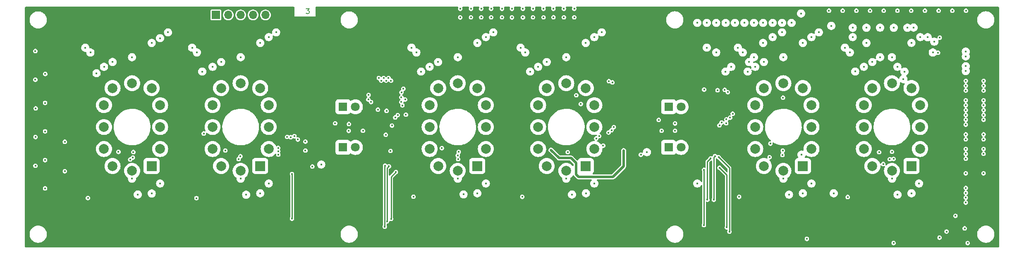
<source format=gbr>
%TF.GenerationSoftware,KiCad,Pcbnew,7.0.1*%
%TF.CreationDate,2023-08-11T20:05:16-05:00*%
%TF.ProjectId,IN12_carrier,494e3132-5f63-4617-9272-6965722e6b69,PRELIM*%
%TF.SameCoordinates,Original*%
%TF.FileFunction,Copper,L3,Inr*%
%TF.FilePolarity,Positive*%
%FSLAX46Y46*%
G04 Gerber Fmt 4.6, Leading zero omitted, Abs format (unit mm)*
G04 Created by KiCad (PCBNEW 7.0.1) date 2023-08-11 20:05:16*
%MOMM*%
%LPD*%
G01*
G04 APERTURE LIST*
%ADD10C,0.150000*%
%TA.AperFunction,NonConductor*%
%ADD11C,0.150000*%
%TD*%
%TA.AperFunction,ComponentPad*%
%ADD12R,2.000000X2.000000*%
%TD*%
%TA.AperFunction,ComponentPad*%
%ADD13C,2.000000*%
%TD*%
%TA.AperFunction,ComponentPad*%
%ADD14R,1.800000X1.800000*%
%TD*%
%TA.AperFunction,ComponentPad*%
%ADD15C,1.800000*%
%TD*%
%TA.AperFunction,ComponentPad*%
%ADD16R,1.700000X1.700000*%
%TD*%
%TA.AperFunction,ComponentPad*%
%ADD17O,1.700000X1.700000*%
%TD*%
%TA.AperFunction,ViaPad*%
%ADD18C,0.400000*%
%TD*%
%TA.AperFunction,Conductor*%
%ADD19C,0.508000*%
%TD*%
%TA.AperFunction,Conductor*%
%ADD20C,0.254000*%
%TD*%
G04 APERTURE END LIST*
D10*
D11*
X93132257Y-83027819D02*
X93751304Y-83027819D01*
X93751304Y-83027819D02*
X93417971Y-83408771D01*
X93417971Y-83408771D02*
X93560828Y-83408771D01*
X93560828Y-83408771D02*
X93656066Y-83456390D01*
X93656066Y-83456390D02*
X93703685Y-83504009D01*
X93703685Y-83504009D02*
X93751304Y-83599247D01*
X93751304Y-83599247D02*
X93751304Y-83837342D01*
X93751304Y-83837342D02*
X93703685Y-83932580D01*
X93703685Y-83932580D02*
X93656066Y-83980200D01*
X93656066Y-83980200D02*
X93560828Y-84027819D01*
X93560828Y-84027819D02*
X93275114Y-84027819D01*
X93275114Y-84027819D02*
X93179876Y-83980200D01*
X93179876Y-83980200D02*
X93132257Y-83932580D01*
D12*
%TO.N,Anode_5*%
%TO.C,V601*%
X61485754Y-115344000D03*
D13*
%TO.N,Cathode_0*%
X63235754Y-111844000D03*
%TO.N,Cathode_9*%
X63235754Y-107344000D03*
%TO.N,Cathode_8*%
X63235754Y-102844000D03*
%TO.N,Cathode_7*%
X61485754Y-99344000D03*
X61485754Y-99344000D03*
X61485754Y-99344000D03*
X61485754Y-99344000D03*
%TO.N,Cathode_6*%
X57485754Y-98344000D03*
%TO.N,Cathode_5*%
X53485754Y-99344000D03*
%TO.N,Cathode_4*%
X51735754Y-102844000D03*
%TO.N,Cathode_3*%
X51735754Y-107344000D03*
%TO.N,Cathode_2*%
X51735754Y-111844000D03*
%TO.N,Cathode_1*%
X53485754Y-115344000D03*
%TO.N,Cathode_DP*%
X57485754Y-116344000D03*
%TD*%
D14*
%TO.N,Net-(V609-Anode)*%
%TO.C,V609*%
X167321862Y-103177335D03*
D15*
%TO.N,Colon_2_Cathode*%
X169861862Y-103177335D03*
%TD*%
D12*
%TO.N,Anode_1*%
%TO.C,V602*%
X194819084Y-115344000D03*
D13*
%TO.N,Cathode_0*%
X196569084Y-111844000D03*
%TO.N,Cathode_9*%
X196569084Y-107344000D03*
%TO.N,Cathode_8*%
X196569084Y-102844000D03*
%TO.N,Cathode_7*%
X194819084Y-99344000D03*
X194819084Y-99344000D03*
X194819084Y-99344000D03*
X194819084Y-99344000D03*
%TO.N,Cathode_6*%
X190819084Y-98344000D03*
%TO.N,Cathode_5*%
X186819084Y-99344000D03*
%TO.N,Cathode_4*%
X185069084Y-102844000D03*
%TO.N,Cathode_3*%
X185069084Y-107344000D03*
%TO.N,Cathode_2*%
X185069084Y-111844000D03*
%TO.N,Cathode_1*%
X186819084Y-115344000D03*
%TO.N,Cathode_DP*%
X190819084Y-116344000D03*
%TD*%
D12*
%TO.N,Anode_3*%
%TO.C,V605*%
X128152418Y-115344000D03*
D13*
%TO.N,Cathode_0*%
X129902418Y-111844000D03*
%TO.N,Cathode_9*%
X129902418Y-107344000D03*
%TO.N,Cathode_8*%
X129902418Y-102844000D03*
%TO.N,Cathode_7*%
X128152418Y-99344000D03*
X128152418Y-99344000D03*
X128152418Y-99344000D03*
X128152418Y-99344000D03*
%TO.N,Cathode_6*%
X124152418Y-98344000D03*
%TO.N,Cathode_5*%
X120152418Y-99344000D03*
%TO.N,Cathode_4*%
X118402418Y-102844000D03*
%TO.N,Cathode_3*%
X118402418Y-107344000D03*
%TO.N,Cathode_2*%
X118402418Y-111844000D03*
%TO.N,Cathode_1*%
X120152418Y-115344000D03*
%TO.N,Cathode_DP*%
X124152418Y-116344000D03*
%TD*%
D12*
%TO.N,Anode_0*%
%TO.C,V604*%
X217041304Y-115344000D03*
D13*
%TO.N,Cathode_0*%
X218791304Y-111844000D03*
%TO.N,Cathode_9*%
X218791304Y-107344000D03*
%TO.N,Cathode_8*%
X218791304Y-102844000D03*
%TO.N,Cathode_7*%
X217041304Y-99344000D03*
X217041304Y-99344000D03*
X217041304Y-99344000D03*
X217041304Y-99344000D03*
%TO.N,Cathode_6*%
X213041304Y-98344000D03*
%TO.N,Cathode_5*%
X209041304Y-99344000D03*
%TO.N,Cathode_4*%
X207291304Y-102844000D03*
%TO.N,Cathode_3*%
X207291304Y-107344000D03*
%TO.N,Cathode_2*%
X207291304Y-111844000D03*
%TO.N,Cathode_1*%
X209041304Y-115344000D03*
%TO.N,Cathode_DP*%
X213041304Y-116344000D03*
%TD*%
D12*
%TO.N,Anode_2*%
%TO.C,V608*%
X150374640Y-115344000D03*
D13*
%TO.N,Cathode_0*%
X152124640Y-111844000D03*
%TO.N,Cathode_9*%
X152124640Y-107344000D03*
%TO.N,Cathode_8*%
X152124640Y-102844000D03*
%TO.N,Cathode_7*%
X150374640Y-99344000D03*
X150374640Y-99344000D03*
X150374640Y-99344000D03*
X150374640Y-99344000D03*
%TO.N,Cathode_6*%
X146374640Y-98344000D03*
%TO.N,Cathode_5*%
X142374640Y-99344000D03*
%TO.N,Cathode_4*%
X140624640Y-102844000D03*
%TO.N,Cathode_3*%
X140624640Y-107344000D03*
%TO.N,Cathode_2*%
X140624640Y-111844000D03*
%TO.N,Cathode_1*%
X142374640Y-115344000D03*
%TO.N,Cathode_DP*%
X146374640Y-116344000D03*
%TD*%
D14*
%TO.N,Net-(V610-Anode)*%
%TO.C,V610*%
X167321862Y-111510665D03*
D15*
%TO.N,Colon_3_Cathode*%
X169861862Y-111510665D03*
%TD*%
D14*
%TO.N,Net-(V606-Anode)*%
%TO.C,V606*%
X100655196Y-103177335D03*
D15*
%TO.N,Colon_0_Cathode*%
X103195196Y-103177335D03*
%TD*%
D14*
%TO.N,Net-(V607-Anode)*%
%TO.C,V607*%
X100655196Y-111510665D03*
D15*
%TO.N,Colon_1_Cathode*%
X103195196Y-111510665D03*
%TD*%
D12*
%TO.N,Anode_4*%
%TO.C,V603*%
X83707974Y-115344000D03*
D13*
%TO.N,Cathode_0*%
X85457974Y-111844000D03*
%TO.N,Cathode_9*%
X85457974Y-107344000D03*
%TO.N,Cathode_8*%
X85457974Y-102844000D03*
%TO.N,Cathode_7*%
X83707974Y-99344000D03*
X83707974Y-99344000D03*
X83707974Y-99344000D03*
X83707974Y-99344000D03*
%TO.N,Cathode_6*%
X79707974Y-98344000D03*
%TO.N,Cathode_5*%
X75707974Y-99344000D03*
%TO.N,Cathode_4*%
X73957974Y-102844000D03*
%TO.N,Cathode_3*%
X73957974Y-107344000D03*
%TO.N,Cathode_2*%
X73957974Y-111844000D03*
%TO.N,Cathode_1*%
X75707974Y-115344000D03*
%TO.N,Cathode_DP*%
X79707974Y-116344000D03*
%TD*%
D16*
%TO.N,Pushbutton_Power_SNS*%
%TO.C,J1001*%
X74625200Y-84328000D03*
D17*
%TO.N,Pushbutton_Left_SNS*%
X77165200Y-84328000D03*
%TO.N,Pushbutton_Right_SNS*%
X79705200Y-84328000D03*
%TO.N,Pushbutton_Up_SNS*%
X82245200Y-84328000D03*
%TO.N,Pushbutton_Down_SNS*%
X84785200Y-84328000D03*
%TD*%
D18*
%TO.N,GND*%
X39674800Y-112141000D03*
X107848400Y-107365800D03*
X39192200Y-115290600D03*
X106959400Y-103784400D03*
X228159867Y-110846400D03*
X222497014Y-84950400D03*
X109296200Y-100965000D03*
X208475164Y-84950400D03*
X216878114Y-84950400D03*
X204978000Y-128905000D03*
X217881200Y-129362200D03*
X108534200Y-100965000D03*
X174523400Y-112166400D03*
X39217600Y-97637600D03*
X39167002Y-109397800D03*
X39674800Y-100380800D03*
X179400200Y-103225600D03*
X156057600Y-110312200D03*
X231800400Y-96846400D03*
X90525600Y-111861600D03*
X86664800Y-116713000D03*
X231800400Y-100846400D03*
X225475800Y-131165600D03*
X231800400Y-93846400D03*
X217881200Y-128651000D03*
X205536800Y-121259600D03*
X149174200Y-84023200D03*
X200863200Y-129565400D03*
X155397200Y-114503200D03*
X39243000Y-91744800D03*
X194030600Y-130302000D03*
X156972000Y-110337600D03*
X231800400Y-92846400D03*
X228159867Y-107846400D03*
X116611400Y-121285000D03*
X107823000Y-112166400D03*
X180263800Y-97739200D03*
X138887200Y-121285000D03*
X200048922Y-84963200D03*
X231800400Y-106846400D03*
X39674800Y-106222800D03*
X109296200Y-100203000D03*
X217119200Y-129362200D03*
X160858200Y-110820200D03*
X231800400Y-121846400D03*
X110058200Y-101727000D03*
X179400200Y-102362000D03*
X156057600Y-111201200D03*
X105892600Y-99085400D03*
X72186800Y-121259600D03*
X39674800Y-117983000D03*
X156972000Y-111201200D03*
X231800400Y-95846400D03*
X174507400Y-107657200D03*
X89611200Y-112725200D03*
X214068664Y-84950400D03*
X112119600Y-100715000D03*
X94386400Y-112318800D03*
X90525600Y-112725200D03*
X110058200Y-100965000D03*
X211259214Y-84950400D03*
X183311800Y-121259600D03*
X178485800Y-102336600D03*
X231800400Y-110846400D03*
X109296200Y-101727000D03*
X217119200Y-128651000D03*
X205665714Y-84950400D03*
X39192200Y-103505000D03*
X231800400Y-114846400D03*
X202856264Y-84950400D03*
X174599600Y-102768400D03*
X39674800Y-94488000D03*
X231800400Y-122846400D03*
X49987200Y-121259600D03*
X219687564Y-84950400D03*
X210642200Y-128879600D03*
X231800400Y-115846400D03*
X228115914Y-84950400D03*
X89611200Y-111836200D03*
X231800400Y-91846400D03*
X108534200Y-101727000D03*
X223545400Y-126415800D03*
X178485800Y-103225600D03*
X108534200Y-100203000D03*
X231800400Y-94846400D03*
X110058200Y-100203000D03*
X228159867Y-100846400D03*
X231800400Y-119846400D03*
X231800400Y-120846400D03*
X231800400Y-107846400D03*
X225306464Y-84950400D03*
%TO.N,+3.3V*%
X228159867Y-122846400D03*
X105892600Y-100736400D03*
X39674800Y-114122200D03*
X120904000Y-111683800D03*
X211251800Y-114935000D03*
X39700200Y-96443800D03*
X228549200Y-131165600D03*
X113538000Y-104800400D03*
X143256000Y-112064800D03*
X54686200Y-112445800D03*
X99060000Y-106578400D03*
X161645600Y-113030000D03*
X228159867Y-121846400D03*
X165303200Y-105867200D03*
X72159414Y-108663186D03*
X228159867Y-120846400D03*
X188163200Y-110744000D03*
X158115000Y-112191800D03*
X107823000Y-103759000D03*
X228159867Y-119846400D03*
X174599600Y-99644200D03*
X76581000Y-112166400D03*
X92964000Y-110337600D03*
X39674800Y-108229400D03*
X94386400Y-115443000D03*
X210413600Y-112496600D03*
X39674800Y-102387400D03*
X222783400Y-130048000D03*
X39674800Y-119938800D03*
X213385400Y-131140200D03*
X92964000Y-112166400D03*
%TO.N,TUBE0_LED_B*%
X213055200Y-112420400D03*
%TO.N,TUBE0_LED_G*%
X213385400Y-113893600D03*
%TO.N,TUBE0_LED_R*%
X190728600Y-101295200D03*
X212598000Y-113944400D03*
%TO.N,TUBE3_LED_B*%
X87401400Y-111633000D03*
X124358400Y-112445800D03*
%TO.N,TUBE3_LED_G*%
X124231400Y-113944400D03*
X87401400Y-112318800D03*
%TO.N,TUBE3_LED_R*%
X124155200Y-113157000D03*
X87426800Y-112979200D03*
%TO.N,COLON0_LED_B*%
X153111200Y-109169200D03*
X101879400Y-106730800D03*
%TO.N,COLON0_LED_G*%
X152501600Y-109677200D03*
X104749600Y-108102400D03*
%TO.N,COLON0_LED_R*%
X153924000Y-111175800D03*
X101828600Y-108127800D03*
%TO.N,TUBE1_LED_B*%
X190703200Y-112191800D03*
X179146200Y-105765600D03*
%TO.N,TUBE1_LED_G*%
X179908200Y-105410000D03*
X190634373Y-113062773D03*
%TO.N,TUBE1_LED_R*%
X180441600Y-104597200D03*
X187985400Y-113538000D03*
%TO.N,TUBE4_LED_B*%
X89230200Y-109372400D03*
%TO.N,TUBE4_LED_G*%
X79654400Y-113334800D03*
%TO.N,TUBE4_LED_R*%
X79298800Y-113919000D03*
%TO.N,COLON1_LED_B*%
X168630600Y-106603800D03*
X156108400Y-107365800D03*
%TO.N,COLON1_LED_G*%
X168630600Y-108102400D03*
X155625800Y-108000800D03*
%TO.N,COLON1_LED_R*%
X165887400Y-108102400D03*
X155016200Y-108483400D03*
%TO.N,TUBE2_LED_B*%
X146685000Y-112496600D03*
%TO.N,TUBE2_LED_G*%
X149352000Y-102616000D03*
X155092400Y-97917000D03*
%TO.N,TUBE2_LED_R*%
X148412200Y-100812600D03*
X155829000Y-98171000D03*
%TO.N,TUBE5_LED_B*%
X91414600Y-109905800D03*
X57734200Y-112471200D03*
%TO.N,TUBE5_LED_G*%
X57632600Y-113614200D03*
X90728800Y-109220000D03*
%TO.N,TUBE5_LED_R*%
X57099200Y-113995200D03*
X89966800Y-109423200D03*
%TO.N,Net-(D1001-A)*%
X124663400Y-84834000D03*
%TO.N,Net-(D1002-A)*%
X126873200Y-84808600D03*
%TO.N,Net-(D1003-A)*%
X128956000Y-84808600D03*
%TO.N,Net-(D1004-A)*%
X130988000Y-84808600D03*
%TO.N,Net-(D1005-A)*%
X133223200Y-84808600D03*
%TO.N,Net-(D1006-A)*%
X135255200Y-84834000D03*
%TO.N,Net-(D1007-A)*%
X137490400Y-84834000D03*
%TO.N,Net-(D1008-A)*%
X139573200Y-84808600D03*
%TO.N,Net-(D1009-A)*%
X141706800Y-84808600D03*
%TO.N,Net-(D1010-A)*%
X143738800Y-84783200D03*
%TO.N,Net-(D1011-A)*%
X145872400Y-84808600D03*
%TO.N,+180V*%
X228159867Y-94846400D03*
X125330756Y-121169041D03*
X228159867Y-95846400D03*
X191967462Y-121221728D03*
X214192462Y-121221728D03*
X96205000Y-115036600D03*
X58655645Y-121203181D03*
X80855133Y-121241308D03*
X162890200Y-112496600D03*
X147555645Y-121203181D03*
%TO.N,Cathode_0*%
X215392000Y-97485200D03*
X196570600Y-118935500D03*
X218605100Y-118935500D03*
X85445600Y-118935500D03*
X173202600Y-118936000D03*
X129895600Y-118935500D03*
X152120600Y-118935500D03*
X63246000Y-118935000D03*
X173202600Y-85953600D03*
%TO.N,Cathode_2*%
X177063400Y-85953600D03*
X204419200Y-92024200D03*
X70764400Y-92024200D03*
X115671600Y-92024200D03*
X137972800Y-92024200D03*
X177063400Y-92024200D03*
X221411800Y-92036900D03*
X182499000Y-92024200D03*
X48945800Y-92024200D03*
X221716600Y-89814400D03*
%TO.N,Cathode_4*%
X180162200Y-94969600D03*
X140614400Y-94969600D03*
X185064400Y-94969600D03*
X180898800Y-85953600D03*
X51739800Y-94970600D03*
X216217714Y-86957000D03*
X118389400Y-94969600D03*
X214147400Y-94970600D03*
X207289400Y-94969600D03*
X73964800Y-94969600D03*
%TO.N,Cathode_6*%
X184785000Y-85953600D03*
X57480200Y-93014800D03*
X184785000Y-93014800D03*
X210624214Y-86931600D03*
X124155200Y-93014800D03*
X213029800Y-93014800D03*
X79705200Y-93014800D03*
X210616800Y-93014800D03*
X190804800Y-93014800D03*
X146380200Y-93014800D03*
%TO.N,Cathode_8*%
X85445600Y-88874600D03*
X152120600Y-88874600D03*
X218846400Y-88874600D03*
X188620400Y-85953600D03*
X129895600Y-88874600D03*
X196570600Y-88874600D03*
X218846400Y-88874600D03*
X205005314Y-86957000D03*
X63220600Y-89092000D03*
X188620400Y-88874600D03*
X205003400Y-88874600D03*
%TO.N,Cathode_1*%
X137007600Y-91046800D03*
X203428600Y-91046800D03*
X114681000Y-91046800D03*
X47904400Y-91059000D03*
X181508400Y-91046800D03*
X69773800Y-91046800D03*
X175133000Y-91046800D03*
X175133000Y-85953600D03*
%TO.N,Cathode_3*%
X50211754Y-96295446D03*
X178993800Y-85953600D03*
X71856600Y-95948500D03*
X215620600Y-95961200D03*
X217487500Y-86919800D03*
X138963400Y-95948500D03*
X178968400Y-95948500D03*
X183489600Y-95948500D03*
X116662200Y-95948500D03*
X205511400Y-95947000D03*
%TO.N,Cathode_5*%
X213433664Y-86957000D03*
X142367000Y-93992200D03*
X53492400Y-93980000D03*
X209042000Y-93992200D03*
X75717400Y-93992200D03*
X120142000Y-93992200D03*
X183794400Y-93992200D03*
X186817000Y-93992200D03*
X182854600Y-85953600D03*
%TO.N,Cathode_7*%
X83718400Y-90069400D03*
X61493400Y-90069400D03*
X217017600Y-90068400D03*
X186690000Y-85953600D03*
X128168400Y-90069400D03*
X207822800Y-90069400D03*
X150368000Y-90069400D03*
X194818000Y-90069400D03*
X207814764Y-86957000D03*
X186690000Y-90069400D03*
%TO.N,Cathode_9*%
X86969600Y-87897200D03*
X131419600Y-87897200D03*
X190550800Y-87897200D03*
X190550800Y-85953600D03*
X198094600Y-87897200D03*
X64846200Y-87897200D03*
X153644600Y-87897200D03*
X220370400Y-88900000D03*
%TO.N,Anode_1_DSP*%
X181762400Y-121666000D03*
X231800400Y-97846400D03*
%TO.N,Anode_3_DSP*%
X231800400Y-98846400D03*
X115087400Y-121640600D03*
%TO.N,Anode_5_DSP*%
X231800400Y-99846400D03*
X48437800Y-121920000D03*
%TO.N,Anode_0*%
X217043000Y-120954800D03*
%TO.N,Anode_2*%
X150393400Y-120954800D03*
%TO.N,Anode_4*%
X83718400Y-120954800D03*
%TO.N,Cathode_1_DSP*%
X231800400Y-101846400D03*
X225408064Y-83426400D03*
%TO.N,Cathode_3_DSP*%
X219789164Y-83426400D03*
X231800400Y-102846400D03*
%TO.N,Cathode_5_DSP*%
X214170264Y-83426400D03*
X231800400Y-103846400D03*
%TO.N,Anode_1*%
X194818000Y-120954800D03*
%TO.N,Anode_3*%
X128168400Y-120954800D03*
%TO.N,Anode_5*%
X61493400Y-120980200D03*
%TO.N,Cathode_7_DSP*%
X208576764Y-83426400D03*
X231800400Y-104846400D03*
%TO.N,Cathode_9_DSP*%
X231800400Y-105846400D03*
X202957864Y-83426400D03*
%TO.N,Colon_3_DSP*%
X231800400Y-109846400D03*
X175260000Y-122250200D03*
X175920400Y-113766600D03*
%TO.N,Anode_0_DSP*%
X228159867Y-97846400D03*
X203987400Y-121716800D03*
%TO.N,Colon_1_DSP*%
X231800400Y-108846400D03*
X110388400Y-112256000D03*
%TO.N,Colon_0_DSP*%
X109423200Y-108915200D03*
X228159867Y-108846400D03*
%TO.N,Cathode_DP*%
X57480200Y-117957600D03*
X146380200Y-117957600D03*
X124155200Y-117957600D03*
X194538600Y-113030000D03*
X79705200Y-117957600D03*
X213055200Y-117957600D03*
X192481200Y-85953600D03*
X190830200Y-117957600D03*
%TO.N,Tube_LED_Enable*%
X179120800Y-106553000D03*
X179451000Y-100177600D03*
X174574200Y-116128800D03*
X174548800Y-127482600D03*
X90220800Y-116980200D03*
X90220800Y-126148600D03*
%TO.N,+90V*%
X194437000Y-84023200D03*
X228159867Y-92846400D03*
X228159867Y-91846400D03*
X201117200Y-120954800D03*
X200622584Y-86575216D03*
%TO.N,Anode_2_DSP*%
X137363200Y-121677541D03*
X228159867Y-98846400D03*
%TO.N,Anode_4_DSP*%
X70662800Y-121945400D03*
X228159867Y-99846400D03*
%TO.N,Cathode_0_DSP*%
X228217514Y-83426400D03*
X228159867Y-101846400D03*
%TO.N,Cathode_2_DSP*%
X222598614Y-83426400D03*
X228159867Y-102846400D03*
%TO.N,Cathode_4_DSP*%
X228159867Y-103846400D03*
X216979714Y-83426400D03*
%TO.N,Display_Time_LED*%
X108000800Y-97282000D03*
X124663200Y-83058000D03*
%TO.N,Set_Time_LED*%
X108495400Y-97815400D03*
X126873000Y-83058000D03*
%TO.N,Display_Date_LED*%
X128955800Y-83058000D03*
X108991400Y-97256600D03*
%TO.N,Set_Date_LED*%
X130987800Y-83058000D03*
X109495400Y-97815400D03*
%TO.N,Display_Weekday_LED*%
X133223000Y-83058000D03*
X109982000Y-97256600D03*
%TO.N,Set_Weekday_LED*%
X135255000Y-83058000D03*
X110495400Y-97815400D03*
%TO.N,Display_Alarm_LED*%
X113030000Y-99466400D03*
X137490200Y-83058000D03*
%TO.N,Set_Alarm_LED*%
X112637000Y-100215000D03*
X139573000Y-83058000D03*
%TO.N,Alarm_Enable_LED*%
X112598200Y-101219000D03*
X141706600Y-83058000D03*
%TO.N,24HR_Mode_LED*%
X113385600Y-101701600D03*
X143738600Y-83058000D03*
%TO.N,Set_Brightness_LED*%
X112598200Y-102209600D03*
X145872200Y-83058000D03*
%TO.N,I2C_DSP_SDA*%
X177342800Y-99771200D03*
X179781200Y-128828800D03*
X224231200Y-128803400D03*
X177571400Y-113538000D03*
X227939600Y-128143000D03*
X231800400Y-116846400D03*
X110058200Y-115417600D03*
X111353600Y-105359200D03*
X105841800Y-101701600D03*
X109677200Y-126720600D03*
X177723800Y-106984800D03*
%TO.N,I2C_DSP_SCL*%
X177749200Y-115697000D03*
X111887000Y-104876600D03*
X178790600Y-99695000D03*
X228159867Y-116846400D03*
X178181000Y-106400600D03*
X110515400Y-126212600D03*
X179222400Y-127939800D03*
X111493300Y-116573300D03*
X226034600Y-125577600D03*
X106400600Y-102209600D03*
%TO.N,Net-(D901-A)*%
X148005800Y-84810600D03*
%TO.N,Cathode_6_DSP*%
X228159867Y-104846400D03*
X211360814Y-83426400D03*
%TO.N,Cathode_8_DSP*%
X228159867Y-105846400D03*
X222832182Y-88990936D03*
X205767314Y-83426400D03*
%TO.N,Cathode_DP_DSP*%
X200150522Y-83439200D03*
X222477150Y-92081957D03*
X228159867Y-106846400D03*
%TO.N,Colon_2_DSP*%
X228159867Y-109846400D03*
X176580800Y-122250200D03*
X176822600Y-113309400D03*
%TO.N,Pushbutton_Down*%
X228159867Y-113846400D03*
X37693600Y-115290600D03*
%TO.N,Pushbutton_Up*%
X37719000Y-109397800D03*
X231800400Y-112846400D03*
%TO.N,Pushbutton_Right*%
X37744400Y-103505000D03*
X228159867Y-112846400D03*
%TO.N,Pushbutton_Left*%
X37668200Y-97612200D03*
X231800400Y-111846400D03*
%TO.N,Pushbutton_Power*%
X228159867Y-111846400D03*
X37668200Y-91744800D03*
%TO.N,Pushbutton_Up_SNS*%
X43713400Y-110363000D03*
%TO.N,Pushbutton_Down_SNS*%
X43713400Y-116408200D03*
%TO.N,Set_Color_LED*%
X112826800Y-102895400D03*
X148005800Y-83058000D03*
%TO.N,Tube_ETC_Enable*%
X109194600Y-127812800D03*
X109270800Y-115265200D03*
X109575600Y-104013000D03*
X195630800Y-130302000D03*
X110693200Y-107035600D03*
%TD*%
D19*
%TO.N,+3.3V*%
X144907000Y-113715800D02*
X143256000Y-112064800D01*
X148894800Y-117576600D02*
X148361400Y-117043200D01*
X148361400Y-117043200D02*
X148361400Y-114706400D01*
X148361400Y-114706400D02*
X147370800Y-113715800D01*
X155930600Y-117576600D02*
X148894800Y-117576600D01*
X147370800Y-113715800D02*
X144907000Y-113715800D01*
X158115000Y-115392200D02*
X155930600Y-117576600D01*
X158115000Y-112191800D02*
X158115000Y-115392200D01*
D20*
%TO.N,Colon_3_DSP*%
X175260000Y-122250200D02*
X175260000Y-114427000D01*
X175260000Y-114427000D02*
X175920400Y-113766600D01*
%TO.N,Tube_LED_Enable*%
X174574200Y-127457200D02*
X174548800Y-127482600D01*
X90220800Y-126148600D02*
X90220800Y-116980200D01*
X174574200Y-116128800D02*
X174574200Y-127457200D01*
%TO.N,I2C_DSP_SDA*%
X179781200Y-128828800D02*
X179781200Y-115747800D01*
X109677200Y-126720600D02*
X109677200Y-115798600D01*
X179781200Y-115747800D02*
X177571400Y-113538000D01*
X109677200Y-115798600D02*
X110058200Y-115417600D01*
%TO.N,I2C_DSP_SCL*%
X177749200Y-115697000D02*
X179222400Y-117170200D01*
X110515400Y-117551200D02*
X110515400Y-126212600D01*
X179222400Y-117170200D02*
X179222400Y-127939800D01*
X111493300Y-116573300D02*
X110515400Y-117551200D01*
%TO.N,Colon_2_DSP*%
X176580800Y-113551200D02*
X176822600Y-113309400D01*
X176580800Y-122250200D02*
X176580800Y-113551200D01*
%TO.N,Tube_ETC_Enable*%
X109194600Y-115341400D02*
X109270800Y-115265200D01*
X109194600Y-127812800D02*
X109194600Y-115341400D01*
%TD*%
%TA.AperFunction,Conductor*%
%TO.N,GND*%
G36*
X90641400Y-82661113D02*
G01*
X90686787Y-82706500D01*
X90703400Y-82768500D01*
X90703400Y-84632800D01*
X95046800Y-84632800D01*
X95046800Y-82768500D01*
X95063413Y-82706500D01*
X95108800Y-82661113D01*
X95170800Y-82644500D01*
X124159438Y-82644500D01*
X124218865Y-82659668D01*
X124263753Y-82701460D01*
X124283122Y-82759654D01*
X124272233Y-82820011D01*
X124222625Y-82928636D01*
X124204026Y-83058000D01*
X124222626Y-83187366D01*
X124276917Y-83306248D01*
X124362502Y-83405019D01*
X124362504Y-83405020D01*
X124362505Y-83405021D01*
X124472452Y-83475679D01*
X124597853Y-83512500D01*
X124728547Y-83512500D01*
X124853948Y-83475679D01*
X124963895Y-83405021D01*
X124969216Y-83398881D01*
X125049482Y-83306248D01*
X125080528Y-83238266D01*
X125103774Y-83187364D01*
X125122374Y-83058000D01*
X125103774Y-82928636D01*
X125054166Y-82820010D01*
X125043278Y-82759654D01*
X125062647Y-82701460D01*
X125107535Y-82659668D01*
X125166962Y-82644500D01*
X126369238Y-82644500D01*
X126428665Y-82659668D01*
X126473553Y-82701460D01*
X126492922Y-82759654D01*
X126482033Y-82820011D01*
X126432425Y-82928636D01*
X126413826Y-83058000D01*
X126432426Y-83187366D01*
X126486717Y-83306248D01*
X126572302Y-83405019D01*
X126572304Y-83405020D01*
X126572305Y-83405021D01*
X126682252Y-83475679D01*
X126807653Y-83512500D01*
X126938347Y-83512500D01*
X127063748Y-83475679D01*
X127173695Y-83405021D01*
X127179016Y-83398881D01*
X127259282Y-83306248D01*
X127290328Y-83238266D01*
X127313574Y-83187364D01*
X127332174Y-83058000D01*
X127313574Y-82928636D01*
X127263966Y-82820010D01*
X127253078Y-82759654D01*
X127272447Y-82701460D01*
X127317335Y-82659668D01*
X127376762Y-82644500D01*
X128452038Y-82644500D01*
X128511465Y-82659668D01*
X128556353Y-82701460D01*
X128575722Y-82759654D01*
X128564833Y-82820011D01*
X128515225Y-82928636D01*
X128496626Y-83058000D01*
X128515226Y-83187366D01*
X128569517Y-83306248D01*
X128655102Y-83405019D01*
X128655104Y-83405020D01*
X128655105Y-83405021D01*
X128765052Y-83475679D01*
X128890453Y-83512500D01*
X129021147Y-83512500D01*
X129146548Y-83475679D01*
X129256495Y-83405021D01*
X129261816Y-83398881D01*
X129342082Y-83306248D01*
X129373128Y-83238266D01*
X129396374Y-83187364D01*
X129414974Y-83058000D01*
X129396374Y-82928636D01*
X129346766Y-82820010D01*
X129335878Y-82759654D01*
X129355247Y-82701460D01*
X129400135Y-82659668D01*
X129459562Y-82644500D01*
X130484038Y-82644500D01*
X130543465Y-82659668D01*
X130588353Y-82701460D01*
X130607722Y-82759654D01*
X130596833Y-82820011D01*
X130547225Y-82928636D01*
X130528626Y-83058000D01*
X130547226Y-83187366D01*
X130601517Y-83306248D01*
X130687102Y-83405019D01*
X130687104Y-83405020D01*
X130687105Y-83405021D01*
X130797052Y-83475679D01*
X130922453Y-83512500D01*
X131053147Y-83512500D01*
X131178548Y-83475679D01*
X131288495Y-83405021D01*
X131293816Y-83398881D01*
X131374082Y-83306248D01*
X131405128Y-83238266D01*
X131428374Y-83187364D01*
X131446974Y-83058000D01*
X131428374Y-82928636D01*
X131378766Y-82820010D01*
X131367878Y-82759654D01*
X131387247Y-82701460D01*
X131432135Y-82659668D01*
X131491562Y-82644500D01*
X132719238Y-82644500D01*
X132778665Y-82659668D01*
X132823553Y-82701460D01*
X132842922Y-82759654D01*
X132832033Y-82820011D01*
X132782425Y-82928636D01*
X132763826Y-83058000D01*
X132782426Y-83187366D01*
X132836717Y-83306248D01*
X132922302Y-83405019D01*
X132922304Y-83405020D01*
X132922305Y-83405021D01*
X133032252Y-83475679D01*
X133157653Y-83512500D01*
X133288347Y-83512500D01*
X133413748Y-83475679D01*
X133523695Y-83405021D01*
X133529016Y-83398881D01*
X133609282Y-83306248D01*
X133640328Y-83238266D01*
X133663574Y-83187364D01*
X133682174Y-83058000D01*
X133663574Y-82928636D01*
X133613966Y-82820010D01*
X133603078Y-82759654D01*
X133622447Y-82701460D01*
X133667335Y-82659668D01*
X133726762Y-82644500D01*
X134751238Y-82644500D01*
X134810665Y-82659668D01*
X134855553Y-82701460D01*
X134874922Y-82759654D01*
X134864033Y-82820011D01*
X134814425Y-82928636D01*
X134795826Y-83058000D01*
X134814426Y-83187366D01*
X134868717Y-83306248D01*
X134954302Y-83405019D01*
X134954304Y-83405020D01*
X134954305Y-83405021D01*
X135064252Y-83475679D01*
X135189653Y-83512500D01*
X135320347Y-83512500D01*
X135445748Y-83475679D01*
X135555695Y-83405021D01*
X135561016Y-83398881D01*
X135641282Y-83306248D01*
X135672328Y-83238266D01*
X135695574Y-83187364D01*
X135714174Y-83058000D01*
X135695574Y-82928636D01*
X135645966Y-82820010D01*
X135635078Y-82759654D01*
X135654447Y-82701460D01*
X135699335Y-82659668D01*
X135758762Y-82644500D01*
X136986438Y-82644500D01*
X137045865Y-82659668D01*
X137090753Y-82701460D01*
X137110122Y-82759654D01*
X137099233Y-82820011D01*
X137049625Y-82928636D01*
X137031026Y-83058000D01*
X137049626Y-83187366D01*
X137103917Y-83306248D01*
X137189502Y-83405019D01*
X137189504Y-83405020D01*
X137189505Y-83405021D01*
X137299452Y-83475679D01*
X137424853Y-83512500D01*
X137555547Y-83512500D01*
X137680948Y-83475679D01*
X137790895Y-83405021D01*
X137796216Y-83398881D01*
X137876482Y-83306248D01*
X137907528Y-83238266D01*
X137930774Y-83187364D01*
X137949374Y-83058000D01*
X137930774Y-82928636D01*
X137881166Y-82820010D01*
X137870278Y-82759654D01*
X137889647Y-82701460D01*
X137934535Y-82659668D01*
X137993962Y-82644500D01*
X139069238Y-82644500D01*
X139128665Y-82659668D01*
X139173553Y-82701460D01*
X139192922Y-82759654D01*
X139182033Y-82820011D01*
X139132425Y-82928636D01*
X139113826Y-83058000D01*
X139132426Y-83187366D01*
X139186717Y-83306248D01*
X139272302Y-83405019D01*
X139272304Y-83405020D01*
X139272305Y-83405021D01*
X139382252Y-83475679D01*
X139507653Y-83512500D01*
X139638347Y-83512500D01*
X139763748Y-83475679D01*
X139873695Y-83405021D01*
X139879016Y-83398881D01*
X139959282Y-83306248D01*
X139990328Y-83238266D01*
X140013574Y-83187364D01*
X140032174Y-83058000D01*
X140013574Y-82928636D01*
X139963966Y-82820010D01*
X139953078Y-82759654D01*
X139972447Y-82701460D01*
X140017335Y-82659668D01*
X140076762Y-82644500D01*
X141202838Y-82644500D01*
X141262265Y-82659668D01*
X141307153Y-82701460D01*
X141326522Y-82759654D01*
X141315633Y-82820011D01*
X141266025Y-82928636D01*
X141247426Y-83058000D01*
X141266026Y-83187366D01*
X141320317Y-83306248D01*
X141405902Y-83405019D01*
X141405904Y-83405020D01*
X141405905Y-83405021D01*
X141515852Y-83475679D01*
X141641253Y-83512500D01*
X141771947Y-83512500D01*
X141897348Y-83475679D01*
X142007295Y-83405021D01*
X142012616Y-83398881D01*
X142092882Y-83306248D01*
X142123928Y-83238266D01*
X142147174Y-83187364D01*
X142165774Y-83058000D01*
X142147174Y-82928636D01*
X142097566Y-82820010D01*
X142086678Y-82759654D01*
X142106047Y-82701460D01*
X142150935Y-82659668D01*
X142210362Y-82644500D01*
X143234838Y-82644500D01*
X143294265Y-82659668D01*
X143339153Y-82701460D01*
X143358522Y-82759654D01*
X143347633Y-82820011D01*
X143298025Y-82928636D01*
X143279426Y-83058000D01*
X143298026Y-83187366D01*
X143352317Y-83306248D01*
X143437902Y-83405019D01*
X143437904Y-83405020D01*
X143437905Y-83405021D01*
X143547852Y-83475679D01*
X143673253Y-83512500D01*
X143803947Y-83512500D01*
X143929348Y-83475679D01*
X144039295Y-83405021D01*
X144044616Y-83398881D01*
X144124882Y-83306248D01*
X144155928Y-83238266D01*
X144179174Y-83187364D01*
X144197774Y-83058000D01*
X144179174Y-82928636D01*
X144129566Y-82820010D01*
X144118678Y-82759654D01*
X144138047Y-82701460D01*
X144182935Y-82659668D01*
X144242362Y-82644500D01*
X145368438Y-82644500D01*
X145427865Y-82659668D01*
X145472753Y-82701460D01*
X145492122Y-82759654D01*
X145481233Y-82820011D01*
X145431625Y-82928636D01*
X145413026Y-83058000D01*
X145431626Y-83187366D01*
X145485917Y-83306248D01*
X145571502Y-83405019D01*
X145571504Y-83405020D01*
X145571505Y-83405021D01*
X145681452Y-83475679D01*
X145806853Y-83512500D01*
X145937547Y-83512500D01*
X146062948Y-83475679D01*
X146172895Y-83405021D01*
X146178216Y-83398881D01*
X146258482Y-83306248D01*
X146289528Y-83238266D01*
X146312774Y-83187364D01*
X146331374Y-83058000D01*
X146312774Y-82928636D01*
X146263166Y-82820010D01*
X146252278Y-82759654D01*
X146271647Y-82701460D01*
X146316535Y-82659668D01*
X146375962Y-82644500D01*
X147502038Y-82644500D01*
X147561465Y-82659668D01*
X147606353Y-82701460D01*
X147625722Y-82759654D01*
X147614833Y-82820011D01*
X147565225Y-82928636D01*
X147546626Y-83058000D01*
X147565226Y-83187366D01*
X147619517Y-83306248D01*
X147705102Y-83405019D01*
X147705104Y-83405020D01*
X147705105Y-83405021D01*
X147815052Y-83475679D01*
X147940453Y-83512500D01*
X148071147Y-83512500D01*
X148196548Y-83475679D01*
X148306495Y-83405021D01*
X148311816Y-83398881D01*
X148392082Y-83306248D01*
X148423128Y-83238266D01*
X148446374Y-83187364D01*
X148464974Y-83058000D01*
X148446374Y-82928636D01*
X148396766Y-82820010D01*
X148385878Y-82759654D01*
X148405247Y-82701460D01*
X148450135Y-82659668D01*
X148509562Y-82644500D01*
X234839034Y-82644500D01*
X234901034Y-82661113D01*
X234946421Y-82706500D01*
X234963034Y-82768500D01*
X234963034Y-131919500D01*
X234946421Y-131981500D01*
X234901034Y-132026887D01*
X234839034Y-132043500D01*
X35688034Y-132043500D01*
X35626034Y-132026887D01*
X35580647Y-131981500D01*
X35564034Y-131919500D01*
X35564034Y-131140199D01*
X212926226Y-131140199D01*
X212944826Y-131269566D01*
X212999117Y-131388448D01*
X213084702Y-131487219D01*
X213084704Y-131487220D01*
X213084705Y-131487221D01*
X213194652Y-131557879D01*
X213320053Y-131594700D01*
X213450747Y-131594700D01*
X213576148Y-131557879D01*
X213686095Y-131487221D01*
X213771682Y-131388448D01*
X213825974Y-131269564D01*
X213840922Y-131165600D01*
X228090026Y-131165600D01*
X228108626Y-131294966D01*
X228162917Y-131413848D01*
X228248502Y-131512619D01*
X228248504Y-131512620D01*
X228248505Y-131512621D01*
X228358452Y-131583279D01*
X228483853Y-131620100D01*
X228614547Y-131620100D01*
X228739948Y-131583279D01*
X228849895Y-131512621D01*
X228935482Y-131413848D01*
X228989774Y-131294964D01*
X229008374Y-131165600D01*
X228989774Y-131036236D01*
X228984759Y-131025254D01*
X228935482Y-130917351D01*
X228849897Y-130818580D01*
X228810371Y-130793179D01*
X228739948Y-130747921D01*
X228614547Y-130711100D01*
X228483853Y-130711100D01*
X228358452Y-130747921D01*
X228248502Y-130818580D01*
X228162917Y-130917351D01*
X228108626Y-131036233D01*
X228090026Y-131165600D01*
X213840922Y-131165600D01*
X213844574Y-131140200D01*
X213825974Y-131010836D01*
X213783282Y-130917352D01*
X213771682Y-130891951D01*
X213686097Y-130793180D01*
X213629021Y-130756500D01*
X213576148Y-130722521D01*
X213450747Y-130685700D01*
X213320053Y-130685700D01*
X213194652Y-130722521D01*
X213084702Y-130793180D01*
X212999117Y-130891951D01*
X212944826Y-131010833D01*
X212926226Y-131140199D01*
X35564034Y-131140199D01*
X35564034Y-129475482D01*
X36509034Y-129475482D01*
X36548225Y-129735507D01*
X36582771Y-129847500D01*
X36615924Y-129954980D01*
X36625736Y-129986787D01*
X36739830Y-130223707D01*
X36739831Y-130223709D01*
X36739832Y-130223710D01*
X36887964Y-130440980D01*
X37066824Y-130633746D01*
X37272417Y-130797701D01*
X37500150Y-130929183D01*
X37668730Y-130995345D01*
X37708191Y-131010833D01*
X37744936Y-131025254D01*
X38001306Y-131083769D01*
X38066830Y-131088679D01*
X38197876Y-131098500D01*
X38197880Y-131098500D01*
X38329188Y-131098500D01*
X38329192Y-131098500D01*
X38441516Y-131090082D01*
X38525762Y-131083769D01*
X38782132Y-131025254D01*
X39026918Y-130929183D01*
X39254651Y-130797701D01*
X39460244Y-130633746D01*
X39639104Y-130440980D01*
X39787236Y-130223710D01*
X39901332Y-129986788D01*
X39978842Y-129735508D01*
X40018034Y-129475482D01*
X100175700Y-129475482D01*
X100214891Y-129735507D01*
X100249437Y-129847500D01*
X100282590Y-129954980D01*
X100292402Y-129986787D01*
X100406496Y-130223707D01*
X100406497Y-130223709D01*
X100406498Y-130223710D01*
X100554630Y-130440980D01*
X100733490Y-130633746D01*
X100939083Y-130797701D01*
X101166816Y-130929183D01*
X101335396Y-130995345D01*
X101374857Y-131010833D01*
X101411602Y-131025254D01*
X101667972Y-131083769D01*
X101733496Y-131088679D01*
X101864542Y-131098500D01*
X101864546Y-131098500D01*
X101995854Y-131098500D01*
X101995858Y-131098500D01*
X102108182Y-131090082D01*
X102192428Y-131083769D01*
X102448798Y-131025254D01*
X102693584Y-130929183D01*
X102921317Y-130797701D01*
X103126910Y-130633746D01*
X103305770Y-130440980D01*
X103453902Y-130223710D01*
X103567998Y-129986788D01*
X103645508Y-129735508D01*
X103684700Y-129475482D01*
X166841968Y-129475482D01*
X166881159Y-129735507D01*
X166915705Y-129847500D01*
X166948858Y-129954980D01*
X166958670Y-129986787D01*
X167072764Y-130223707D01*
X167072765Y-130223709D01*
X167072766Y-130223710D01*
X167220898Y-130440980D01*
X167399758Y-130633746D01*
X167605351Y-130797701D01*
X167833084Y-130929183D01*
X168001664Y-130995345D01*
X168041125Y-131010833D01*
X168077870Y-131025254D01*
X168334240Y-131083769D01*
X168399764Y-131088679D01*
X168530810Y-131098500D01*
X168530814Y-131098500D01*
X168662122Y-131098500D01*
X168662126Y-131098500D01*
X168774450Y-131090082D01*
X168858696Y-131083769D01*
X169115066Y-131025254D01*
X169359852Y-130929183D01*
X169587585Y-130797701D01*
X169793178Y-130633746D01*
X169972038Y-130440980D01*
X170066794Y-130301999D01*
X195171626Y-130301999D01*
X195190226Y-130431366D01*
X195244517Y-130550248D01*
X195330102Y-130649019D01*
X195330104Y-130649020D01*
X195330105Y-130649021D01*
X195440052Y-130719679D01*
X195565453Y-130756500D01*
X195696147Y-130756500D01*
X195821548Y-130719679D01*
X195931495Y-130649021D01*
X196017082Y-130550248D01*
X196071374Y-130431364D01*
X196089974Y-130302000D01*
X196071374Y-130172636D01*
X196017082Y-130053752D01*
X196017082Y-130053751D01*
X196012098Y-130047999D01*
X222324226Y-130047999D01*
X222342826Y-130177366D01*
X222397117Y-130296248D01*
X222482702Y-130395019D01*
X222482704Y-130395020D01*
X222482705Y-130395021D01*
X222592652Y-130465679D01*
X222718053Y-130502500D01*
X222848747Y-130502500D01*
X222974148Y-130465679D01*
X223084095Y-130395021D01*
X223169682Y-130296248D01*
X223223974Y-130177364D01*
X223242574Y-130048000D01*
X223223974Y-129918636D01*
X223169682Y-129799752D01*
X223169682Y-129799751D01*
X223084097Y-129700980D01*
X223050292Y-129679255D01*
X222974148Y-129630321D01*
X222848747Y-129593500D01*
X222718053Y-129593500D01*
X222592652Y-129630321D01*
X222482702Y-129700980D01*
X222397117Y-129799751D01*
X222342826Y-129918633D01*
X222324226Y-130047999D01*
X196012098Y-130047999D01*
X195931497Y-129954980D01*
X195897692Y-129933255D01*
X195821548Y-129884321D01*
X195696147Y-129847500D01*
X195565453Y-129847500D01*
X195440052Y-129884321D01*
X195330102Y-129954980D01*
X195244517Y-130053751D01*
X195190226Y-130172633D01*
X195171626Y-130301999D01*
X170066794Y-130301999D01*
X170120170Y-130223710D01*
X170234266Y-129986788D01*
X170311776Y-129735508D01*
X170350968Y-129475482D01*
X230509034Y-129475482D01*
X230548225Y-129735507D01*
X230582771Y-129847500D01*
X230615924Y-129954980D01*
X230625736Y-129986787D01*
X230739830Y-130223707D01*
X230739831Y-130223709D01*
X230739832Y-130223710D01*
X230887964Y-130440980D01*
X231066824Y-130633746D01*
X231272417Y-130797701D01*
X231500150Y-130929183D01*
X231668730Y-130995345D01*
X231708191Y-131010833D01*
X231744936Y-131025254D01*
X232001306Y-131083769D01*
X232066830Y-131088679D01*
X232197876Y-131098500D01*
X232197880Y-131098500D01*
X232329188Y-131098500D01*
X232329192Y-131098500D01*
X232441516Y-131090082D01*
X232525762Y-131083769D01*
X232782132Y-131025254D01*
X233026918Y-130929183D01*
X233254651Y-130797701D01*
X233460244Y-130633746D01*
X233639104Y-130440980D01*
X233787236Y-130223710D01*
X233901332Y-129986788D01*
X233978842Y-129735508D01*
X234018034Y-129475482D01*
X234018034Y-129212518D01*
X233978842Y-128952492D01*
X233901332Y-128701212D01*
X233787236Y-128464290D01*
X233639104Y-128247020D01*
X233460244Y-128054254D01*
X233316723Y-127939800D01*
X233254650Y-127890298D01*
X233026916Y-127758816D01*
X232782134Y-127662746D01*
X232525759Y-127604230D01*
X232329192Y-127589500D01*
X232329188Y-127589500D01*
X232197880Y-127589500D01*
X232197876Y-127589500D01*
X232001308Y-127604230D01*
X231744933Y-127662746D01*
X231500151Y-127758816D01*
X231272417Y-127890298D01*
X231066824Y-128054253D01*
X230887965Y-128247018D01*
X230739830Y-128464292D01*
X230625736Y-128701212D01*
X230548225Y-128952492D01*
X230509034Y-129212518D01*
X230509034Y-129475482D01*
X170350968Y-129475482D01*
X170350968Y-129212518D01*
X170311776Y-128952492D01*
X170234266Y-128701212D01*
X170120170Y-128464290D01*
X169972038Y-128247020D01*
X169793178Y-128054254D01*
X169649657Y-127939800D01*
X169587584Y-127890298D01*
X169359850Y-127758816D01*
X169115068Y-127662746D01*
X168858693Y-127604230D01*
X168662126Y-127589500D01*
X168662122Y-127589500D01*
X168530814Y-127589500D01*
X168530810Y-127589500D01*
X168334242Y-127604230D01*
X168077867Y-127662746D01*
X167833085Y-127758816D01*
X167605351Y-127890298D01*
X167399758Y-128054253D01*
X167220899Y-128247018D01*
X167072764Y-128464292D01*
X166958670Y-128701212D01*
X166881159Y-128952492D01*
X166841968Y-129212518D01*
X166841968Y-129475482D01*
X103684700Y-129475482D01*
X103684700Y-129212518D01*
X103645508Y-128952492D01*
X103567998Y-128701212D01*
X103453902Y-128464290D01*
X103305770Y-128247020D01*
X103126910Y-128054254D01*
X102983389Y-127939800D01*
X102921316Y-127890298D01*
X102787084Y-127812799D01*
X108735426Y-127812799D01*
X108754026Y-127942166D01*
X108808317Y-128061048D01*
X108893902Y-128159819D01*
X108893904Y-128159820D01*
X108893905Y-128159821D01*
X109003852Y-128230479D01*
X109129253Y-128267300D01*
X109259947Y-128267300D01*
X109385348Y-128230479D01*
X109495295Y-128159821D01*
X109509871Y-128143000D01*
X109580882Y-128061048D01*
X109602534Y-128013636D01*
X109635174Y-127942164D01*
X109653774Y-127812800D01*
X109635174Y-127683436D01*
X109635173Y-127683433D01*
X109587306Y-127578617D01*
X109576100Y-127527106D01*
X109576100Y-127299100D01*
X109592713Y-127237100D01*
X109638100Y-127191713D01*
X109700100Y-127175100D01*
X109742547Y-127175100D01*
X109867948Y-127138279D01*
X109977895Y-127067621D01*
X110063482Y-126968848D01*
X110117774Y-126849964D01*
X110136374Y-126720600D01*
X110136373Y-126720597D01*
X110136727Y-126718139D01*
X110160197Y-126661476D01*
X110207952Y-126622991D01*
X110268309Y-126612101D01*
X110310013Y-126625980D01*
X110324650Y-126630277D01*
X110324652Y-126630279D01*
X110450053Y-126667100D01*
X110580747Y-126667100D01*
X110706148Y-126630279D01*
X110816095Y-126559621D01*
X110901682Y-126460848D01*
X110955974Y-126341964D01*
X110974574Y-126212600D01*
X110955974Y-126083236D01*
X110955973Y-126083233D01*
X110908106Y-125978417D01*
X110896900Y-125926906D01*
X110896900Y-121640600D01*
X114628226Y-121640600D01*
X114646826Y-121769966D01*
X114701117Y-121888848D01*
X114786702Y-121987619D01*
X114786704Y-121987620D01*
X114786705Y-121987621D01*
X114896652Y-122058279D01*
X115022053Y-122095100D01*
X115152747Y-122095100D01*
X115278148Y-122058279D01*
X115388095Y-121987621D01*
X115398368Y-121975766D01*
X115473682Y-121888848D01*
X115517290Y-121793358D01*
X115527974Y-121769964D01*
X115546574Y-121640600D01*
X115527974Y-121511236D01*
X115522560Y-121499380D01*
X115473682Y-121392351D01*
X115388097Y-121293580D01*
X115335630Y-121259862D01*
X115278148Y-121222921D01*
X115152747Y-121186100D01*
X115022053Y-121186100D01*
X114896652Y-121222921D01*
X114786702Y-121293580D01*
X114701117Y-121392351D01*
X114646826Y-121511233D01*
X114628226Y-121640600D01*
X110896900Y-121640600D01*
X110896900Y-121169040D01*
X124490654Y-121169040D01*
X124509012Y-121343709D01*
X124563284Y-121510741D01*
X124651096Y-121662838D01*
X124698536Y-121715525D01*
X124755856Y-121779185D01*
X124768619Y-121793359D01*
X124910705Y-121896591D01*
X125071152Y-121968026D01*
X125242940Y-122004541D01*
X125242941Y-122004541D01*
X125418571Y-122004541D01*
X125418572Y-122004541D01*
X125590359Y-121968026D01*
X125590360Y-121968025D01*
X125590362Y-121968025D01*
X125750807Y-121896591D01*
X125892894Y-121793358D01*
X126010413Y-121662841D01*
X126044086Y-121604518D01*
X126098227Y-121510741D01*
X126111935Y-121468552D01*
X126152500Y-121343708D01*
X126170858Y-121169041D01*
X126152500Y-120994374D01*
X126139642Y-120954800D01*
X127328298Y-120954800D01*
X127346656Y-121129468D01*
X127400928Y-121296500D01*
X127488740Y-121448597D01*
X127606263Y-121579118D01*
X127748349Y-121682350D01*
X127908796Y-121753785D01*
X128080584Y-121790300D01*
X128080585Y-121790300D01*
X128256215Y-121790300D01*
X128256216Y-121790300D01*
X128428003Y-121753785D01*
X128428004Y-121753784D01*
X128428006Y-121753784D01*
X128588451Y-121682350D01*
X128595070Y-121677541D01*
X136904026Y-121677541D01*
X136922626Y-121806907D01*
X136976917Y-121925789D01*
X137062502Y-122024560D01*
X137062504Y-122024561D01*
X137062505Y-122024562D01*
X137172452Y-122095220D01*
X137297853Y-122132041D01*
X137428547Y-122132041D01*
X137553948Y-122095220D01*
X137663895Y-122024562D01*
X137671300Y-122016017D01*
X137749482Y-121925789D01*
X137785899Y-121846046D01*
X137803774Y-121806905D01*
X137822374Y-121677541D01*
X137803774Y-121548177D01*
X137802269Y-121544881D01*
X137749482Y-121429292D01*
X137663897Y-121330521D01*
X137610958Y-121296500D01*
X137553948Y-121259862D01*
X137428547Y-121223041D01*
X137297853Y-121223041D01*
X137172452Y-121259862D01*
X137062502Y-121330521D01*
X136976917Y-121429292D01*
X136922626Y-121548174D01*
X136904026Y-121677541D01*
X128595070Y-121677541D01*
X128730538Y-121579117D01*
X128848057Y-121448600D01*
X128859205Y-121429292D01*
X128935871Y-121296500D01*
X128946983Y-121262300D01*
X128966192Y-121203181D01*
X146715543Y-121203181D01*
X146733901Y-121377849D01*
X146788173Y-121544881D01*
X146875985Y-121696978D01*
X146950005Y-121779185D01*
X146983186Y-121816036D01*
X146993508Y-121827499D01*
X147135594Y-121930731D01*
X147296041Y-122002166D01*
X147467829Y-122038681D01*
X147467830Y-122038681D01*
X147643460Y-122038681D01*
X147643461Y-122038681D01*
X147815248Y-122002166D01*
X147815249Y-122002165D01*
X147815251Y-122002165D01*
X147975696Y-121930731D01*
X148117783Y-121827498D01*
X148235302Y-121696981D01*
X148249869Y-121671751D01*
X148323116Y-121544881D01*
X148337900Y-121499380D01*
X148377389Y-121377848D01*
X148395747Y-121203181D01*
X148377389Y-121028514D01*
X148353437Y-120954800D01*
X149553298Y-120954800D01*
X149571656Y-121129468D01*
X149625928Y-121296500D01*
X149713740Y-121448597D01*
X149831263Y-121579118D01*
X149973349Y-121682350D01*
X150133796Y-121753785D01*
X150305584Y-121790300D01*
X150305585Y-121790300D01*
X150481215Y-121790300D01*
X150481216Y-121790300D01*
X150653003Y-121753785D01*
X150653004Y-121753784D01*
X150653006Y-121753784D01*
X150813451Y-121682350D01*
X150955538Y-121579117D01*
X151073057Y-121448600D01*
X151084205Y-121429292D01*
X151160871Y-121296500D01*
X151171983Y-121262300D01*
X151215144Y-121129467D01*
X151233502Y-120954800D01*
X151215144Y-120780133D01*
X151169124Y-120638499D01*
X151160871Y-120613099D01*
X151073059Y-120461002D01*
X150991169Y-120370055D01*
X150955538Y-120330483D01*
X150955537Y-120330482D01*
X150955536Y-120330481D01*
X150813450Y-120227249D01*
X150653003Y-120155814D01*
X150481216Y-120119300D01*
X150481215Y-120119300D01*
X150305585Y-120119300D01*
X150305584Y-120119300D01*
X150133796Y-120155814D01*
X149973349Y-120227249D01*
X149831263Y-120330481D01*
X149713740Y-120461002D01*
X149625928Y-120613099D01*
X149571656Y-120780131D01*
X149553298Y-120954800D01*
X148353437Y-120954800D01*
X148349237Y-120941874D01*
X148323116Y-120861480D01*
X148235304Y-120709383D01*
X148148609Y-120613100D01*
X148117783Y-120578864D01*
X148117782Y-120578863D01*
X148117781Y-120578862D01*
X147975695Y-120475630D01*
X147815248Y-120404195D01*
X147643461Y-120367681D01*
X147643460Y-120367681D01*
X147467830Y-120367681D01*
X147467829Y-120367681D01*
X147296041Y-120404195D01*
X147135594Y-120475630D01*
X146993508Y-120578862D01*
X146875985Y-120709383D01*
X146788173Y-120861480D01*
X146733901Y-121028512D01*
X146715543Y-121203181D01*
X128966192Y-121203181D01*
X128990144Y-121129467D01*
X129008502Y-120954800D01*
X128990144Y-120780133D01*
X128944124Y-120638499D01*
X128935871Y-120613099D01*
X128848059Y-120461002D01*
X128766169Y-120370055D01*
X128730538Y-120330483D01*
X128730537Y-120330482D01*
X128730536Y-120330481D01*
X128588450Y-120227249D01*
X128428003Y-120155814D01*
X128256216Y-120119300D01*
X128256215Y-120119300D01*
X128080585Y-120119300D01*
X128080584Y-120119300D01*
X127908796Y-120155814D01*
X127748349Y-120227249D01*
X127606263Y-120330481D01*
X127488740Y-120461002D01*
X127400928Y-120613099D01*
X127346656Y-120780131D01*
X127328298Y-120954800D01*
X126139642Y-120954800D01*
X126104420Y-120846400D01*
X126098227Y-120827340D01*
X126010415Y-120675243D01*
X125892892Y-120544722D01*
X125750806Y-120441490D01*
X125590359Y-120370055D01*
X125418572Y-120333541D01*
X125418571Y-120333541D01*
X125242941Y-120333541D01*
X125242940Y-120333541D01*
X125071152Y-120370055D01*
X124910705Y-120441490D01*
X124768619Y-120544722D01*
X124651096Y-120675243D01*
X124563284Y-120827340D01*
X124509012Y-120994372D01*
X124490654Y-121169040D01*
X110896900Y-121169040D01*
X110896900Y-118935499D01*
X129055498Y-118935499D01*
X129073856Y-119110168D01*
X129128128Y-119277200D01*
X129215940Y-119429297D01*
X129333463Y-119559818D01*
X129475549Y-119663050D01*
X129635996Y-119734485D01*
X129807784Y-119771000D01*
X129807785Y-119771000D01*
X129983415Y-119771000D01*
X129983416Y-119771000D01*
X130155203Y-119734485D01*
X130155204Y-119734484D01*
X130155206Y-119734484D01*
X130315651Y-119663050D01*
X130457738Y-119559817D01*
X130575257Y-119429300D01*
X130575548Y-119428797D01*
X130663071Y-119277200D01*
X130717181Y-119110668D01*
X130717344Y-119110167D01*
X130735702Y-118935500D01*
X130717344Y-118760833D01*
X130673052Y-118624517D01*
X130663071Y-118593799D01*
X130575259Y-118441702D01*
X130457736Y-118311181D01*
X130315650Y-118207949D01*
X130155203Y-118136514D01*
X129983416Y-118100000D01*
X129983415Y-118100000D01*
X129807785Y-118100000D01*
X129807784Y-118100000D01*
X129635996Y-118136514D01*
X129475549Y-118207949D01*
X129333463Y-118311181D01*
X129215940Y-118441702D01*
X129128128Y-118593799D01*
X129073856Y-118760831D01*
X129055498Y-118935499D01*
X110896900Y-118935499D01*
X110896900Y-117760584D01*
X110906339Y-117713131D01*
X110933219Y-117672903D01*
X111047038Y-117559084D01*
X111564122Y-117041998D01*
X111616865Y-117010705D01*
X111684048Y-116990979D01*
X111793995Y-116920321D01*
X111879582Y-116821548D01*
X111933874Y-116702664D01*
X111952474Y-116573300D01*
X111933874Y-116443936D01*
X111926926Y-116428721D01*
X111879582Y-116325051D01*
X111793997Y-116226280D01*
X111699731Y-116165700D01*
X111684048Y-116155621D01*
X111558647Y-116118800D01*
X111427953Y-116118800D01*
X111302552Y-116155621D01*
X111192602Y-116226280D01*
X111107019Y-116325049D01*
X111049855Y-116450221D01*
X111041636Y-116476468D01*
X111018435Y-116508641D01*
X110282707Y-117244368D01*
X110262854Y-117260491D01*
X110253444Y-117266640D01*
X110253442Y-117266641D01*
X110250528Y-117268546D01*
X110187830Y-117288635D01*
X110123686Y-117273797D01*
X110076178Y-117228216D01*
X110058700Y-117164741D01*
X110058700Y-116007985D01*
X110068138Y-115960534D01*
X110095016Y-115920306D01*
X110117821Y-115897500D01*
X110129021Y-115886300D01*
X110181767Y-115855004D01*
X110248948Y-115835279D01*
X110358895Y-115764621D01*
X110444482Y-115665848D01*
X110498774Y-115546964D01*
X110517374Y-115417600D01*
X110506792Y-115344000D01*
X118511861Y-115344000D01*
X118532059Y-115600641D01*
X118592155Y-115850960D01*
X118631211Y-115945248D01*
X118690671Y-116088797D01*
X118825180Y-116308295D01*
X118992369Y-116504049D01*
X119188123Y-116671238D01*
X119407621Y-116805747D01*
X119583333Y-116878529D01*
X119645457Y-116904262D01*
X119712340Y-116920319D01*
X119895778Y-116964359D01*
X120152418Y-116984557D01*
X120409058Y-116964359D01*
X120659378Y-116904262D01*
X120897215Y-116805747D01*
X121116713Y-116671238D01*
X121312467Y-116504049D01*
X121449162Y-116343999D01*
X122511861Y-116343999D01*
X122532059Y-116600641D01*
X122592155Y-116850960D01*
X122650154Y-116990979D01*
X122690671Y-117088797D01*
X122825180Y-117308295D01*
X122992369Y-117504049D01*
X123188123Y-117671238D01*
X123268982Y-117720788D01*
X123315404Y-117771671D01*
X123327513Y-117839476D01*
X123315098Y-117957599D01*
X123333456Y-118132268D01*
X123387728Y-118299300D01*
X123475540Y-118451397D01*
X123593063Y-118581918D01*
X123735149Y-118685150D01*
X123895596Y-118756585D01*
X124067384Y-118793100D01*
X124067385Y-118793100D01*
X124243015Y-118793100D01*
X124243016Y-118793100D01*
X124414803Y-118756585D01*
X124414804Y-118756584D01*
X124414806Y-118756584D01*
X124575251Y-118685150D01*
X124717338Y-118581917D01*
X124834857Y-118451400D01*
X124840168Y-118442202D01*
X124922671Y-118299300D01*
X124952190Y-118208450D01*
X124976944Y-118132267D01*
X124995302Y-117957600D01*
X124982549Y-117836269D01*
X124994658Y-117768468D01*
X125041081Y-117717584D01*
X125116713Y-117671238D01*
X125312467Y-117504049D01*
X125479656Y-117308295D01*
X125614165Y-117088797D01*
X125712680Y-116850960D01*
X125772777Y-116600640D01*
X125787924Y-116408179D01*
X126516918Y-116408179D01*
X126519753Y-116444205D01*
X126564548Y-116598392D01*
X126626216Y-116702666D01*
X126646283Y-116736598D01*
X126759820Y-116850135D01*
X126898025Y-116931869D01*
X127052214Y-116976665D01*
X127088237Y-116979500D01*
X129216598Y-116979499D01*
X129252622Y-116976665D01*
X129406811Y-116931869D01*
X129545016Y-116850135D01*
X129658553Y-116736598D01*
X129740287Y-116598393D01*
X129785083Y-116444204D01*
X129787918Y-116408181D01*
X129787917Y-115344000D01*
X140734083Y-115344000D01*
X140740062Y-115419966D01*
X140754281Y-115600641D01*
X140814377Y-115850960D01*
X140853433Y-115945248D01*
X140912893Y-116088797D01*
X141047402Y-116308295D01*
X141214591Y-116504049D01*
X141410345Y-116671238D01*
X141629843Y-116805747D01*
X141805555Y-116878529D01*
X141867679Y-116904262D01*
X141934562Y-116920319D01*
X142118000Y-116964359D01*
X142374640Y-116984557D01*
X142631280Y-116964359D01*
X142881600Y-116904262D01*
X143119437Y-116805747D01*
X143338935Y-116671238D01*
X143534689Y-116504049D01*
X143701878Y-116308295D01*
X143836387Y-116088797D01*
X143934902Y-115850960D01*
X143994999Y-115600640D01*
X144015197Y-115344000D01*
X143994999Y-115087360D01*
X143934902Y-114837040D01*
X143836387Y-114599203D01*
X143701878Y-114379705D01*
X143534689Y-114183951D01*
X143338935Y-114016762D01*
X143119437Y-113882253D01*
X143012275Y-113837865D01*
X142881600Y-113783737D01*
X142631281Y-113723641D01*
X142374640Y-113703443D01*
X142117998Y-113723641D01*
X141867679Y-113783737D01*
X141669477Y-113865836D01*
X141649884Y-113873952D01*
X141629841Y-113882254D01*
X141410346Y-114016761D01*
X141214591Y-114183951D01*
X141047401Y-114379706D01*
X140912894Y-114599201D01*
X140814377Y-114837039D01*
X140754281Y-115087358D01*
X140734083Y-115343999D01*
X140734083Y-115344000D01*
X129787917Y-115344000D01*
X129787917Y-114279820D01*
X129785083Y-114243796D01*
X129740287Y-114089607D01*
X129658553Y-113951402D01*
X129545016Y-113837865D01*
X129502067Y-113812465D01*
X129406810Y-113756130D01*
X129252624Y-113711335D01*
X129240614Y-113710390D01*
X129216599Y-113708500D01*
X129216595Y-113708500D01*
X127088238Y-113708500D01*
X127052212Y-113711335D01*
X126898025Y-113756130D01*
X126759819Y-113837865D01*
X126646283Y-113951401D01*
X126564548Y-114089607D01*
X126519753Y-114243793D01*
X126516918Y-114279822D01*
X126516918Y-116408179D01*
X125787924Y-116408179D01*
X125792975Y-116344000D01*
X125772777Y-116087360D01*
X125712680Y-115837040D01*
X125712077Y-115835585D01*
X125670741Y-115735791D01*
X125614165Y-115599203D01*
X125479656Y-115379705D01*
X125312467Y-115183951D01*
X125116713Y-115016762D01*
X124897215Y-114882253D01*
X124788061Y-114837040D01*
X124659378Y-114783737D01*
X124409059Y-114723641D01*
X124152418Y-114703443D01*
X123895776Y-114723641D01*
X123645457Y-114783737D01*
X123407619Y-114882254D01*
X123188124Y-115016761D01*
X122992369Y-115183951D01*
X122825179Y-115379706D01*
X122690672Y-115599201D01*
X122690671Y-115599203D01*
X122689033Y-115603158D01*
X122592155Y-115837039D01*
X122532059Y-116087358D01*
X122511861Y-116343999D01*
X121449162Y-116343999D01*
X121479656Y-116308295D01*
X121614165Y-116088797D01*
X121712680Y-115850960D01*
X121772777Y-115600640D01*
X121792975Y-115344000D01*
X121772777Y-115087360D01*
X121712680Y-114837040D01*
X121614165Y-114599203D01*
X121479656Y-114379705D01*
X121312467Y-114183951D01*
X121116713Y-114016762D01*
X120897215Y-113882253D01*
X120790053Y-113837865D01*
X120659378Y-113783737D01*
X120409059Y-113723641D01*
X120152418Y-113703443D01*
X119895776Y-113723641D01*
X119645457Y-113783737D01*
X119447255Y-113865836D01*
X119427662Y-113873952D01*
X119407619Y-113882254D01*
X119188124Y-114016761D01*
X118992369Y-114183951D01*
X118825179Y-114379706D01*
X118690672Y-114599201D01*
X118592155Y-114837039D01*
X118532059Y-115087358D01*
X118511861Y-115344000D01*
X110506792Y-115344000D01*
X110498774Y-115288236D01*
X110498773Y-115288233D01*
X110444482Y-115169351D01*
X110358897Y-115070580D01*
X110319969Y-115045563D01*
X110248948Y-114999921D01*
X110123547Y-114963100D01*
X109992853Y-114963100D01*
X109867452Y-114999921D01*
X109827929Y-115025321D01*
X109813238Y-115034762D01*
X109757985Y-115053885D01*
X109700112Y-115045563D01*
X109652487Y-115011649D01*
X109571495Y-114918179D01*
X109571494Y-114918178D01*
X109515594Y-114882254D01*
X109461548Y-114847521D01*
X109336147Y-114810700D01*
X109205453Y-114810700D01*
X109080052Y-114847521D01*
X108970102Y-114918180D01*
X108884517Y-115016951D01*
X108830226Y-115135833D01*
X108810069Y-115276022D01*
X108812994Y-115346722D01*
X108813100Y-115351846D01*
X108813100Y-127527106D01*
X108801894Y-127578617D01*
X108754026Y-127683433D01*
X108735426Y-127812799D01*
X102787084Y-127812799D01*
X102693582Y-127758816D01*
X102448800Y-127662746D01*
X102192425Y-127604230D01*
X101995858Y-127589500D01*
X101995854Y-127589500D01*
X101864546Y-127589500D01*
X101864542Y-127589500D01*
X101667974Y-127604230D01*
X101411599Y-127662746D01*
X101166817Y-127758816D01*
X100939083Y-127890298D01*
X100733490Y-128054253D01*
X100554631Y-128247018D01*
X100406496Y-128464292D01*
X100292402Y-128701212D01*
X100214891Y-128952492D01*
X100175700Y-129212518D01*
X100175700Y-129475482D01*
X40018034Y-129475482D01*
X40018034Y-129212518D01*
X39978842Y-128952492D01*
X39901332Y-128701212D01*
X39787236Y-128464290D01*
X39639104Y-128247020D01*
X39460244Y-128054254D01*
X39316723Y-127939800D01*
X39254650Y-127890298D01*
X39026916Y-127758816D01*
X38782134Y-127662746D01*
X38525759Y-127604230D01*
X38329192Y-127589500D01*
X38329188Y-127589500D01*
X38197880Y-127589500D01*
X38197876Y-127589500D01*
X38001308Y-127604230D01*
X37744933Y-127662746D01*
X37500151Y-127758816D01*
X37272417Y-127890298D01*
X37066824Y-128054253D01*
X36887965Y-128247018D01*
X36739830Y-128464292D01*
X36625736Y-128701212D01*
X36548225Y-128952492D01*
X36509034Y-129212518D01*
X36509034Y-129475482D01*
X35564034Y-129475482D01*
X35564034Y-126148599D01*
X89761626Y-126148599D01*
X89780226Y-126277966D01*
X89834517Y-126396848D01*
X89920102Y-126495619D01*
X89920104Y-126495620D01*
X89920105Y-126495621D01*
X90030052Y-126566279D01*
X90155453Y-126603100D01*
X90286147Y-126603100D01*
X90411548Y-126566279D01*
X90521495Y-126495621D01*
X90607082Y-126396848D01*
X90661374Y-126277964D01*
X90679974Y-126148600D01*
X90661374Y-126019236D01*
X90661373Y-126019233D01*
X90613506Y-125914417D01*
X90602300Y-125862906D01*
X90602300Y-117265894D01*
X90613506Y-117214383D01*
X90661373Y-117109566D01*
X90661372Y-117109566D01*
X90661374Y-117109564D01*
X90679974Y-116980200D01*
X90661374Y-116850836D01*
X90661054Y-116850135D01*
X90607082Y-116731951D01*
X90521497Y-116633180D01*
X90464105Y-116596297D01*
X90411548Y-116562521D01*
X90286147Y-116525700D01*
X90155453Y-116525700D01*
X90030052Y-116562521D01*
X89920102Y-116633180D01*
X89834517Y-116731951D01*
X89780226Y-116850833D01*
X89762134Y-116976664D01*
X89761626Y-116980200D01*
X89763176Y-116990979D01*
X89780226Y-117109566D01*
X89828094Y-117214383D01*
X89839300Y-117265894D01*
X89839300Y-125862906D01*
X89828094Y-125914417D01*
X89780226Y-126019233D01*
X89761626Y-126148599D01*
X35564034Y-126148599D01*
X35564034Y-121920000D01*
X47978626Y-121920000D01*
X47997226Y-122049366D01*
X48051517Y-122168248D01*
X48137102Y-122267019D01*
X48137104Y-122267020D01*
X48137105Y-122267021D01*
X48247052Y-122337679D01*
X48372453Y-122374500D01*
X48503147Y-122374500D01*
X48628548Y-122337679D01*
X48738495Y-122267021D01*
X48741045Y-122264079D01*
X48824082Y-122168248D01*
X48845734Y-122120836D01*
X48878374Y-122049364D01*
X48896974Y-121920000D01*
X48878374Y-121790636D01*
X48873144Y-121779184D01*
X48824082Y-121671751D01*
X48738497Y-121572980D01*
X48694773Y-121544881D01*
X48628548Y-121502321D01*
X48503147Y-121465500D01*
X48372453Y-121465500D01*
X48247052Y-121502321D01*
X48137102Y-121572980D01*
X48051517Y-121671751D01*
X47997226Y-121790633D01*
X47978626Y-121920000D01*
X35564034Y-121920000D01*
X35564034Y-121203181D01*
X57815543Y-121203181D01*
X57833901Y-121377849D01*
X57888173Y-121544881D01*
X57975985Y-121696978D01*
X58050005Y-121779185D01*
X58083186Y-121816036D01*
X58093508Y-121827499D01*
X58235594Y-121930731D01*
X58396041Y-122002166D01*
X58567829Y-122038681D01*
X58567830Y-122038681D01*
X58743460Y-122038681D01*
X58743461Y-122038681D01*
X58915248Y-122002166D01*
X58915249Y-122002165D01*
X58915251Y-122002165D01*
X59042749Y-121945400D01*
X70203626Y-121945400D01*
X70222226Y-122074766D01*
X70276517Y-122193648D01*
X70362102Y-122292419D01*
X70362104Y-122292420D01*
X70362105Y-122292421D01*
X70472052Y-122363079D01*
X70597453Y-122399900D01*
X70728147Y-122399900D01*
X70853548Y-122363079D01*
X70963495Y-122292421D01*
X70988054Y-122264079D01*
X71049082Y-122193648D01*
X71099303Y-122083678D01*
X71103374Y-122074764D01*
X71121974Y-121945400D01*
X71103374Y-121816036D01*
X71099204Y-121806905D01*
X71049082Y-121697151D01*
X70963497Y-121598380D01*
X70923971Y-121572979D01*
X70853548Y-121527721D01*
X70728147Y-121490900D01*
X70597453Y-121490900D01*
X70472052Y-121527721D01*
X70362102Y-121598380D01*
X70276517Y-121697151D01*
X70222226Y-121816033D01*
X70203626Y-121945400D01*
X59042749Y-121945400D01*
X59075696Y-121930731D01*
X59217783Y-121827498D01*
X59335302Y-121696981D01*
X59349869Y-121671751D01*
X59423116Y-121544881D01*
X59437900Y-121499380D01*
X59477389Y-121377848D01*
X59495747Y-121203181D01*
X59477389Y-121028514D01*
X59461690Y-120980200D01*
X60653298Y-120980200D01*
X60671656Y-121154868D01*
X60725928Y-121321900D01*
X60813740Y-121473997D01*
X60931263Y-121604518D01*
X61073349Y-121707750D01*
X61233796Y-121779185D01*
X61405584Y-121815700D01*
X61405585Y-121815700D01*
X61581215Y-121815700D01*
X61581216Y-121815700D01*
X61753003Y-121779185D01*
X61753004Y-121779184D01*
X61753006Y-121779184D01*
X61913451Y-121707750D01*
X62055538Y-121604517D01*
X62173057Y-121474000D01*
X62176203Y-121468552D01*
X62260871Y-121321900D01*
X62270073Y-121293579D01*
X62287057Y-121241308D01*
X80015031Y-121241308D01*
X80033389Y-121415976D01*
X80087661Y-121583008D01*
X80175473Y-121735105D01*
X80292996Y-121865626D01*
X80435082Y-121968858D01*
X80595529Y-122040293D01*
X80767317Y-122076808D01*
X80767318Y-122076808D01*
X80942948Y-122076808D01*
X80942949Y-122076808D01*
X81114736Y-122040293D01*
X81114737Y-122040292D01*
X81114739Y-122040292D01*
X81275184Y-121968858D01*
X81417271Y-121865625D01*
X81534790Y-121735108D01*
X81545226Y-121717033D01*
X81622604Y-121583008D01*
X81648821Y-121502321D01*
X81676877Y-121415975D01*
X81695235Y-121241308D01*
X81676877Y-121066641D01*
X81640537Y-120954800D01*
X82878298Y-120954800D01*
X82896656Y-121129468D01*
X82950928Y-121296500D01*
X83038740Y-121448597D01*
X83156263Y-121579118D01*
X83298349Y-121682350D01*
X83458796Y-121753785D01*
X83630584Y-121790300D01*
X83630585Y-121790300D01*
X83806215Y-121790300D01*
X83806216Y-121790300D01*
X83978003Y-121753785D01*
X83978004Y-121753784D01*
X83978006Y-121753784D01*
X84138451Y-121682350D01*
X84280538Y-121579117D01*
X84398057Y-121448600D01*
X84409205Y-121429292D01*
X84485871Y-121296500D01*
X84496983Y-121262300D01*
X84540144Y-121129467D01*
X84558502Y-120954800D01*
X84540144Y-120780133D01*
X84494124Y-120638499D01*
X84485871Y-120613099D01*
X84398059Y-120461002D01*
X84316169Y-120370055D01*
X84280538Y-120330483D01*
X84280537Y-120330482D01*
X84280536Y-120330481D01*
X84138450Y-120227249D01*
X83978003Y-120155814D01*
X83806216Y-120119300D01*
X83806215Y-120119300D01*
X83630585Y-120119300D01*
X83630584Y-120119300D01*
X83458796Y-120155814D01*
X83298349Y-120227249D01*
X83156263Y-120330481D01*
X83038740Y-120461002D01*
X82950928Y-120613099D01*
X82896656Y-120780131D01*
X82878298Y-120954800D01*
X81640537Y-120954800D01*
X81622604Y-120899608D01*
X81622604Y-120899607D01*
X81534792Y-120747510D01*
X81417269Y-120616989D01*
X81275183Y-120513757D01*
X81114736Y-120442322D01*
X80942949Y-120405808D01*
X80942948Y-120405808D01*
X80767318Y-120405808D01*
X80767317Y-120405808D01*
X80595529Y-120442322D01*
X80435082Y-120513757D01*
X80292996Y-120616989D01*
X80175473Y-120747510D01*
X80087661Y-120899607D01*
X80033389Y-121066639D01*
X80015031Y-121241308D01*
X62287057Y-121241308D01*
X62315144Y-121154867D01*
X62333502Y-120980200D01*
X62315144Y-120805533D01*
X62260871Y-120638500D01*
X62260871Y-120638499D01*
X62173059Y-120486402D01*
X62068300Y-120370057D01*
X62055538Y-120355883D01*
X62055537Y-120355882D01*
X62055536Y-120355881D01*
X61913450Y-120252649D01*
X61753003Y-120181214D01*
X61581216Y-120144700D01*
X61581215Y-120144700D01*
X61405585Y-120144700D01*
X61405584Y-120144700D01*
X61233796Y-120181214D01*
X61073349Y-120252649D01*
X60931263Y-120355881D01*
X60813740Y-120486402D01*
X60725928Y-120638499D01*
X60671656Y-120805531D01*
X60653298Y-120980200D01*
X59461690Y-120980200D01*
X59449237Y-120941874D01*
X59423116Y-120861480D01*
X59335304Y-120709383D01*
X59248609Y-120613100D01*
X59217783Y-120578864D01*
X59217782Y-120578863D01*
X59217781Y-120578862D01*
X59075695Y-120475630D01*
X58915248Y-120404195D01*
X58743461Y-120367681D01*
X58743460Y-120367681D01*
X58567830Y-120367681D01*
X58567829Y-120367681D01*
X58396041Y-120404195D01*
X58235594Y-120475630D01*
X58093508Y-120578862D01*
X57975985Y-120709383D01*
X57888173Y-120861480D01*
X57833901Y-121028512D01*
X57815543Y-121203181D01*
X35564034Y-121203181D01*
X35564034Y-119938800D01*
X39215626Y-119938800D01*
X39234226Y-120068166D01*
X39288517Y-120187048D01*
X39374102Y-120285819D01*
X39374104Y-120285820D01*
X39374105Y-120285821D01*
X39484052Y-120356479D01*
X39609453Y-120393300D01*
X39740147Y-120393300D01*
X39865548Y-120356479D01*
X39975495Y-120285821D01*
X39994335Y-120264079D01*
X40061082Y-120187048D01*
X40075346Y-120155814D01*
X40115374Y-120068164D01*
X40133974Y-119938800D01*
X40115374Y-119809436D01*
X40115373Y-119809433D01*
X40061082Y-119690551D01*
X39975497Y-119591780D01*
X39925762Y-119559818D01*
X39865548Y-119521121D01*
X39740147Y-119484300D01*
X39609453Y-119484300D01*
X39484052Y-119521121D01*
X39374102Y-119591780D01*
X39288517Y-119690551D01*
X39234226Y-119809433D01*
X39215626Y-119938800D01*
X35564034Y-119938800D01*
X35564034Y-118935000D01*
X62405898Y-118935000D01*
X62424256Y-119109668D01*
X62478528Y-119276700D01*
X62566340Y-119428797D01*
X62683863Y-119559318D01*
X62825949Y-119662550D01*
X62986396Y-119733985D01*
X63158184Y-119770500D01*
X63158185Y-119770500D01*
X63333815Y-119770500D01*
X63333816Y-119770500D01*
X63505603Y-119733985D01*
X63505604Y-119733984D01*
X63505606Y-119733984D01*
X63666051Y-119662550D01*
X63808138Y-119559317D01*
X63925657Y-119428800D01*
X64013471Y-119276700D01*
X64067744Y-119109667D01*
X64086049Y-118935500D01*
X84605498Y-118935500D01*
X84623856Y-119110168D01*
X84678128Y-119277200D01*
X84765940Y-119429297D01*
X84883463Y-119559818D01*
X85025549Y-119663050D01*
X85185996Y-119734485D01*
X85357784Y-119771000D01*
X85357785Y-119771000D01*
X85533415Y-119771000D01*
X85533416Y-119771000D01*
X85705203Y-119734485D01*
X85705204Y-119734484D01*
X85705206Y-119734484D01*
X85865651Y-119663050D01*
X86007738Y-119559817D01*
X86125257Y-119429300D01*
X86125548Y-119428797D01*
X86213071Y-119277200D01*
X86267181Y-119110668D01*
X86267344Y-119110167D01*
X86285702Y-118935500D01*
X86267344Y-118760833D01*
X86223052Y-118624517D01*
X86213071Y-118593799D01*
X86125259Y-118441702D01*
X86007736Y-118311181D01*
X85865650Y-118207949D01*
X85705203Y-118136514D01*
X85533416Y-118100000D01*
X85533415Y-118100000D01*
X85357785Y-118100000D01*
X85357784Y-118100000D01*
X85185996Y-118136514D01*
X85025549Y-118207949D01*
X84883463Y-118311181D01*
X84765940Y-118441702D01*
X84678128Y-118593799D01*
X84623856Y-118760831D01*
X84605498Y-118935500D01*
X64086049Y-118935500D01*
X64086102Y-118935000D01*
X64067744Y-118760333D01*
X64013796Y-118594299D01*
X64013471Y-118593299D01*
X63925659Y-118441202D01*
X63809038Y-118311683D01*
X63808138Y-118310683D01*
X63808137Y-118310682D01*
X63808136Y-118310681D01*
X63666050Y-118207449D01*
X63505603Y-118136014D01*
X63333816Y-118099500D01*
X63333815Y-118099500D01*
X63158185Y-118099500D01*
X63158184Y-118099500D01*
X62986396Y-118136014D01*
X62825949Y-118207449D01*
X62683863Y-118310681D01*
X62566340Y-118441202D01*
X62478528Y-118593299D01*
X62424256Y-118760331D01*
X62405898Y-118935000D01*
X35564034Y-118935000D01*
X35564034Y-116408200D01*
X43254226Y-116408200D01*
X43272826Y-116537566D01*
X43327117Y-116656448D01*
X43412702Y-116755219D01*
X43412704Y-116755220D01*
X43412705Y-116755221D01*
X43522652Y-116825879D01*
X43648053Y-116862700D01*
X43778747Y-116862700D01*
X43904148Y-116825879D01*
X44014095Y-116755221D01*
X44047183Y-116717036D01*
X44099682Y-116656448D01*
X44153973Y-116537566D01*
X44153972Y-116537566D01*
X44153974Y-116537564D01*
X44172574Y-116408200D01*
X44153974Y-116278836D01*
X44153973Y-116278833D01*
X44099682Y-116159951D01*
X44014097Y-116061180D01*
X43980292Y-116039455D01*
X43904148Y-115990521D01*
X43778747Y-115953700D01*
X43648053Y-115953700D01*
X43522652Y-115990521D01*
X43412702Y-116061180D01*
X43327117Y-116159951D01*
X43272826Y-116278833D01*
X43254226Y-116408200D01*
X35564034Y-116408200D01*
X35564034Y-115290600D01*
X37234426Y-115290600D01*
X37253026Y-115419966D01*
X37307317Y-115538848D01*
X37392902Y-115637619D01*
X37392904Y-115637620D01*
X37392905Y-115637621D01*
X37502852Y-115708279D01*
X37628253Y-115745100D01*
X37758947Y-115745100D01*
X37884348Y-115708279D01*
X37994295Y-115637621D01*
X38041734Y-115582874D01*
X38079882Y-115538848D01*
X38110201Y-115472458D01*
X38134174Y-115419964D01*
X38145096Y-115344000D01*
X51845197Y-115344000D01*
X51851176Y-115419966D01*
X51865395Y-115600641D01*
X51925491Y-115850960D01*
X51964547Y-115945248D01*
X52024007Y-116088797D01*
X52158516Y-116308295D01*
X52325705Y-116504049D01*
X52521459Y-116671238D01*
X52740957Y-116805747D01*
X52916669Y-116878529D01*
X52978793Y-116904262D01*
X53045676Y-116920319D01*
X53229114Y-116964359D01*
X53485754Y-116984557D01*
X53742394Y-116964359D01*
X53992714Y-116904262D01*
X54230551Y-116805747D01*
X54450049Y-116671238D01*
X54645803Y-116504049D01*
X54782497Y-116344000D01*
X55845197Y-116344000D01*
X55865395Y-116600641D01*
X55925491Y-116850960D01*
X55983490Y-116990979D01*
X56024007Y-117088797D01*
X56158516Y-117308295D01*
X56325705Y-117504049D01*
X56521458Y-117671237D01*
X56521459Y-117671238D01*
X56594486Y-117715989D01*
X56640908Y-117766872D01*
X56653017Y-117834677D01*
X56640098Y-117957599D01*
X56658456Y-118132268D01*
X56712728Y-118299300D01*
X56800540Y-118451397D01*
X56918063Y-118581918D01*
X57060149Y-118685150D01*
X57220596Y-118756585D01*
X57392384Y-118793100D01*
X57392385Y-118793100D01*
X57568015Y-118793100D01*
X57568016Y-118793100D01*
X57739803Y-118756585D01*
X57739804Y-118756584D01*
X57739806Y-118756584D01*
X57900251Y-118685150D01*
X58042338Y-118581917D01*
X58159857Y-118451400D01*
X58165168Y-118442202D01*
X58247671Y-118299300D01*
X58277190Y-118208450D01*
X58301944Y-118132267D01*
X58320302Y-117957600D01*
X58308054Y-117841070D01*
X58320163Y-117773267D01*
X58366583Y-117722385D01*
X58450049Y-117671238D01*
X58645803Y-117504049D01*
X58812992Y-117308295D01*
X58947501Y-117088797D01*
X59046016Y-116850960D01*
X59106113Y-116600640D01*
X59121260Y-116408179D01*
X59850254Y-116408179D01*
X59853089Y-116444205D01*
X59897884Y-116598392D01*
X59959552Y-116702666D01*
X59979619Y-116736598D01*
X60093156Y-116850135D01*
X60231361Y-116931869D01*
X60385550Y-116976665D01*
X60421573Y-116979500D01*
X62549934Y-116979499D01*
X62585958Y-116976665D01*
X62740147Y-116931869D01*
X62878352Y-116850135D01*
X62991889Y-116736598D01*
X63073623Y-116598393D01*
X63118419Y-116444204D01*
X63121254Y-116408181D01*
X63121253Y-115344000D01*
X74067417Y-115344000D01*
X74087615Y-115600641D01*
X74147711Y-115850960D01*
X74186767Y-115945248D01*
X74246227Y-116088797D01*
X74380736Y-116308295D01*
X74547925Y-116504049D01*
X74743679Y-116671238D01*
X74963177Y-116805747D01*
X75138889Y-116878529D01*
X75201013Y-116904262D01*
X75267896Y-116920319D01*
X75451334Y-116964359D01*
X75707974Y-116984557D01*
X75964614Y-116964359D01*
X76214934Y-116904262D01*
X76452771Y-116805747D01*
X76672269Y-116671238D01*
X76868023Y-116504049D01*
X77004718Y-116343999D01*
X78067417Y-116343999D01*
X78087615Y-116600641D01*
X78147711Y-116850960D01*
X78205710Y-116990979D01*
X78246227Y-117088797D01*
X78380736Y-117308295D01*
X78547925Y-117504049D01*
X78743679Y-117671238D01*
X78798012Y-117704533D01*
X78819318Y-117717590D01*
X78865740Y-117768473D01*
X78877849Y-117836278D01*
X78865098Y-117957599D01*
X78883456Y-118132268D01*
X78937728Y-118299300D01*
X79025540Y-118451397D01*
X79143063Y-118581918D01*
X79285149Y-118685150D01*
X79445596Y-118756585D01*
X79617384Y-118793100D01*
X79617385Y-118793100D01*
X79793015Y-118793100D01*
X79793016Y-118793100D01*
X79964803Y-118756585D01*
X79964804Y-118756584D01*
X79964806Y-118756584D01*
X80125251Y-118685150D01*
X80267338Y-118581917D01*
X80384857Y-118451400D01*
X80390168Y-118442202D01*
X80472671Y-118299300D01*
X80502190Y-118208450D01*
X80526944Y-118132267D01*
X80545302Y-117957600D01*
X80532885Y-117839467D01*
X80544994Y-117771667D01*
X80591415Y-117720784D01*
X80672269Y-117671238D01*
X80868023Y-117504049D01*
X81035212Y-117308295D01*
X81169721Y-117088797D01*
X81268236Y-116850960D01*
X81328333Y-116600640D01*
X81343480Y-116408179D01*
X82072474Y-116408179D01*
X82075309Y-116444205D01*
X82120104Y-116598392D01*
X82181772Y-116702666D01*
X82201839Y-116736598D01*
X82315376Y-116850135D01*
X82453581Y-116931869D01*
X82607770Y-116976665D01*
X82643793Y-116979500D01*
X84772154Y-116979499D01*
X84808178Y-116976665D01*
X84962367Y-116931869D01*
X85100572Y-116850135D01*
X85214109Y-116736598D01*
X85295843Y-116598393D01*
X85340639Y-116444204D01*
X85343474Y-116408181D01*
X85343474Y-115443000D01*
X93927226Y-115443000D01*
X93931710Y-115474183D01*
X93945826Y-115572366D01*
X94000117Y-115691248D01*
X94085702Y-115790019D01*
X94085704Y-115790020D01*
X94085705Y-115790021D01*
X94195652Y-115860679D01*
X94321053Y-115897500D01*
X94451747Y-115897500D01*
X94577148Y-115860679D01*
X94687095Y-115790021D01*
X94693000Y-115783207D01*
X94772682Y-115691248D01*
X94826973Y-115572366D01*
X94826972Y-115572366D01*
X94826974Y-115572364D01*
X94845574Y-115443000D01*
X94826974Y-115313636D01*
X94826973Y-115313633D01*
X94772682Y-115194751D01*
X94687097Y-115095980D01*
X94647571Y-115070579D01*
X94594699Y-115036600D01*
X95364898Y-115036600D01*
X95383256Y-115211268D01*
X95437528Y-115378300D01*
X95525340Y-115530397D01*
X95642863Y-115660918D01*
X95784949Y-115764150D01*
X95945396Y-115835585D01*
X96117184Y-115872100D01*
X96117185Y-115872100D01*
X96292815Y-115872100D01*
X96292816Y-115872100D01*
X96464603Y-115835585D01*
X96464604Y-115835584D01*
X96464606Y-115835584D01*
X96625051Y-115764150D01*
X96767138Y-115660917D01*
X96884657Y-115530400D01*
X96892196Y-115517343D01*
X96972471Y-115378300D01*
X96980796Y-115352678D01*
X97026744Y-115211267D01*
X97045102Y-115036600D01*
X97026744Y-114861933D01*
X96972471Y-114694900D01*
X96972471Y-114694899D01*
X96884659Y-114542802D01*
X96785181Y-114432322D01*
X96767138Y-114412283D01*
X96767137Y-114412282D01*
X96767136Y-114412281D01*
X96625050Y-114309049D01*
X96464603Y-114237614D01*
X96292816Y-114201100D01*
X96292815Y-114201100D01*
X96117185Y-114201100D01*
X96117184Y-114201100D01*
X95945396Y-114237614D01*
X95784949Y-114309049D01*
X95642863Y-114412281D01*
X95525340Y-114542802D01*
X95437528Y-114694899D01*
X95383256Y-114861931D01*
X95364898Y-115036600D01*
X94594699Y-115036600D01*
X94577148Y-115025321D01*
X94451747Y-114988500D01*
X94321053Y-114988500D01*
X94195652Y-115025321D01*
X94085702Y-115095980D01*
X94000117Y-115194751D01*
X93945826Y-115313633D01*
X93930878Y-115417599D01*
X93927226Y-115443000D01*
X85343474Y-115443000D01*
X85343473Y-114279820D01*
X85340639Y-114243796D01*
X85295843Y-114089607D01*
X85214109Y-113951402D01*
X85100572Y-113837865D01*
X85057623Y-113812465D01*
X84962366Y-113756130D01*
X84808180Y-113711335D01*
X84796170Y-113710390D01*
X84772155Y-113708500D01*
X84772151Y-113708500D01*
X82643794Y-113708500D01*
X82607768Y-113711335D01*
X82453581Y-113756130D01*
X82315375Y-113837865D01*
X82201839Y-113951401D01*
X82120104Y-114089607D01*
X82075309Y-114243793D01*
X82072474Y-114279822D01*
X82072474Y-116408179D01*
X81343480Y-116408179D01*
X81348531Y-116344000D01*
X81328333Y-116087360D01*
X81268236Y-115837040D01*
X81267633Y-115835585D01*
X81226297Y-115735791D01*
X81169721Y-115599203D01*
X81035212Y-115379705D01*
X80868023Y-115183951D01*
X80672269Y-115016762D01*
X80452771Y-114882253D01*
X80343617Y-114837040D01*
X80214934Y-114783737D01*
X79964615Y-114723641D01*
X79707974Y-114703443D01*
X79451332Y-114723641D01*
X79201013Y-114783737D01*
X78963175Y-114882254D01*
X78743680Y-115016761D01*
X78547925Y-115183951D01*
X78380735Y-115379706D01*
X78246228Y-115599201D01*
X78246227Y-115599203D01*
X78244589Y-115603158D01*
X78147711Y-115837039D01*
X78087615Y-116087358D01*
X78067417Y-116343999D01*
X77004718Y-116343999D01*
X77035212Y-116308295D01*
X77169721Y-116088797D01*
X77268236Y-115850960D01*
X77328333Y-115600640D01*
X77348531Y-115344000D01*
X77328333Y-115087360D01*
X77268236Y-114837040D01*
X77169721Y-114599203D01*
X77035212Y-114379705D01*
X76868023Y-114183951D01*
X76672269Y-114016762D01*
X76512736Y-113919000D01*
X78839626Y-113919000D01*
X78858226Y-114048366D01*
X78912517Y-114167248D01*
X78998102Y-114266019D01*
X78998104Y-114266020D01*
X78998105Y-114266021D01*
X79108052Y-114336679D01*
X79233453Y-114373500D01*
X79364147Y-114373500D01*
X79489548Y-114336679D01*
X79599495Y-114266021D01*
X79612021Y-114251566D01*
X79685082Y-114167248D01*
X79705655Y-114122200D01*
X79739374Y-114048364D01*
X79757974Y-113919000D01*
X79753823Y-113890132D01*
X79759381Y-113831932D01*
X79790993Y-113782744D01*
X79841625Y-113753513D01*
X79845148Y-113752479D01*
X79955095Y-113681821D01*
X79963668Y-113671928D01*
X80040682Y-113583048D01*
X80057520Y-113546178D01*
X80094974Y-113464164D01*
X80113574Y-113334800D01*
X80094974Y-113205436D01*
X80094973Y-113205433D01*
X80040682Y-113086551D01*
X79955097Y-112987780D01*
X79898021Y-112951100D01*
X79845148Y-112917121D01*
X79719747Y-112880300D01*
X79589053Y-112880300D01*
X79463652Y-112917121D01*
X79353702Y-112987780D01*
X79268117Y-113086551D01*
X79213826Y-113205433D01*
X79195226Y-113334800D01*
X79199376Y-113363663D01*
X79193818Y-113421866D01*
X79162209Y-113471052D01*
X79111576Y-113500286D01*
X79109385Y-113500929D01*
X79108051Y-113501321D01*
X78998102Y-113571980D01*
X78912517Y-113670751D01*
X78858226Y-113789633D01*
X78839626Y-113919000D01*
X76512736Y-113919000D01*
X76452771Y-113882253D01*
X76345609Y-113837865D01*
X76214934Y-113783737D01*
X75964615Y-113723641D01*
X75707974Y-113703443D01*
X75451332Y-113723641D01*
X75201013Y-113783737D01*
X75002811Y-113865836D01*
X74983218Y-113873952D01*
X74963175Y-113882254D01*
X74743680Y-114016761D01*
X74547925Y-114183951D01*
X74380735Y-114379706D01*
X74246228Y-114599201D01*
X74147711Y-114837039D01*
X74087615Y-115087358D01*
X74067417Y-115344000D01*
X63121253Y-115344000D01*
X63121253Y-114279820D01*
X63118419Y-114243796D01*
X63073623Y-114089607D01*
X62991889Y-113951402D01*
X62878352Y-113837865D01*
X62835403Y-113812465D01*
X62740146Y-113756130D01*
X62585960Y-113711335D01*
X62573950Y-113710390D01*
X62549935Y-113708500D01*
X62549931Y-113708500D01*
X60421574Y-113708500D01*
X60385548Y-113711335D01*
X60231361Y-113756130D01*
X60093155Y-113837865D01*
X59979619Y-113951401D01*
X59897884Y-114089607D01*
X59853089Y-114243793D01*
X59850254Y-114279822D01*
X59850254Y-116408179D01*
X59121260Y-116408179D01*
X59126311Y-116344000D01*
X59106113Y-116087360D01*
X59046016Y-115837040D01*
X59045413Y-115835585D01*
X59004077Y-115735791D01*
X58947501Y-115599203D01*
X58812992Y-115379705D01*
X58645803Y-115183951D01*
X58450049Y-115016762D01*
X58230551Y-114882253D01*
X58121397Y-114837040D01*
X57992714Y-114783737D01*
X57742395Y-114723641D01*
X57485754Y-114703443D01*
X57229112Y-114723641D01*
X56978793Y-114783737D01*
X56740955Y-114882254D01*
X56521460Y-115016761D01*
X56325705Y-115183951D01*
X56158515Y-115379706D01*
X56024008Y-115599201D01*
X56024007Y-115599203D01*
X56022369Y-115603158D01*
X55925491Y-115837039D01*
X55865395Y-116087358D01*
X55845197Y-116344000D01*
X54782497Y-116344000D01*
X54812992Y-116308295D01*
X54947501Y-116088797D01*
X55046016Y-115850960D01*
X55106113Y-115600640D01*
X55126311Y-115344000D01*
X55106113Y-115087360D01*
X55046016Y-114837040D01*
X54947501Y-114599203D01*
X54812992Y-114379705D01*
X54645803Y-114183951D01*
X54450049Y-114016762D01*
X54414863Y-113995200D01*
X56640026Y-113995200D01*
X56643126Y-114016761D01*
X56658626Y-114124566D01*
X56712917Y-114243448D01*
X56798502Y-114342219D01*
X56798504Y-114342220D01*
X56798505Y-114342221D01*
X56908452Y-114412879D01*
X57033853Y-114449700D01*
X57164547Y-114449700D01*
X57289948Y-114412879D01*
X57399895Y-114342221D01*
X57404698Y-114336678D01*
X57485480Y-114243451D01*
X57485480Y-114243449D01*
X57485482Y-114243448D01*
X57532182Y-114141186D01*
X57559406Y-114102957D01*
X57598890Y-114077582D01*
X57644976Y-114068700D01*
X57697947Y-114068700D01*
X57823348Y-114031879D01*
X57933295Y-113961221D01*
X57947871Y-113944400D01*
X58018882Y-113862448D01*
X58040534Y-113815036D01*
X58073174Y-113743564D01*
X58091774Y-113614200D01*
X58073174Y-113484836D01*
X58071172Y-113480452D01*
X58018882Y-113365951D01*
X57933297Y-113267180D01*
X57823347Y-113196520D01*
X57728520Y-113168677D01*
X57675225Y-113134427D01*
X57670384Y-113140015D01*
X57603345Y-113159700D01*
X57567253Y-113159700D01*
X57441852Y-113196521D01*
X57331902Y-113267180D01*
X57246319Y-113365948D01*
X57228373Y-113405246D01*
X57199617Y-113468213D01*
X57172394Y-113506443D01*
X57132910Y-113531818D01*
X57086824Y-113540700D01*
X57033853Y-113540700D01*
X56908452Y-113577521D01*
X56798502Y-113648180D01*
X56712917Y-113746951D01*
X56658626Y-113865833D01*
X56642820Y-113975766D01*
X56640026Y-113995200D01*
X54414863Y-113995200D01*
X54230551Y-113882253D01*
X54123389Y-113837865D01*
X53992714Y-113783737D01*
X53742395Y-113723641D01*
X53485754Y-113703443D01*
X53229112Y-113723641D01*
X52978793Y-113783737D01*
X52780591Y-113865836D01*
X52760998Y-113873952D01*
X52740955Y-113882254D01*
X52521460Y-114016761D01*
X52325705Y-114183951D01*
X52158515Y-114379706D01*
X52024008Y-114599201D01*
X51925491Y-114837039D01*
X51865395Y-115087358D01*
X51845197Y-115343999D01*
X51845197Y-115344000D01*
X38145096Y-115344000D01*
X38152774Y-115290600D01*
X38134174Y-115161236D01*
X38134173Y-115161233D01*
X38079882Y-115042351D01*
X37994297Y-114943580D01*
X37952980Y-114917028D01*
X37884348Y-114872921D01*
X37758947Y-114836100D01*
X37628253Y-114836100D01*
X37502852Y-114872921D01*
X37392902Y-114943580D01*
X37307317Y-115042351D01*
X37253026Y-115161233D01*
X37234426Y-115290600D01*
X35564034Y-115290600D01*
X35564034Y-114122200D01*
X39215626Y-114122200D01*
X39234226Y-114251566D01*
X39288517Y-114370448D01*
X39374102Y-114469219D01*
X39374104Y-114469220D01*
X39374105Y-114469221D01*
X39484052Y-114539879D01*
X39609453Y-114576700D01*
X39740147Y-114576700D01*
X39865548Y-114539879D01*
X39975495Y-114469221D01*
X40024316Y-114412879D01*
X40061082Y-114370448D01*
X40115373Y-114251566D01*
X40115372Y-114251566D01*
X40115374Y-114251564D01*
X40133974Y-114122200D01*
X40115374Y-113992836D01*
X40115221Y-113992500D01*
X40061082Y-113873951D01*
X39975497Y-113775180D01*
X39940168Y-113752476D01*
X39865548Y-113704521D01*
X39740147Y-113667700D01*
X39609453Y-113667700D01*
X39484052Y-113704521D01*
X39374102Y-113775180D01*
X39288517Y-113873951D01*
X39234226Y-113992833D01*
X39215626Y-114122200D01*
X35564034Y-114122200D01*
X35564034Y-111844000D01*
X50095197Y-111844000D01*
X50115395Y-112100641D01*
X50175491Y-112350960D01*
X50212393Y-112440048D01*
X50274007Y-112588797D01*
X50408516Y-112808295D01*
X50575705Y-113004049D01*
X50771459Y-113171238D01*
X50990957Y-113305747D01*
X51139113Y-113367115D01*
X51228793Y-113404262D01*
X51295605Y-113420302D01*
X51479114Y-113464359D01*
X51735754Y-113484557D01*
X51992394Y-113464359D01*
X52242714Y-113404262D01*
X52480551Y-113305747D01*
X52700049Y-113171238D01*
X52895803Y-113004049D01*
X53062992Y-112808295D01*
X53197501Y-112588797D01*
X53256732Y-112445800D01*
X54227026Y-112445800D01*
X54245626Y-112575166D01*
X54299917Y-112694048D01*
X54385502Y-112792819D01*
X54385504Y-112792820D01*
X54385505Y-112792821D01*
X54495452Y-112863479D01*
X54620853Y-112900300D01*
X54751547Y-112900300D01*
X54876948Y-112863479D01*
X54986895Y-112792821D01*
X54996487Y-112781752D01*
X55072482Y-112694048D01*
X55099748Y-112634343D01*
X55126774Y-112575164D01*
X55141722Y-112471200D01*
X57275026Y-112471200D01*
X57293626Y-112600566D01*
X57347917Y-112719448D01*
X57433502Y-112818219D01*
X57433504Y-112818220D01*
X57433505Y-112818221D01*
X57521008Y-112874455D01*
X57543452Y-112888879D01*
X57638280Y-112916723D01*
X57691574Y-112950972D01*
X57696416Y-112945385D01*
X57763455Y-112925700D01*
X57799547Y-112925700D01*
X57924948Y-112888879D01*
X58034895Y-112818221D01*
X58038099Y-112814524D01*
X58120482Y-112719448D01*
X58174773Y-112600566D01*
X58174772Y-112600566D01*
X58174774Y-112600564D01*
X58193374Y-112471200D01*
X58174774Y-112341836D01*
X58165684Y-112321931D01*
X58120482Y-112222951D01*
X58034897Y-112124180D01*
X57988943Y-112094648D01*
X57924948Y-112053521D01*
X57799547Y-112016700D01*
X57668853Y-112016700D01*
X57543452Y-112053521D01*
X57433502Y-112124180D01*
X57347917Y-112222951D01*
X57293626Y-112341833D01*
X57275026Y-112471200D01*
X55141722Y-112471200D01*
X55145374Y-112445800D01*
X55126774Y-112316436D01*
X55126773Y-112316433D01*
X55072482Y-112197551D01*
X54986897Y-112098780D01*
X54942976Y-112070554D01*
X54876948Y-112028121D01*
X54751547Y-111991300D01*
X54620853Y-111991300D01*
X54495452Y-112028121D01*
X54385502Y-112098780D01*
X54299917Y-112197551D01*
X54245626Y-112316433D01*
X54227026Y-112445800D01*
X53256732Y-112445800D01*
X53296016Y-112350960D01*
X53356113Y-112100640D01*
X53376311Y-111844000D01*
X61595197Y-111844000D01*
X61615395Y-112100641D01*
X61675491Y-112350960D01*
X61712393Y-112440048D01*
X61774007Y-112588797D01*
X61908516Y-112808295D01*
X62075705Y-113004049D01*
X62271459Y-113171238D01*
X62490957Y-113305747D01*
X62639113Y-113367115D01*
X62728793Y-113404262D01*
X62795605Y-113420302D01*
X62979114Y-113464359D01*
X63235754Y-113484557D01*
X63492394Y-113464359D01*
X63742714Y-113404262D01*
X63980551Y-113305747D01*
X64200049Y-113171238D01*
X64395803Y-113004049D01*
X64562992Y-112808295D01*
X64697501Y-112588797D01*
X64796016Y-112350960D01*
X64856113Y-112100640D01*
X64876311Y-111844000D01*
X72317417Y-111844000D01*
X72337615Y-112100641D01*
X72397711Y-112350960D01*
X72434613Y-112440048D01*
X72496227Y-112588797D01*
X72630736Y-112808295D01*
X72797925Y-113004049D01*
X72993679Y-113171238D01*
X73213177Y-113305747D01*
X73361333Y-113367115D01*
X73451013Y-113404262D01*
X73517825Y-113420302D01*
X73701334Y-113464359D01*
X73957974Y-113484557D01*
X74214614Y-113464359D01*
X74464934Y-113404262D01*
X74702771Y-113305747D01*
X74922269Y-113171238D01*
X75118023Y-113004049D01*
X75285212Y-112808295D01*
X75419721Y-112588797D01*
X75518236Y-112350960D01*
X75562545Y-112166400D01*
X76121826Y-112166400D01*
X76140426Y-112295766D01*
X76194717Y-112414648D01*
X76280302Y-112513419D01*
X76280304Y-112513420D01*
X76280305Y-112513421D01*
X76390252Y-112584079D01*
X76515653Y-112620900D01*
X76646347Y-112620900D01*
X76771748Y-112584079D01*
X76881695Y-112513421D01*
X76883906Y-112510870D01*
X76967282Y-112414648D01*
X76977671Y-112391900D01*
X77021574Y-112295764D01*
X77040174Y-112166400D01*
X77021574Y-112037036D01*
X77018735Y-112030819D01*
X76967282Y-111918151D01*
X76903030Y-111844000D01*
X83817417Y-111844000D01*
X83837615Y-112100641D01*
X83897711Y-112350960D01*
X83934613Y-112440048D01*
X83996227Y-112588797D01*
X84130736Y-112808295D01*
X84297925Y-113004049D01*
X84493679Y-113171238D01*
X84713177Y-113305747D01*
X84861333Y-113367115D01*
X84951013Y-113404262D01*
X85017825Y-113420302D01*
X85201334Y-113464359D01*
X85457974Y-113484557D01*
X85714614Y-113464359D01*
X85964934Y-113404262D01*
X86202771Y-113305747D01*
X86422269Y-113171238D01*
X86618023Y-113004049D01*
X86756167Y-112842301D01*
X86808117Y-112806288D01*
X86871074Y-112800562D01*
X86928672Y-112826618D01*
X86965940Y-112877681D01*
X86973192Y-112940481D01*
X86967625Y-112979198D01*
X86986226Y-113108566D01*
X87040517Y-113227448D01*
X87126102Y-113326219D01*
X87126104Y-113326220D01*
X87126105Y-113326221D01*
X87236052Y-113396879D01*
X87361453Y-113433700D01*
X87492147Y-113433700D01*
X87617548Y-113396879D01*
X87727495Y-113326221D01*
X87730200Y-113323100D01*
X87813082Y-113227448D01*
X87822283Y-113207300D01*
X87867374Y-113108564D01*
X87885974Y-112979200D01*
X87867374Y-112849836D01*
X87862004Y-112838078D01*
X87813083Y-112730954D01*
X87813082Y-112730953D01*
X87813082Y-112730952D01*
X87799614Y-112715410D01*
X87776149Y-112674766D01*
X87769469Y-112628309D01*
X87780535Y-112582697D01*
X87800573Y-112538821D01*
X87841974Y-112448164D01*
X87860574Y-112318800D01*
X87841974Y-112189436D01*
X87834924Y-112173999D01*
X87831454Y-112166400D01*
X92504826Y-112166400D01*
X92523426Y-112295766D01*
X92577717Y-112414648D01*
X92663302Y-112513419D01*
X92663304Y-112513420D01*
X92663305Y-112513421D01*
X92773252Y-112584079D01*
X92898653Y-112620900D01*
X93029347Y-112620900D01*
X93154748Y-112584079D01*
X93264695Y-112513421D01*
X93266906Y-112510870D01*
X93298122Y-112474844D01*
X99119696Y-112474844D01*
X99122531Y-112510870D01*
X99167326Y-112665057D01*
X99227863Y-112767419D01*
X99249061Y-112803263D01*
X99362598Y-112916800D01*
X99500803Y-112998534D01*
X99654992Y-113043330D01*
X99691015Y-113046165D01*
X101619376Y-113046164D01*
X101655400Y-113043330D01*
X101809589Y-112998534D01*
X101947794Y-112916800D01*
X102061331Y-112803263D01*
X102081209Y-112769650D01*
X102117837Y-112730491D01*
X102167579Y-112710456D01*
X102221128Y-112713297D01*
X102268470Y-112738482D01*
X102289861Y-112756752D01*
X102495938Y-112883036D01*
X102646462Y-112945385D01*
X102719232Y-112975528D01*
X102770262Y-112987779D01*
X102954248Y-113031950D01*
X103195196Y-113050913D01*
X103436144Y-113031950D01*
X103671159Y-112975528D01*
X103894454Y-112883036D01*
X104100531Y-112756752D01*
X104284316Y-112599785D01*
X104441283Y-112416000D01*
X104539331Y-112256000D01*
X109929226Y-112256000D01*
X109934943Y-112295764D01*
X109947826Y-112385366D01*
X110002117Y-112504248D01*
X110087702Y-112603019D01*
X110087704Y-112603020D01*
X110087705Y-112603021D01*
X110197652Y-112673679D01*
X110323053Y-112710500D01*
X110453747Y-112710500D01*
X110579148Y-112673679D01*
X110689095Y-112603021D01*
X110691223Y-112600566D01*
X110774682Y-112504248D01*
X110801374Y-112445800D01*
X110828974Y-112385364D01*
X110847574Y-112256000D01*
X110828974Y-112126636D01*
X110828973Y-112126633D01*
X110774682Y-112007751D01*
X110689097Y-111908980D01*
X110631991Y-111872281D01*
X110587985Y-111844000D01*
X116761861Y-111844000D01*
X116782059Y-112100641D01*
X116842155Y-112350960D01*
X116879057Y-112440048D01*
X116940671Y-112588797D01*
X117075180Y-112808295D01*
X117242369Y-113004049D01*
X117438123Y-113171238D01*
X117657621Y-113305747D01*
X117805777Y-113367115D01*
X117895457Y-113404262D01*
X117962269Y-113420302D01*
X118145778Y-113464359D01*
X118402418Y-113484557D01*
X118659058Y-113464359D01*
X118909378Y-113404262D01*
X119147215Y-113305747D01*
X119366713Y-113171238D01*
X119383384Y-113157000D01*
X123696026Y-113157000D01*
X123714626Y-113286366D01*
X123768916Y-113405246D01*
X123862690Y-113513468D01*
X123889481Y-113565436D01*
X123889481Y-113623903D01*
X123862691Y-113675871D01*
X123845116Y-113696153D01*
X123790826Y-113815033D01*
X123772226Y-113944400D01*
X123790826Y-114073766D01*
X123845117Y-114192648D01*
X123930702Y-114291419D01*
X123930704Y-114291420D01*
X123930705Y-114291421D01*
X124040652Y-114362079D01*
X124166053Y-114398900D01*
X124296747Y-114398900D01*
X124422148Y-114362079D01*
X124532095Y-114291421D01*
X124542148Y-114279820D01*
X124617682Y-114192648D01*
X124641182Y-114141189D01*
X124671974Y-114073764D01*
X124690574Y-113944400D01*
X124671974Y-113815036D01*
X124670800Y-113812465D01*
X124617683Y-113696153D01*
X124523909Y-113587931D01*
X124497118Y-113535962D01*
X124497119Y-113477494D01*
X124523909Y-113425527D01*
X124541482Y-113405248D01*
X124595774Y-113286364D01*
X124614374Y-113157000D01*
X124595774Y-113027636D01*
X124571871Y-112975297D01*
X124560806Y-112917886D01*
X124577279Y-112861785D01*
X124617628Y-112819470D01*
X124635020Y-112808293D01*
X124659095Y-112792821D01*
X124744682Y-112694048D01*
X124798974Y-112575164D01*
X124817574Y-112445800D01*
X124798974Y-112316436D01*
X124798973Y-112316433D01*
X124744682Y-112197551D01*
X124659097Y-112098780D01*
X124615176Y-112070554D01*
X124549148Y-112028121D01*
X124423747Y-111991300D01*
X124293053Y-111991300D01*
X124167652Y-112028121D01*
X124057702Y-112098780D01*
X123972117Y-112197551D01*
X123917826Y-112316433D01*
X123899226Y-112445799D01*
X123917825Y-112575163D01*
X123941728Y-112627503D01*
X123952793Y-112684915D01*
X123936320Y-112741015D01*
X123895972Y-112783330D01*
X123854502Y-112809980D01*
X123768917Y-112908751D01*
X123714626Y-113027633D01*
X123696026Y-113157000D01*
X119383384Y-113157000D01*
X119562467Y-113004049D01*
X119729656Y-112808295D01*
X119864165Y-112588797D01*
X119962680Y-112350960D01*
X120022777Y-112100640D01*
X120042975Y-111844000D01*
X120030367Y-111683800D01*
X120444826Y-111683800D01*
X120446869Y-111698006D01*
X120463426Y-111813166D01*
X120517717Y-111932048D01*
X120603302Y-112030819D01*
X120603304Y-112030820D01*
X120603305Y-112030821D01*
X120713252Y-112101479D01*
X120838653Y-112138300D01*
X120969347Y-112138300D01*
X121094748Y-112101479D01*
X121204695Y-112030821D01*
X121224685Y-112007752D01*
X121290282Y-111932048D01*
X121313484Y-111881242D01*
X121330492Y-111844000D01*
X128261861Y-111844000D01*
X128282059Y-112100641D01*
X128342155Y-112350960D01*
X128379057Y-112440048D01*
X128440671Y-112588797D01*
X128575180Y-112808295D01*
X128742369Y-113004049D01*
X128938123Y-113171238D01*
X129157621Y-113305747D01*
X129305777Y-113367115D01*
X129395457Y-113404262D01*
X129462269Y-113420302D01*
X129645778Y-113464359D01*
X129902418Y-113484557D01*
X130159058Y-113464359D01*
X130409378Y-113404262D01*
X130647215Y-113305747D01*
X130866713Y-113171238D01*
X131062467Y-113004049D01*
X131229656Y-112808295D01*
X131364165Y-112588797D01*
X131462680Y-112350960D01*
X131522777Y-112100640D01*
X131542975Y-111844000D01*
X138984083Y-111844000D01*
X139004281Y-112100641D01*
X139064377Y-112350960D01*
X139101279Y-112440048D01*
X139162893Y-112588797D01*
X139297402Y-112808295D01*
X139464591Y-113004049D01*
X139660345Y-113171238D01*
X139879843Y-113305747D01*
X140027999Y-113367115D01*
X140117679Y-113404262D01*
X140184491Y-113420302D01*
X140368000Y-113464359D01*
X140624640Y-113484557D01*
X140881280Y-113464359D01*
X141131600Y-113404262D01*
X141369437Y-113305747D01*
X141588935Y-113171238D01*
X141784689Y-113004049D01*
X141951878Y-112808295D01*
X142086387Y-112588797D01*
X142184902Y-112350960D01*
X142244999Y-112100640D01*
X142250704Y-112028151D01*
X142743579Y-112028151D01*
X142751458Y-112138300D01*
X142754011Y-112174001D01*
X142805111Y-112311004D01*
X142805112Y-112311006D01*
X142813292Y-112321933D01*
X142870720Y-112398648D01*
X143687671Y-113215599D01*
X144499351Y-114027278D01*
X144515984Y-114047917D01*
X144518749Y-114052220D01*
X144556937Y-114085310D01*
X144563415Y-114091342D01*
X144573154Y-114101081D01*
X144584181Y-114109336D01*
X144591067Y-114114884D01*
X144629257Y-114147976D01*
X144633904Y-114150098D01*
X144656701Y-114163624D01*
X144660795Y-114166689D01*
X144680357Y-114173985D01*
X144708149Y-114184350D01*
X144716282Y-114187719D01*
X144762266Y-114208719D01*
X144765800Y-114209227D01*
X144767322Y-114209446D01*
X144793011Y-114216003D01*
X144795363Y-114216880D01*
X144797800Y-114217789D01*
X144848207Y-114221394D01*
X144856994Y-114222339D01*
X144870630Y-114224300D01*
X144870632Y-114224300D01*
X144884411Y-114224300D01*
X144893257Y-114224616D01*
X144943648Y-114228220D01*
X144943648Y-114228219D01*
X144943649Y-114228220D01*
X144948641Y-114227133D01*
X144975000Y-114224300D01*
X147108810Y-114224300D01*
X147156263Y-114233739D01*
X147196491Y-114260619D01*
X147816581Y-114880709D01*
X147843461Y-114920937D01*
X147852900Y-114968390D01*
X147852900Y-115220412D01*
X147838487Y-115278435D01*
X147798598Y-115322970D01*
X147742507Y-115343663D01*
X147683253Y-115335704D01*
X147634610Y-115300944D01*
X147618448Y-115282021D01*
X147534689Y-115183951D01*
X147338935Y-115016762D01*
X147119437Y-114882253D01*
X147010283Y-114837040D01*
X146881600Y-114783737D01*
X146631281Y-114723641D01*
X146374640Y-114703443D01*
X146117998Y-114723641D01*
X145867679Y-114783737D01*
X145629841Y-114882254D01*
X145410346Y-115016761D01*
X145214591Y-115183951D01*
X145047401Y-115379706D01*
X144912894Y-115599201D01*
X144912893Y-115599203D01*
X144911255Y-115603158D01*
X144814377Y-115837039D01*
X144754281Y-116087358D01*
X144734083Y-116344000D01*
X144754281Y-116600641D01*
X144814377Y-116850960D01*
X144872376Y-116990979D01*
X144912893Y-117088797D01*
X145047402Y-117308295D01*
X145214591Y-117504049D01*
X145410345Y-117671238D01*
X145472329Y-117709222D01*
X145493814Y-117722388D01*
X145540236Y-117773271D01*
X145552345Y-117841076D01*
X145540098Y-117957599D01*
X145558456Y-118132268D01*
X145612728Y-118299300D01*
X145700540Y-118451397D01*
X145818063Y-118581918D01*
X145960149Y-118685150D01*
X146120596Y-118756585D01*
X146292384Y-118793100D01*
X146292385Y-118793100D01*
X146468015Y-118793100D01*
X146468016Y-118793100D01*
X146639803Y-118756585D01*
X146639804Y-118756584D01*
X146639806Y-118756584D01*
X146800251Y-118685150D01*
X146942338Y-118581917D01*
X147059857Y-118451400D01*
X147065168Y-118442202D01*
X147147671Y-118299300D01*
X147177190Y-118208450D01*
X147201944Y-118132267D01*
X147220302Y-117957600D01*
X147207381Y-117834670D01*
X147219490Y-117766869D01*
X147265911Y-117715986D01*
X147338935Y-117671238D01*
X147534689Y-117504049D01*
X147701878Y-117308295D01*
X147706673Y-117300469D01*
X147749316Y-117258505D01*
X147806651Y-117241392D01*
X147865324Y-117253121D01*
X147911675Y-117290959D01*
X147913582Y-117293507D01*
X147927101Y-117316294D01*
X147929225Y-117320945D01*
X147962302Y-117359118D01*
X147967856Y-117366009D01*
X147976121Y-117377050D01*
X147985862Y-117386791D01*
X147991893Y-117393269D01*
X148024976Y-117431449D01*
X148029276Y-117434212D01*
X148049919Y-117450847D01*
X148487151Y-117888078D01*
X148503784Y-117908717D01*
X148506549Y-117913020D01*
X148544737Y-117946110D01*
X148551215Y-117952142D01*
X148560954Y-117961881D01*
X148571981Y-117970136D01*
X148578867Y-117975684D01*
X148617057Y-118008776D01*
X148621704Y-118010898D01*
X148644501Y-118024424D01*
X148648595Y-118027489D01*
X148672349Y-118036348D01*
X148695949Y-118045150D01*
X148704082Y-118048519D01*
X148750066Y-118069519D01*
X148753600Y-118070027D01*
X148755122Y-118070246D01*
X148780811Y-118076803D01*
X148783163Y-118077680D01*
X148785600Y-118078589D01*
X148836007Y-118082194D01*
X148844794Y-118083139D01*
X148858430Y-118085100D01*
X148858432Y-118085100D01*
X148872211Y-118085100D01*
X148881057Y-118085416D01*
X148931448Y-118089020D01*
X148931448Y-118089019D01*
X148931449Y-118089020D01*
X148936441Y-118087933D01*
X148962800Y-118085100D01*
X151488005Y-118085100D01*
X151547742Y-118100438D01*
X151592701Y-118142657D01*
X151611760Y-118201313D01*
X151600204Y-118261895D01*
X151560892Y-118309417D01*
X151558464Y-118311180D01*
X151440940Y-118441702D01*
X151353128Y-118593799D01*
X151298856Y-118760831D01*
X151280498Y-118935499D01*
X151298856Y-119110168D01*
X151353128Y-119277200D01*
X151440940Y-119429297D01*
X151558463Y-119559818D01*
X151700549Y-119663050D01*
X151860996Y-119734485D01*
X152032784Y-119771000D01*
X152032785Y-119771000D01*
X152208415Y-119771000D01*
X152208416Y-119771000D01*
X152380203Y-119734485D01*
X152380204Y-119734484D01*
X152380206Y-119734484D01*
X152540651Y-119663050D01*
X152682738Y-119559817D01*
X152800257Y-119429300D01*
X152800548Y-119428797D01*
X152888071Y-119277200D01*
X152942181Y-119110668D01*
X152942344Y-119110167D01*
X152960649Y-118936000D01*
X172362498Y-118936000D01*
X172380856Y-119110668D01*
X172435128Y-119277700D01*
X172522940Y-119429797D01*
X172522943Y-119429800D01*
X172639562Y-119559318D01*
X172640463Y-119560318D01*
X172782549Y-119663550D01*
X172942996Y-119734985D01*
X173114784Y-119771500D01*
X173114785Y-119771500D01*
X173290415Y-119771500D01*
X173290416Y-119771500D01*
X173462203Y-119734985D01*
X173462204Y-119734984D01*
X173462206Y-119734984D01*
X173622651Y-119663550D01*
X173764738Y-119560317D01*
X173882257Y-119429800D01*
X173961312Y-119292870D01*
X174006700Y-119247483D01*
X174068700Y-119230870D01*
X174130700Y-119247483D01*
X174176087Y-119292870D01*
X174192700Y-119354870D01*
X174192700Y-127153270D01*
X174184882Y-127196602D01*
X174162627Y-127234111D01*
X174108226Y-127353233D01*
X174089626Y-127482600D01*
X174108226Y-127611966D01*
X174162517Y-127730848D01*
X174248102Y-127829619D01*
X174248104Y-127829620D01*
X174248105Y-127829621D01*
X174358052Y-127900279D01*
X174483453Y-127937100D01*
X174614147Y-127937100D01*
X174739548Y-127900279D01*
X174849495Y-127829621D01*
X174864071Y-127812800D01*
X174935082Y-127730848D01*
X174937606Y-127725321D01*
X174989374Y-127611964D01*
X175007974Y-127482600D01*
X174989374Y-127353236D01*
X174966905Y-127304037D01*
X174955700Y-127252526D01*
X174955700Y-122800181D01*
X174968816Y-122744676D01*
X175005390Y-122700914D01*
X175057684Y-122678151D01*
X175114632Y-122681203D01*
X175194653Y-122704700D01*
X175325347Y-122704700D01*
X175450748Y-122667879D01*
X175560695Y-122597221D01*
X175646282Y-122498448D01*
X175700574Y-122379564D01*
X175719174Y-122250200D01*
X175700574Y-122120836D01*
X175688876Y-122095220D01*
X175652706Y-122016017D01*
X175641500Y-121964506D01*
X175641500Y-114636384D01*
X175650939Y-114588931D01*
X175677819Y-114548703D01*
X175987619Y-114238903D01*
X176036982Y-114208653D01*
X176094698Y-114204111D01*
X176148185Y-114226266D01*
X176185785Y-114270289D01*
X176199300Y-114326584D01*
X176199300Y-121964506D01*
X176188094Y-122016017D01*
X176140226Y-122120833D01*
X176121626Y-122250200D01*
X176140226Y-122379566D01*
X176194517Y-122498448D01*
X176280102Y-122597219D01*
X176280104Y-122597220D01*
X176280105Y-122597221D01*
X176390052Y-122667879D01*
X176515453Y-122704700D01*
X176646147Y-122704700D01*
X176771548Y-122667879D01*
X176881495Y-122597221D01*
X176967082Y-122498448D01*
X177021374Y-122379564D01*
X177039974Y-122250200D01*
X177021374Y-122120836D01*
X177009676Y-122095220D01*
X176973506Y-122016017D01*
X176962300Y-121964506D01*
X176962300Y-113861559D01*
X176976630Y-113803692D01*
X177016309Y-113759200D01*
X177072165Y-113738367D01*
X177131289Y-113746008D01*
X177180013Y-113780357D01*
X177270702Y-113885019D01*
X177270704Y-113885020D01*
X177270705Y-113885021D01*
X177380652Y-113955679D01*
X177447831Y-113975404D01*
X177500578Y-114006700D01*
X179363381Y-115869503D01*
X179390261Y-115909731D01*
X179399700Y-115957184D01*
X179399700Y-116508616D01*
X179386185Y-116564911D01*
X179348585Y-116608934D01*
X179295098Y-116631089D01*
X179237382Y-116626547D01*
X179188019Y-116596297D01*
X178757422Y-116165700D01*
X178224064Y-115632341D01*
X178200859Y-115600160D01*
X178192646Y-115573927D01*
X178189774Y-115567639D01*
X178189774Y-115567636D01*
X178135482Y-115448752D01*
X178135480Y-115448750D01*
X178135480Y-115448749D01*
X178049897Y-115349980D01*
X178007868Y-115322970D01*
X177939948Y-115279321D01*
X177814547Y-115242500D01*
X177683853Y-115242500D01*
X177558452Y-115279321D01*
X177448502Y-115349980D01*
X177362917Y-115448751D01*
X177308626Y-115567633D01*
X177290026Y-115696999D01*
X177290026Y-115697000D01*
X177291625Y-115708118D01*
X177308626Y-115826366D01*
X177362917Y-115945248D01*
X177448502Y-116044019D01*
X177448504Y-116044020D01*
X177448505Y-116044021D01*
X177558452Y-116114679D01*
X177625631Y-116134404D01*
X177678378Y-116165700D01*
X178804581Y-117291903D01*
X178831461Y-117332131D01*
X178840900Y-117379584D01*
X178840900Y-127654106D01*
X178829694Y-127705617D01*
X178781826Y-127810433D01*
X178763226Y-127939799D01*
X178781826Y-128069166D01*
X178836117Y-128188048D01*
X178921702Y-128286819D01*
X178921704Y-128286820D01*
X178921705Y-128286821D01*
X179031652Y-128357479D01*
X179157053Y-128394300D01*
X179275700Y-128394300D01*
X179337700Y-128410913D01*
X179383087Y-128456300D01*
X179399700Y-128518300D01*
X179399700Y-128543106D01*
X179388494Y-128594617D01*
X179340626Y-128699433D01*
X179322026Y-128828799D01*
X179340626Y-128958166D01*
X179394917Y-129077048D01*
X179480502Y-129175819D01*
X179480504Y-129175820D01*
X179480505Y-129175821D01*
X179590452Y-129246479D01*
X179715853Y-129283300D01*
X179846547Y-129283300D01*
X179971948Y-129246479D01*
X180081895Y-129175821D01*
X180167482Y-129077048D01*
X180221774Y-128958164D01*
X180240374Y-128828800D01*
X180236722Y-128803399D01*
X223772026Y-128803399D01*
X223790626Y-128932766D01*
X223844917Y-129051648D01*
X223930502Y-129150419D01*
X223930504Y-129150420D01*
X223930505Y-129150421D01*
X224040452Y-129221079D01*
X224165853Y-129257900D01*
X224296547Y-129257900D01*
X224421948Y-129221079D01*
X224531895Y-129150421D01*
X224617482Y-129051648D01*
X224671774Y-128932764D01*
X224690374Y-128803400D01*
X224671774Y-128674036D01*
X224629082Y-128580552D01*
X224617482Y-128555151D01*
X224531897Y-128456380D01*
X224498092Y-128434655D01*
X224421948Y-128385721D01*
X224296547Y-128348900D01*
X224165853Y-128348900D01*
X224040452Y-128385721D01*
X223930502Y-128456380D01*
X223844917Y-128555151D01*
X223790626Y-128674033D01*
X223772026Y-128803399D01*
X180236722Y-128803399D01*
X180221774Y-128699436D01*
X180221773Y-128699433D01*
X180173906Y-128594617D01*
X180162700Y-128543106D01*
X180162700Y-128142999D01*
X227480426Y-128142999D01*
X227499026Y-128272366D01*
X227553317Y-128391248D01*
X227638902Y-128490019D01*
X227638904Y-128490020D01*
X227638905Y-128490021D01*
X227748852Y-128560679D01*
X227874253Y-128597500D01*
X228004947Y-128597500D01*
X228130348Y-128560679D01*
X228240295Y-128490021D01*
X228325882Y-128391248D01*
X228380174Y-128272364D01*
X228398774Y-128143000D01*
X228380174Y-128013636D01*
X228347535Y-127942166D01*
X228325882Y-127894751D01*
X228240297Y-127795980D01*
X228182469Y-127758817D01*
X228130348Y-127725321D01*
X228004947Y-127688500D01*
X227874253Y-127688500D01*
X227748852Y-127725321D01*
X227638902Y-127795980D01*
X227553317Y-127894751D01*
X227499026Y-128013633D01*
X227480426Y-128142999D01*
X180162700Y-128142999D01*
X180162700Y-125577599D01*
X225575426Y-125577599D01*
X225594026Y-125706966D01*
X225648317Y-125825848D01*
X225733902Y-125924619D01*
X225733904Y-125924620D01*
X225733905Y-125924621D01*
X225843852Y-125995279D01*
X225969253Y-126032100D01*
X226099947Y-126032100D01*
X226225348Y-125995279D01*
X226335295Y-125924621D01*
X226361107Y-125894833D01*
X226420882Y-125825848D01*
X226475173Y-125706966D01*
X226475172Y-125706966D01*
X226475174Y-125706964D01*
X226493774Y-125577600D01*
X226475174Y-125448236D01*
X226420882Y-125329352D01*
X226420882Y-125329351D01*
X226335297Y-125230580D01*
X226301492Y-125208855D01*
X226225348Y-125159921D01*
X226099947Y-125123100D01*
X225969253Y-125123100D01*
X225843852Y-125159921D01*
X225733902Y-125230580D01*
X225648317Y-125329351D01*
X225594026Y-125448233D01*
X225575426Y-125577599D01*
X180162700Y-125577599D01*
X180162700Y-122846399D01*
X227700693Y-122846399D01*
X227719293Y-122975766D01*
X227773584Y-123094648D01*
X227859169Y-123193419D01*
X227859171Y-123193420D01*
X227859172Y-123193421D01*
X227969119Y-123264079D01*
X228094520Y-123300900D01*
X228225214Y-123300900D01*
X228350615Y-123264079D01*
X228460562Y-123193421D01*
X228546149Y-123094648D01*
X228600441Y-122975764D01*
X228619041Y-122846400D01*
X228600441Y-122717036D01*
X228600440Y-122717033D01*
X228546149Y-122598151D01*
X228460563Y-122499379D01*
X228384840Y-122450716D01*
X228343046Y-122405828D01*
X228327878Y-122346400D01*
X228343046Y-122286972D01*
X228384840Y-122242084D01*
X228460562Y-122193421D01*
X228482375Y-122168248D01*
X228546149Y-122094648D01*
X228600440Y-121975766D01*
X228600439Y-121975766D01*
X228600441Y-121975764D01*
X228619041Y-121846400D01*
X228600441Y-121717036D01*
X228600440Y-121717033D01*
X228546149Y-121598151D01*
X228460563Y-121499379D01*
X228384840Y-121450716D01*
X228343046Y-121405828D01*
X228327878Y-121346400D01*
X228343046Y-121286972D01*
X228384840Y-121242084D01*
X228460562Y-121193421D01*
X228546149Y-121094648D01*
X228600441Y-120975764D01*
X228619041Y-120846400D01*
X228600441Y-120717036D01*
X228581354Y-120675241D01*
X228546149Y-120598151D01*
X228460563Y-120499379D01*
X228384840Y-120450716D01*
X228343046Y-120405828D01*
X228327878Y-120346400D01*
X228343046Y-120286972D01*
X228384840Y-120242084D01*
X228460562Y-120193421D01*
X228471140Y-120181214D01*
X228546149Y-120094648D01*
X228600440Y-119975766D01*
X228600439Y-119975766D01*
X228600441Y-119975764D01*
X228619041Y-119846400D01*
X228600441Y-119717036D01*
X228600440Y-119717033D01*
X228546149Y-119598151D01*
X228460564Y-119499380D01*
X228426759Y-119477655D01*
X228350615Y-119428721D01*
X228225214Y-119391900D01*
X228094520Y-119391900D01*
X227969119Y-119428721D01*
X227859169Y-119499380D01*
X227773584Y-119598151D01*
X227719293Y-119717033D01*
X227700693Y-119846400D01*
X227719293Y-119975766D01*
X227773584Y-120094648D01*
X227859169Y-120193419D01*
X227859171Y-120193420D01*
X227859172Y-120193421D01*
X227911811Y-120227250D01*
X227934894Y-120242084D01*
X227976687Y-120286973D01*
X227991855Y-120346400D01*
X227976687Y-120405827D01*
X227934894Y-120450716D01*
X227859169Y-120499380D01*
X227773584Y-120598151D01*
X227719293Y-120717033D01*
X227700693Y-120846399D01*
X227719293Y-120975766D01*
X227773584Y-121094648D01*
X227859169Y-121193419D01*
X227859171Y-121193420D01*
X227859172Y-121193421D01*
X227933686Y-121241308D01*
X227934894Y-121242084D01*
X227976687Y-121286973D01*
X227991855Y-121346400D01*
X227976687Y-121405827D01*
X227934894Y-121450716D01*
X227859169Y-121499380D01*
X227773584Y-121598151D01*
X227719293Y-121717033D01*
X227700693Y-121846399D01*
X227719293Y-121975766D01*
X227773584Y-122094648D01*
X227859169Y-122193419D01*
X227934894Y-122242084D01*
X227976687Y-122286973D01*
X227991855Y-122346400D01*
X227976687Y-122405827D01*
X227934894Y-122450716D01*
X227859169Y-122499380D01*
X227773584Y-122598151D01*
X227719293Y-122717033D01*
X227700693Y-122846399D01*
X180162700Y-122846399D01*
X180162700Y-121665999D01*
X181303226Y-121665999D01*
X181321826Y-121795366D01*
X181376117Y-121914248D01*
X181461702Y-122013019D01*
X181461704Y-122013020D01*
X181461705Y-122013021D01*
X181571652Y-122083679D01*
X181697053Y-122120500D01*
X181827747Y-122120500D01*
X181953148Y-122083679D01*
X182063095Y-122013021D01*
X182072687Y-122001952D01*
X182148682Y-121914248D01*
X182179775Y-121846164D01*
X182202974Y-121795364D01*
X182221574Y-121666000D01*
X182202974Y-121536636D01*
X182198903Y-121527721D01*
X182148682Y-121417751D01*
X182063097Y-121318980D01*
X182013292Y-121286973D01*
X181953148Y-121248321D01*
X181862580Y-121221728D01*
X191127360Y-121221728D01*
X191145718Y-121396396D01*
X191199990Y-121563428D01*
X191287802Y-121715525D01*
X191405325Y-121846046D01*
X191547411Y-121949278D01*
X191707858Y-122020713D01*
X191879646Y-122057228D01*
X191879647Y-122057228D01*
X192055277Y-122057228D01*
X192055278Y-122057228D01*
X192227065Y-122020713D01*
X192227066Y-122020712D01*
X192227068Y-122020712D01*
X192387513Y-121949278D01*
X192529600Y-121846045D01*
X192647119Y-121715528D01*
X192657729Y-121697152D01*
X192734933Y-121563428D01*
X192754788Y-121502321D01*
X192789206Y-121396395D01*
X192807564Y-121221728D01*
X192789206Y-121047061D01*
X192759228Y-120954800D01*
X193977898Y-120954800D01*
X193996256Y-121129468D01*
X194050528Y-121296500D01*
X194138340Y-121448597D01*
X194255863Y-121579118D01*
X194397949Y-121682350D01*
X194558396Y-121753785D01*
X194730184Y-121790300D01*
X194730185Y-121790300D01*
X194905815Y-121790300D01*
X194905816Y-121790300D01*
X195077603Y-121753785D01*
X195077604Y-121753784D01*
X195077606Y-121753784D01*
X195238051Y-121682350D01*
X195380138Y-121579117D01*
X195497657Y-121448600D01*
X195508805Y-121429292D01*
X195585471Y-121296500D01*
X195596583Y-121262300D01*
X195639744Y-121129467D01*
X195658102Y-120954800D01*
X200277098Y-120954800D01*
X200295456Y-121129468D01*
X200349728Y-121296500D01*
X200437540Y-121448597D01*
X200555063Y-121579118D01*
X200697149Y-121682350D01*
X200857596Y-121753785D01*
X201029384Y-121790300D01*
X201029385Y-121790300D01*
X201205015Y-121790300D01*
X201205016Y-121790300D01*
X201376803Y-121753785D01*
X201376804Y-121753784D01*
X201376806Y-121753784D01*
X201459877Y-121716799D01*
X203528226Y-121716799D01*
X203546826Y-121846166D01*
X203601117Y-121965048D01*
X203686702Y-122063819D01*
X203686704Y-122063820D01*
X203686705Y-122063821D01*
X203796652Y-122134479D01*
X203922053Y-122171300D01*
X204052747Y-122171300D01*
X204178148Y-122134479D01*
X204288095Y-122063821D01*
X204300621Y-122049366D01*
X204373682Y-121965048D01*
X204419086Y-121865626D01*
X204427974Y-121846164D01*
X204446574Y-121716800D01*
X204427974Y-121587436D01*
X204425952Y-121583008D01*
X204373682Y-121468551D01*
X204288097Y-121369780D01*
X204247527Y-121343708D01*
X204178148Y-121299121D01*
X204052747Y-121262300D01*
X203922053Y-121262300D01*
X203796652Y-121299121D01*
X203686702Y-121369780D01*
X203601117Y-121468551D01*
X203546826Y-121587433D01*
X203528226Y-121716799D01*
X201459877Y-121716799D01*
X201537251Y-121682350D01*
X201679338Y-121579117D01*
X201796857Y-121448600D01*
X201808005Y-121429292D01*
X201884671Y-121296500D01*
X201895783Y-121262300D01*
X201908966Y-121221728D01*
X213352360Y-121221728D01*
X213370718Y-121396396D01*
X213424990Y-121563428D01*
X213512802Y-121715525D01*
X213630325Y-121846046D01*
X213772411Y-121949278D01*
X213932858Y-122020713D01*
X214104646Y-122057228D01*
X214104647Y-122057228D01*
X214280277Y-122057228D01*
X214280278Y-122057228D01*
X214452065Y-122020713D01*
X214452066Y-122020712D01*
X214452068Y-122020712D01*
X214612513Y-121949278D01*
X214754600Y-121846045D01*
X214872119Y-121715528D01*
X214882729Y-121697152D01*
X214959933Y-121563428D01*
X214979788Y-121502321D01*
X215014206Y-121396395D01*
X215032564Y-121221728D01*
X215014206Y-121047061D01*
X214984228Y-120954800D01*
X216202898Y-120954800D01*
X216221256Y-121129468D01*
X216275528Y-121296500D01*
X216363340Y-121448597D01*
X216480863Y-121579118D01*
X216622949Y-121682350D01*
X216783396Y-121753785D01*
X216955184Y-121790300D01*
X216955185Y-121790300D01*
X217130815Y-121790300D01*
X217130816Y-121790300D01*
X217302603Y-121753785D01*
X217302604Y-121753784D01*
X217302606Y-121753784D01*
X217463051Y-121682350D01*
X217605138Y-121579117D01*
X217722657Y-121448600D01*
X217733805Y-121429292D01*
X217810471Y-121296500D01*
X217821583Y-121262300D01*
X217864744Y-121129467D01*
X217883102Y-120954800D01*
X217864744Y-120780133D01*
X217818724Y-120638499D01*
X217810471Y-120613099D01*
X217722659Y-120461002D01*
X217640769Y-120370055D01*
X217605138Y-120330483D01*
X217605137Y-120330482D01*
X217605136Y-120330481D01*
X217463050Y-120227249D01*
X217302603Y-120155814D01*
X217130816Y-120119300D01*
X217130815Y-120119300D01*
X216955185Y-120119300D01*
X216955184Y-120119300D01*
X216783396Y-120155814D01*
X216622949Y-120227249D01*
X216480863Y-120330481D01*
X216363340Y-120461002D01*
X216275528Y-120613099D01*
X216221256Y-120780131D01*
X216202898Y-120954800D01*
X214984228Y-120954800D01*
X214959933Y-120880028D01*
X214959933Y-120880027D01*
X214872121Y-120727930D01*
X214772228Y-120616989D01*
X214754600Y-120597411D01*
X214754599Y-120597410D01*
X214754598Y-120597409D01*
X214612512Y-120494177D01*
X214452065Y-120422742D01*
X214280278Y-120386228D01*
X214280277Y-120386228D01*
X214104647Y-120386228D01*
X214104646Y-120386228D01*
X213932858Y-120422742D01*
X213772411Y-120494177D01*
X213630325Y-120597409D01*
X213512802Y-120727930D01*
X213424990Y-120880027D01*
X213370718Y-121047059D01*
X213352360Y-121221728D01*
X201908966Y-121221728D01*
X201938944Y-121129467D01*
X201957302Y-120954800D01*
X201938944Y-120780133D01*
X201892924Y-120638499D01*
X201884671Y-120613099D01*
X201796859Y-120461002D01*
X201714969Y-120370055D01*
X201679338Y-120330483D01*
X201679337Y-120330482D01*
X201679336Y-120330481D01*
X201537250Y-120227249D01*
X201376803Y-120155814D01*
X201205016Y-120119300D01*
X201205015Y-120119300D01*
X201029385Y-120119300D01*
X201029384Y-120119300D01*
X200857596Y-120155814D01*
X200697149Y-120227249D01*
X200555063Y-120330481D01*
X200437540Y-120461002D01*
X200349728Y-120613099D01*
X200295456Y-120780131D01*
X200277098Y-120954800D01*
X195658102Y-120954800D01*
X195639744Y-120780133D01*
X195593724Y-120638499D01*
X195585471Y-120613099D01*
X195497659Y-120461002D01*
X195415769Y-120370055D01*
X195380138Y-120330483D01*
X195380137Y-120330482D01*
X195380136Y-120330481D01*
X195238050Y-120227249D01*
X195077603Y-120155814D01*
X194905816Y-120119300D01*
X194905815Y-120119300D01*
X194730185Y-120119300D01*
X194730184Y-120119300D01*
X194558396Y-120155814D01*
X194397949Y-120227249D01*
X194255863Y-120330481D01*
X194138340Y-120461002D01*
X194050528Y-120613099D01*
X193996256Y-120780131D01*
X193977898Y-120954800D01*
X192759228Y-120954800D01*
X192734933Y-120880028D01*
X192734933Y-120880027D01*
X192647121Y-120727930D01*
X192547228Y-120616989D01*
X192529600Y-120597411D01*
X192529599Y-120597410D01*
X192529598Y-120597409D01*
X192387512Y-120494177D01*
X192227065Y-120422742D01*
X192055278Y-120386228D01*
X192055277Y-120386228D01*
X191879647Y-120386228D01*
X191879646Y-120386228D01*
X191707858Y-120422742D01*
X191547411Y-120494177D01*
X191405325Y-120597409D01*
X191287802Y-120727930D01*
X191199990Y-120880027D01*
X191145718Y-121047059D01*
X191127360Y-121221728D01*
X181862580Y-121221728D01*
X181827747Y-121211500D01*
X181697053Y-121211500D01*
X181571652Y-121248321D01*
X181461702Y-121318980D01*
X181376117Y-121417751D01*
X181321826Y-121536633D01*
X181303226Y-121665999D01*
X180162700Y-121665999D01*
X180162700Y-118935499D01*
X195730498Y-118935499D01*
X195748856Y-119110168D01*
X195803128Y-119277200D01*
X195890940Y-119429297D01*
X196008463Y-119559818D01*
X196150549Y-119663050D01*
X196310996Y-119734485D01*
X196482784Y-119771000D01*
X196482785Y-119771000D01*
X196658415Y-119771000D01*
X196658416Y-119771000D01*
X196830203Y-119734485D01*
X196830204Y-119734484D01*
X196830206Y-119734484D01*
X196990651Y-119663050D01*
X197132738Y-119559817D01*
X197250257Y-119429300D01*
X197250548Y-119428797D01*
X197338071Y-119277200D01*
X197392181Y-119110668D01*
X197392344Y-119110167D01*
X197410702Y-118935500D01*
X197410702Y-118935499D01*
X217764998Y-118935499D01*
X217783356Y-119110168D01*
X217837628Y-119277200D01*
X217925440Y-119429297D01*
X218042963Y-119559818D01*
X218185049Y-119663050D01*
X218345496Y-119734485D01*
X218517284Y-119771000D01*
X218517285Y-119771000D01*
X218692915Y-119771000D01*
X218692916Y-119771000D01*
X218864703Y-119734485D01*
X218864704Y-119734484D01*
X218864706Y-119734484D01*
X219025151Y-119663050D01*
X219167238Y-119559817D01*
X219284757Y-119429300D01*
X219285048Y-119428797D01*
X219372571Y-119277200D01*
X219426681Y-119110668D01*
X219426844Y-119110167D01*
X219445202Y-118935500D01*
X219426844Y-118760833D01*
X219382552Y-118624517D01*
X219372571Y-118593799D01*
X219284759Y-118441702D01*
X219167236Y-118311181D01*
X219025150Y-118207949D01*
X218864703Y-118136514D01*
X218692916Y-118100000D01*
X218692915Y-118100000D01*
X218517285Y-118100000D01*
X218517284Y-118100000D01*
X218345496Y-118136514D01*
X218185049Y-118207949D01*
X218042963Y-118311181D01*
X217925440Y-118441702D01*
X217837628Y-118593799D01*
X217783356Y-118760831D01*
X217764998Y-118935499D01*
X197410702Y-118935499D01*
X197392344Y-118760833D01*
X197348052Y-118624517D01*
X197338071Y-118593799D01*
X197250259Y-118441702D01*
X197132736Y-118311181D01*
X196990650Y-118207949D01*
X196830203Y-118136514D01*
X196658416Y-118100000D01*
X196658415Y-118100000D01*
X196482785Y-118100000D01*
X196482784Y-118100000D01*
X196310996Y-118136514D01*
X196150549Y-118207949D01*
X196008463Y-118311181D01*
X195890940Y-118441702D01*
X195803128Y-118593799D01*
X195748856Y-118760831D01*
X195730498Y-118935499D01*
X180162700Y-118935499D01*
X180162700Y-115800227D01*
X180165339Y-115774781D01*
X180165576Y-115773646D01*
X180167645Y-115763783D01*
X180163652Y-115731750D01*
X180162700Y-115716413D01*
X180162700Y-115716191D01*
X180161380Y-115708279D01*
X180159214Y-115695302D01*
X180158478Y-115690247D01*
X180151896Y-115637440D01*
X180151895Y-115637438D01*
X180150931Y-115629704D01*
X180150726Y-115629065D01*
X180121689Y-115575409D01*
X180119342Y-115570851D01*
X180117769Y-115567633D01*
X180095976Y-115523054D01*
X180095975Y-115523053D01*
X180092554Y-115516055D01*
X180092148Y-115515510D01*
X180047255Y-115474183D01*
X180043557Y-115470635D01*
X179916922Y-115344000D01*
X185178527Y-115344000D01*
X185184506Y-115419966D01*
X185198725Y-115600641D01*
X185258821Y-115850960D01*
X185297877Y-115945248D01*
X185357337Y-116088797D01*
X185491846Y-116308295D01*
X185659035Y-116504049D01*
X185854789Y-116671238D01*
X186074287Y-116805747D01*
X186249999Y-116878529D01*
X186312123Y-116904262D01*
X186379006Y-116920319D01*
X186562444Y-116964359D01*
X186819084Y-116984557D01*
X187075724Y-116964359D01*
X187326044Y-116904262D01*
X187563881Y-116805747D01*
X187783379Y-116671238D01*
X187979133Y-116504049D01*
X188115827Y-116344000D01*
X189178527Y-116344000D01*
X189198725Y-116600641D01*
X189258821Y-116850960D01*
X189316820Y-116990979D01*
X189357337Y-117088797D01*
X189491846Y-117308295D01*
X189659035Y-117504049D01*
X189854789Y-117671238D01*
X189943477Y-117725586D01*
X189989899Y-117776469D01*
X190002008Y-117844273D01*
X189990098Y-117957598D01*
X190008456Y-118132268D01*
X190062728Y-118299300D01*
X190150540Y-118451397D01*
X190268063Y-118581918D01*
X190410149Y-118685150D01*
X190570596Y-118756585D01*
X190742384Y-118793100D01*
X190742385Y-118793100D01*
X190918015Y-118793100D01*
X190918016Y-118793100D01*
X191089803Y-118756585D01*
X191089804Y-118756584D01*
X191089806Y-118756584D01*
X191250251Y-118685150D01*
X191392338Y-118581917D01*
X191509857Y-118451400D01*
X191515168Y-118442202D01*
X191597671Y-118299300D01*
X191627190Y-118208450D01*
X191651944Y-118132267D01*
X191670302Y-117957600D01*
X191657045Y-117831472D01*
X191669154Y-117763670D01*
X191715575Y-117712787D01*
X191783379Y-117671238D01*
X191979133Y-117504049D01*
X192146322Y-117308295D01*
X192280831Y-117088797D01*
X192379346Y-116850960D01*
X192439443Y-116600640D01*
X192454590Y-116408179D01*
X193183584Y-116408179D01*
X193186419Y-116444205D01*
X193231214Y-116598392D01*
X193292882Y-116702666D01*
X193312949Y-116736598D01*
X193426486Y-116850135D01*
X193564691Y-116931869D01*
X193718880Y-116976665D01*
X193754903Y-116979500D01*
X195883264Y-116979499D01*
X195919288Y-116976665D01*
X196073477Y-116931869D01*
X196211682Y-116850135D01*
X196325219Y-116736598D01*
X196406953Y-116598393D01*
X196451749Y-116444204D01*
X196454584Y-116408181D01*
X196454583Y-115344000D01*
X207400747Y-115344000D01*
X207406726Y-115419966D01*
X207420945Y-115600641D01*
X207481041Y-115850960D01*
X207520097Y-115945248D01*
X207579557Y-116088797D01*
X207714066Y-116308295D01*
X207881255Y-116504049D01*
X208077009Y-116671238D01*
X208296507Y-116805747D01*
X208472219Y-116878529D01*
X208534343Y-116904262D01*
X208601226Y-116920319D01*
X208784664Y-116964359D01*
X209041304Y-116984557D01*
X209297944Y-116964359D01*
X209548264Y-116904262D01*
X209786101Y-116805747D01*
X210005599Y-116671238D01*
X210201353Y-116504049D01*
X210368542Y-116308295D01*
X210503051Y-116088797D01*
X210601566Y-115850960D01*
X210661663Y-115600640D01*
X210681861Y-115344000D01*
X210679180Y-115309944D01*
X210689711Y-115249353D01*
X210728063Y-115201271D01*
X210784800Y-115177532D01*
X210845966Y-115183976D01*
X210896511Y-115219017D01*
X210951102Y-115282019D01*
X210951104Y-115282020D01*
X210951105Y-115282021D01*
X211061052Y-115352679D01*
X211186453Y-115389500D01*
X211317147Y-115389500D01*
X211442548Y-115352679D01*
X211461825Y-115340290D01*
X211524790Y-115320673D01*
X211588910Y-115336115D01*
X211636042Y-115382248D01*
X211652855Y-115446022D01*
X211634591Y-115509395D01*
X211579557Y-115599202D01*
X211481041Y-115837039D01*
X211420945Y-116087358D01*
X211400747Y-116344000D01*
X211420945Y-116600641D01*
X211481041Y-116850960D01*
X211539040Y-116990979D01*
X211579557Y-117088797D01*
X211714066Y-117308295D01*
X211881255Y-117504049D01*
X212077009Y-117671238D01*
X212138993Y-117709222D01*
X212168309Y-117727187D01*
X212214731Y-117778070D01*
X212226840Y-117845875D01*
X212215098Y-117957598D01*
X212233456Y-118132268D01*
X212287728Y-118299300D01*
X212375540Y-118451397D01*
X212493063Y-118581918D01*
X212635149Y-118685150D01*
X212795596Y-118756585D01*
X212967384Y-118793100D01*
X212967385Y-118793100D01*
X213143015Y-118793100D01*
X213143016Y-118793100D01*
X213314803Y-118756585D01*
X213314804Y-118756584D01*
X213314806Y-118756584D01*
X213475251Y-118685150D01*
X213617338Y-118581917D01*
X213734857Y-118451400D01*
X213740168Y-118442202D01*
X213822671Y-118299300D01*
X213852190Y-118208450D01*
X213876944Y-118132267D01*
X213895302Y-117957600D01*
X213881877Y-117829873D01*
X213893986Y-117762070D01*
X213940409Y-117711186D01*
X213943614Y-117709222D01*
X214005599Y-117671238D01*
X214201353Y-117504049D01*
X214368542Y-117308295D01*
X214503051Y-117088797D01*
X214601566Y-116850960D01*
X214661663Y-116600640D01*
X214676810Y-116408179D01*
X215405804Y-116408179D01*
X215408639Y-116444205D01*
X215453434Y-116598392D01*
X215515102Y-116702666D01*
X215535169Y-116736598D01*
X215648706Y-116850135D01*
X215786911Y-116931869D01*
X215941100Y-116976665D01*
X215977123Y-116979500D01*
X218105484Y-116979499D01*
X218141508Y-116976665D01*
X218295697Y-116931869D01*
X218433902Y-116850135D01*
X218437637Y-116846400D01*
X227700693Y-116846400D01*
X227719293Y-116975766D01*
X227773584Y-117094648D01*
X227859169Y-117193419D01*
X227859171Y-117193420D01*
X227859172Y-117193421D01*
X227969119Y-117264079D01*
X228094520Y-117300900D01*
X228225214Y-117300900D01*
X228350615Y-117264079D01*
X228460562Y-117193421D01*
X228465317Y-117187934D01*
X228546149Y-117094648D01*
X228598735Y-116979499D01*
X228600441Y-116975764D01*
X228619041Y-116846400D01*
X231341226Y-116846400D01*
X231359826Y-116975766D01*
X231414117Y-117094648D01*
X231499702Y-117193419D01*
X231499704Y-117193420D01*
X231499705Y-117193421D01*
X231609652Y-117264079D01*
X231735053Y-117300900D01*
X231865747Y-117300900D01*
X231991148Y-117264079D01*
X232101095Y-117193421D01*
X232105850Y-117187934D01*
X232186682Y-117094648D01*
X232239268Y-116979499D01*
X232240974Y-116975764D01*
X232259574Y-116846400D01*
X232240974Y-116717036D01*
X232202679Y-116633180D01*
X232186682Y-116598151D01*
X232101097Y-116499380D01*
X232065444Y-116476468D01*
X231991148Y-116428721D01*
X231865747Y-116391900D01*
X231735053Y-116391900D01*
X231609652Y-116428721D01*
X231499702Y-116499380D01*
X231414117Y-116598151D01*
X231359826Y-116717033D01*
X231341226Y-116846400D01*
X228619041Y-116846400D01*
X228600441Y-116717036D01*
X228562146Y-116633180D01*
X228546149Y-116598151D01*
X228460564Y-116499380D01*
X228424911Y-116476468D01*
X228350615Y-116428721D01*
X228225214Y-116391900D01*
X228094520Y-116391900D01*
X227969119Y-116428721D01*
X227859169Y-116499380D01*
X227773584Y-116598151D01*
X227719293Y-116717033D01*
X227700693Y-116846400D01*
X218437637Y-116846400D01*
X218547439Y-116736598D01*
X218629173Y-116598393D01*
X218673969Y-116444204D01*
X218676804Y-116408181D01*
X218676803Y-114279820D01*
X218673969Y-114243796D01*
X218629173Y-114089607D01*
X218547439Y-113951402D01*
X218442437Y-113846400D01*
X227700693Y-113846400D01*
X227719293Y-113975766D01*
X227773584Y-114094648D01*
X227859169Y-114193419D01*
X227859171Y-114193420D01*
X227859172Y-114193421D01*
X227969119Y-114264079D01*
X228094520Y-114300900D01*
X228225214Y-114300900D01*
X228350615Y-114264079D01*
X228460562Y-114193421D01*
X228460905Y-114193026D01*
X228546149Y-114094648D01*
X228592222Y-113993762D01*
X228600441Y-113975764D01*
X228619041Y-113846400D01*
X228600441Y-113717036D01*
X228600440Y-113717033D01*
X228546149Y-113598151D01*
X228460563Y-113499379D01*
X228384840Y-113450716D01*
X228343046Y-113405828D01*
X228327878Y-113346400D01*
X228343046Y-113286972D01*
X228384840Y-113242084D01*
X228412746Y-113224150D01*
X228460562Y-113193421D01*
X228490073Y-113159364D01*
X228546149Y-113094648D01*
X228576752Y-113027636D01*
X228600441Y-112975764D01*
X228619041Y-112846400D01*
X231341226Y-112846400D01*
X231359826Y-112975766D01*
X231414117Y-113094648D01*
X231499702Y-113193419D01*
X231499704Y-113193420D01*
X231499705Y-113193421D01*
X231609652Y-113264079D01*
X231735053Y-113300900D01*
X231865747Y-113300900D01*
X231991148Y-113264079D01*
X232101095Y-113193421D01*
X232120540Y-113170981D01*
X232186682Y-113094648D01*
X232217285Y-113027636D01*
X232240974Y-112975764D01*
X232259574Y-112846400D01*
X232240974Y-112717036D01*
X232240388Y-112715752D01*
X232186682Y-112598151D01*
X232101096Y-112499379D01*
X232025373Y-112450716D01*
X231983579Y-112405828D01*
X231968411Y-112346400D01*
X231983579Y-112286972D01*
X232025373Y-112242084D01*
X232101095Y-112193421D01*
X232117923Y-112174001D01*
X232186682Y-112094648D01*
X232201394Y-112062433D01*
X232240974Y-111975764D01*
X232259574Y-111846400D01*
X232240974Y-111717036D01*
X232240973Y-111717033D01*
X232186682Y-111598151D01*
X232101097Y-111499380D01*
X232067292Y-111477655D01*
X231991148Y-111428721D01*
X231865747Y-111391900D01*
X231735053Y-111391900D01*
X231609652Y-111428721D01*
X231499702Y-111499380D01*
X231414117Y-111598151D01*
X231359826Y-111717033D01*
X231341226Y-111846400D01*
X231359826Y-111975766D01*
X231414117Y-112094648D01*
X231499702Y-112193419D01*
X231499704Y-112193420D01*
X231499705Y-112193421D01*
X231558562Y-112231246D01*
X231575427Y-112242084D01*
X231617220Y-112286973D01*
X231632388Y-112346400D01*
X231617220Y-112405827D01*
X231575427Y-112450716D01*
X231499702Y-112499380D01*
X231414117Y-112598151D01*
X231359826Y-112717033D01*
X231341226Y-112846400D01*
X228619041Y-112846400D01*
X228600441Y-112717036D01*
X228599855Y-112715752D01*
X228546149Y-112598151D01*
X228460563Y-112499379D01*
X228384840Y-112450716D01*
X228343046Y-112405828D01*
X228327878Y-112346400D01*
X228343046Y-112286972D01*
X228384840Y-112242084D01*
X228460562Y-112193421D01*
X228477390Y-112174001D01*
X228546149Y-112094648D01*
X228560861Y-112062433D01*
X228600441Y-111975764D01*
X228619041Y-111846400D01*
X228600441Y-111717036D01*
X228600440Y-111717033D01*
X228546149Y-111598151D01*
X228460564Y-111499380D01*
X228426759Y-111477655D01*
X228350615Y-111428721D01*
X228225214Y-111391900D01*
X228094520Y-111391900D01*
X227969119Y-111428721D01*
X227859169Y-111499380D01*
X227773584Y-111598151D01*
X227719293Y-111717033D01*
X227700693Y-111846400D01*
X227719293Y-111975766D01*
X227773584Y-112094648D01*
X227859169Y-112193419D01*
X227859171Y-112193420D01*
X227859172Y-112193421D01*
X227918029Y-112231246D01*
X227934894Y-112242084D01*
X227976687Y-112286973D01*
X227991855Y-112346400D01*
X227976687Y-112405827D01*
X227934894Y-112450716D01*
X227859169Y-112499380D01*
X227773584Y-112598151D01*
X227719293Y-112717033D01*
X227700693Y-112846400D01*
X227719293Y-112975766D01*
X227773584Y-113094648D01*
X227859169Y-113193419D01*
X227859171Y-113193420D01*
X227859172Y-113193421D01*
X227906077Y-113223565D01*
X227934894Y-113242084D01*
X227976687Y-113286973D01*
X227991855Y-113346400D01*
X227976687Y-113405827D01*
X227934894Y-113450716D01*
X227859169Y-113499380D01*
X227773584Y-113598151D01*
X227719293Y-113717033D01*
X227700693Y-113846400D01*
X218442437Y-113846400D01*
X218433902Y-113837865D01*
X218390953Y-113812465D01*
X218295696Y-113756130D01*
X218141510Y-113711335D01*
X218129500Y-113710390D01*
X218105485Y-113708500D01*
X218105481Y-113708500D01*
X215977124Y-113708500D01*
X215941098Y-113711335D01*
X215786911Y-113756130D01*
X215648705Y-113837865D01*
X215535169Y-113951401D01*
X215453434Y-114089607D01*
X215408639Y-114243793D01*
X215405804Y-114279822D01*
X215405804Y-116408179D01*
X214676810Y-116408179D01*
X214681861Y-116344000D01*
X214661663Y-116087360D01*
X214601566Y-115837040D01*
X214600963Y-115835585D01*
X214559627Y-115735791D01*
X214503051Y-115599203D01*
X214368542Y-115379705D01*
X214201353Y-115183951D01*
X214005599Y-115016762D01*
X213786101Y-114882253D01*
X213676947Y-114837040D01*
X213548264Y-114783737D01*
X213297945Y-114723641D01*
X213041304Y-114703443D01*
X212784662Y-114723641D01*
X212534343Y-114783737D01*
X212296505Y-114882254D01*
X212077010Y-115016760D01*
X211896403Y-115171013D01*
X211843267Y-115197658D01*
X211783835Y-115196512D01*
X211731765Y-115167838D01*
X211699024Y-115118225D01*
X211693134Y-115059075D01*
X211710974Y-114935000D01*
X211692374Y-114805636D01*
X211690797Y-114802183D01*
X211638082Y-114686751D01*
X211552497Y-114587980D01*
X211518692Y-114566255D01*
X211442548Y-114517321D01*
X211317147Y-114480500D01*
X211186453Y-114480500D01*
X211061052Y-114517321D01*
X210951102Y-114587980D01*
X210865518Y-114686750D01*
X210812802Y-114802183D01*
X210777814Y-114847223D01*
X210726366Y-114871837D01*
X210669342Y-114870819D01*
X210618805Y-114844384D01*
X210585447Y-114798124D01*
X210546228Y-114703443D01*
X210503051Y-114599203D01*
X210368542Y-114379705D01*
X210201353Y-114183951D01*
X210005599Y-114016762D01*
X209887515Y-113944400D01*
X212138826Y-113944400D01*
X212157426Y-114073766D01*
X212211717Y-114192648D01*
X212297302Y-114291419D01*
X212297304Y-114291420D01*
X212297305Y-114291421D01*
X212407252Y-114362079D01*
X212532653Y-114398900D01*
X212663347Y-114398900D01*
X212788748Y-114362079D01*
X212898695Y-114291421D01*
X212908746Y-114279822D01*
X212923139Y-114263212D01*
X212970765Y-114229297D01*
X213028638Y-114220975D01*
X213083891Y-114240098D01*
X213089641Y-114243793D01*
X213194652Y-114311279D01*
X213320053Y-114348100D01*
X213450747Y-114348100D01*
X213576148Y-114311279D01*
X213686095Y-114240621D01*
X213692059Y-114233739D01*
X213771682Y-114141848D01*
X213825973Y-114022966D01*
X213825972Y-114022966D01*
X213825974Y-114022964D01*
X213844574Y-113893600D01*
X213825974Y-113764236D01*
X213825973Y-113764233D01*
X213771682Y-113645351D01*
X213686097Y-113546580D01*
X213648627Y-113522500D01*
X213576148Y-113475921D01*
X213450747Y-113439100D01*
X213320053Y-113439100D01*
X213194652Y-113475921D01*
X213084702Y-113546580D01*
X213060258Y-113574790D01*
X213012632Y-113608703D01*
X212954760Y-113617024D01*
X212899509Y-113597901D01*
X212788749Y-113526721D01*
X212663347Y-113489900D01*
X212532653Y-113489900D01*
X212407252Y-113526721D01*
X212297302Y-113597380D01*
X212211717Y-113696151D01*
X212157426Y-113815033D01*
X212138826Y-113944400D01*
X209887515Y-113944400D01*
X209786101Y-113882253D01*
X209678939Y-113837865D01*
X209548264Y-113783737D01*
X209297945Y-113723641D01*
X209041304Y-113703443D01*
X208784662Y-113723641D01*
X208534343Y-113783737D01*
X208336141Y-113865836D01*
X208316548Y-113873952D01*
X208296505Y-113882254D01*
X208077010Y-114016761D01*
X207881255Y-114183951D01*
X207714065Y-114379706D01*
X207579558Y-114599201D01*
X207481041Y-114837039D01*
X207420945Y-115087358D01*
X207400747Y-115343999D01*
X207400747Y-115344000D01*
X196454583Y-115344000D01*
X196454583Y-114279820D01*
X196451749Y-114243796D01*
X196406953Y-114089607D01*
X196325219Y-113951402D01*
X196211682Y-113837865D01*
X196168733Y-113812465D01*
X196073476Y-113756130D01*
X195919290Y-113711335D01*
X195904878Y-113710201D01*
X195883265Y-113708500D01*
X195883262Y-113708500D01*
X195326395Y-113708500D01*
X195264395Y-113691887D01*
X195219008Y-113646500D01*
X195202395Y-113584500D01*
X195219008Y-113522500D01*
X195306071Y-113371700D01*
X195321862Y-113323100D01*
X195360344Y-113204667D01*
X195360344Y-113204665D01*
X195364371Y-113192272D01*
X195368268Y-113193538D01*
X195383494Y-113154962D01*
X195436412Y-113114606D01*
X195502573Y-113107422D01*
X195562918Y-113135477D01*
X195604789Y-113171238D01*
X195824287Y-113305747D01*
X195972443Y-113367115D01*
X196062123Y-113404262D01*
X196128935Y-113420302D01*
X196312444Y-113464359D01*
X196569084Y-113484557D01*
X196825724Y-113464359D01*
X197076044Y-113404262D01*
X197313881Y-113305747D01*
X197533379Y-113171238D01*
X197729133Y-113004049D01*
X197896322Y-112808295D01*
X198030831Y-112588797D01*
X198129346Y-112350960D01*
X198189443Y-112100640D01*
X198209641Y-111844000D01*
X205650747Y-111844000D01*
X205670945Y-112100641D01*
X205731041Y-112350960D01*
X205767943Y-112440048D01*
X205829557Y-112588797D01*
X205964066Y-112808295D01*
X206131255Y-113004049D01*
X206327009Y-113171238D01*
X206546507Y-113305747D01*
X206694663Y-113367115D01*
X206784343Y-113404262D01*
X206851155Y-113420302D01*
X207034664Y-113464359D01*
X207291304Y-113484557D01*
X207547944Y-113464359D01*
X207798264Y-113404262D01*
X208036101Y-113305747D01*
X208255599Y-113171238D01*
X208451353Y-113004049D01*
X208618542Y-112808295D01*
X208753051Y-112588797D01*
X208791240Y-112496600D01*
X209954426Y-112496600D01*
X209973026Y-112625966D01*
X210027317Y-112744848D01*
X210112902Y-112843619D01*
X210112904Y-112843620D01*
X210112905Y-112843621D01*
X210222852Y-112914279D01*
X210348253Y-112951100D01*
X210478947Y-112951100D01*
X210604348Y-112914279D01*
X210714295Y-112843621D01*
X210715436Y-112842305D01*
X210799882Y-112744848D01*
X210832384Y-112673678D01*
X210854174Y-112625964D01*
X210872774Y-112496600D01*
X210861818Y-112420400D01*
X212596026Y-112420400D01*
X212614626Y-112549766D01*
X212668917Y-112668648D01*
X212754502Y-112767419D01*
X212754504Y-112767420D01*
X212754505Y-112767421D01*
X212864452Y-112838079D01*
X212989853Y-112874900D01*
X213120547Y-112874900D01*
X213245948Y-112838079D01*
X213355895Y-112767421D01*
X213380811Y-112738667D01*
X213441482Y-112668648D01*
X213495773Y-112549766D01*
X213495772Y-112549766D01*
X213495774Y-112549764D01*
X213514374Y-112420400D01*
X213495774Y-112291036D01*
X213493918Y-112286972D01*
X213441482Y-112172151D01*
X213355897Y-112073380D01*
X213307223Y-112042100D01*
X213245948Y-112002721D01*
X213120547Y-111965900D01*
X212989853Y-111965900D01*
X212864452Y-112002721D01*
X212754502Y-112073380D01*
X212668917Y-112172151D01*
X212614626Y-112291033D01*
X212596026Y-112420400D01*
X210861818Y-112420400D01*
X210854174Y-112367236D01*
X210844659Y-112346400D01*
X210799882Y-112248351D01*
X210714297Y-112149580D01*
X210639449Y-112101479D01*
X210604348Y-112078921D01*
X210478947Y-112042100D01*
X210348253Y-112042100D01*
X210222852Y-112078921D01*
X210112902Y-112149580D01*
X210027317Y-112248351D01*
X209973026Y-112367233D01*
X209954426Y-112496600D01*
X208791240Y-112496600D01*
X208851566Y-112350960D01*
X208911663Y-112100640D01*
X208931861Y-111844000D01*
X217150747Y-111844000D01*
X217170945Y-112100641D01*
X217231041Y-112350960D01*
X217267943Y-112440048D01*
X217329557Y-112588797D01*
X217464066Y-112808295D01*
X217631255Y-113004049D01*
X217827009Y-113171238D01*
X218046507Y-113305747D01*
X218194663Y-113367115D01*
X218284343Y-113404262D01*
X218351155Y-113420302D01*
X218534664Y-113464359D01*
X218791304Y-113484557D01*
X219047944Y-113464359D01*
X219298264Y-113404262D01*
X219536101Y-113305747D01*
X219755599Y-113171238D01*
X219951353Y-113004049D01*
X220118542Y-112808295D01*
X220253051Y-112588797D01*
X220351566Y-112350960D01*
X220411663Y-112100640D01*
X220431861Y-111844000D01*
X220411663Y-111587360D01*
X220363021Y-111384752D01*
X220351566Y-111337039D01*
X220313667Y-111245543D01*
X220253051Y-111099203D01*
X220118542Y-110879705D01*
X219951353Y-110683951D01*
X219755599Y-110516762D01*
X219536101Y-110382253D01*
X219428299Y-110337600D01*
X219298264Y-110283737D01*
X219047945Y-110223641D01*
X218791304Y-110203443D01*
X218534662Y-110223641D01*
X218284343Y-110283737D01*
X218046505Y-110382254D01*
X217827010Y-110516761D01*
X217631255Y-110683951D01*
X217464065Y-110879706D01*
X217329558Y-111099201D01*
X217231041Y-111337039D01*
X217170945Y-111587358D01*
X217150747Y-111844000D01*
X208931861Y-111844000D01*
X208911663Y-111587360D01*
X208863021Y-111384752D01*
X208851566Y-111337039D01*
X208813667Y-111245543D01*
X208753051Y-111099203D01*
X208618542Y-110879705D01*
X208451353Y-110683951D01*
X208255599Y-110516762D01*
X208036101Y-110382253D01*
X207928299Y-110337600D01*
X207798264Y-110283737D01*
X207547945Y-110223641D01*
X207291304Y-110203443D01*
X207034662Y-110223641D01*
X206784343Y-110283737D01*
X206546505Y-110382254D01*
X206327010Y-110516761D01*
X206131255Y-110683951D01*
X205964065Y-110879706D01*
X205829558Y-111099201D01*
X205731041Y-111337039D01*
X205670945Y-111587358D01*
X205650747Y-111844000D01*
X198209641Y-111844000D01*
X198189443Y-111587360D01*
X198140801Y-111384752D01*
X198129346Y-111337039D01*
X198091447Y-111245543D01*
X198030831Y-111099203D01*
X197896322Y-110879705D01*
X197729133Y-110683951D01*
X197533379Y-110516762D01*
X197313881Y-110382253D01*
X197206079Y-110337600D01*
X197076044Y-110283737D01*
X196825725Y-110223641D01*
X196569084Y-110203443D01*
X196312442Y-110223641D01*
X196062123Y-110283737D01*
X195824285Y-110382254D01*
X195604790Y-110516761D01*
X195409035Y-110683951D01*
X195241845Y-110879706D01*
X195107338Y-111099201D01*
X195008821Y-111337039D01*
X194948725Y-111587358D01*
X194928527Y-111844000D01*
X194948692Y-112100228D01*
X194939943Y-112156658D01*
X194906833Y-112203184D01*
X194856383Y-112229938D01*
X194799293Y-112231246D01*
X194626417Y-112194500D01*
X194626415Y-112194500D01*
X194450785Y-112194500D01*
X194450784Y-112194500D01*
X194278996Y-112231014D01*
X194118549Y-112302449D01*
X193976463Y-112405681D01*
X193858940Y-112536202D01*
X193771128Y-112688299D01*
X193716856Y-112855331D01*
X193698498Y-113029999D01*
X193716856Y-113204668D01*
X193771128Y-113371700D01*
X193858192Y-113522500D01*
X193874805Y-113584460D01*
X193858232Y-113646431D01*
X193812909Y-113691827D01*
X193759606Y-113706174D01*
X193759760Y-113708119D01*
X193718878Y-113711335D01*
X193564691Y-113756130D01*
X193426485Y-113837865D01*
X193312949Y-113951401D01*
X193231214Y-114089607D01*
X193186419Y-114243793D01*
X193183584Y-114279822D01*
X193183584Y-116408179D01*
X192454590Y-116408179D01*
X192459641Y-116344000D01*
X192439443Y-116087360D01*
X192379346Y-115837040D01*
X192378743Y-115835585D01*
X192337407Y-115735791D01*
X192280831Y-115599203D01*
X192146322Y-115379705D01*
X191979133Y-115183951D01*
X191783379Y-115016762D01*
X191563881Y-114882253D01*
X191454727Y-114837040D01*
X191326044Y-114783737D01*
X191075725Y-114723641D01*
X190819084Y-114703443D01*
X190562442Y-114723641D01*
X190312123Y-114783737D01*
X190074285Y-114882254D01*
X189854790Y-115016761D01*
X189659035Y-115183951D01*
X189491845Y-115379706D01*
X189357338Y-115599201D01*
X189357337Y-115599203D01*
X189355699Y-115603158D01*
X189258821Y-115837039D01*
X189198725Y-116087358D01*
X189178527Y-116344000D01*
X188115827Y-116344000D01*
X188146322Y-116308295D01*
X188280831Y-116088797D01*
X188379346Y-115850960D01*
X188439443Y-115600640D01*
X188459641Y-115344000D01*
X188439443Y-115087360D01*
X188379346Y-114837040D01*
X188280831Y-114599203D01*
X188146322Y-114379705D01*
X187987090Y-114193268D01*
X187960076Y-114138448D01*
X187962530Y-114077380D01*
X187993858Y-114024901D01*
X188046447Y-113993762D01*
X188050745Y-113992500D01*
X188050747Y-113992500D01*
X188176148Y-113955679D01*
X188286095Y-113885021D01*
X188288494Y-113882253D01*
X188371682Y-113786248D01*
X188405893Y-113711335D01*
X188425974Y-113667364D01*
X188444574Y-113538000D01*
X188425974Y-113408636D01*
X188424692Y-113405828D01*
X188371682Y-113289751D01*
X188286097Y-113190980D01*
X188236904Y-113159366D01*
X188176148Y-113120321D01*
X188050747Y-113083500D01*
X187920053Y-113083500D01*
X187794652Y-113120321D01*
X187684702Y-113190980D01*
X187599117Y-113289751D01*
X187544826Y-113408633D01*
X187528268Y-113523800D01*
X187526226Y-113538000D01*
X187527460Y-113546580D01*
X187545482Y-113671928D01*
X187537724Y-113736003D01*
X187498815Y-113787500D01*
X187439295Y-113812465D01*
X187375292Y-113804136D01*
X187326047Y-113783738D01*
X187075725Y-113723641D01*
X186819084Y-113703443D01*
X186562442Y-113723641D01*
X186312123Y-113783737D01*
X186113921Y-113865836D01*
X186094328Y-113873952D01*
X186074285Y-113882254D01*
X185854790Y-114016761D01*
X185659035Y-114183951D01*
X185491845Y-114379706D01*
X185357338Y-114599201D01*
X185258821Y-114837039D01*
X185198725Y-115087358D01*
X185178527Y-115343999D01*
X185178527Y-115344000D01*
X179916922Y-115344000D01*
X178046264Y-113473341D01*
X178023059Y-113441160D01*
X178014846Y-113414927D01*
X178011974Y-113408639D01*
X178011974Y-113408636D01*
X177957682Y-113289752D01*
X177957680Y-113289750D01*
X177957680Y-113289749D01*
X177872097Y-113190980D01*
X177822904Y-113159366D01*
X177762148Y-113120321D01*
X177636747Y-113083500D01*
X177506053Y-113083500D01*
X177380652Y-113120321D01*
X177380651Y-113120321D01*
X177363546Y-113125344D01*
X177362745Y-113122618D01*
X177322092Y-113134555D01*
X177255054Y-113114870D01*
X177209300Y-113062067D01*
X177208881Y-113061150D01*
X177123297Y-112962380D01*
X177066221Y-112925700D01*
X177013348Y-112891721D01*
X176887947Y-112854900D01*
X176757253Y-112854900D01*
X176631852Y-112891721D01*
X176521902Y-112962380D01*
X176436319Y-113061149D01*
X176375415Y-113194512D01*
X176364641Y-113223565D01*
X176327898Y-113260724D01*
X176318843Y-113266640D01*
X176299013Y-113292117D01*
X176288854Y-113303622D01*
X176288686Y-113303789D01*
X176279368Y-113316839D01*
X176231652Y-113356788D01*
X176170539Y-113368525D01*
X176111419Y-113349095D01*
X176111149Y-113348921D01*
X175985747Y-113312100D01*
X175855053Y-113312100D01*
X175729652Y-113348921D01*
X175619702Y-113419580D01*
X175534119Y-113518349D01*
X175476955Y-113643521D01*
X175468736Y-113669768D01*
X175445535Y-113701940D01*
X175027307Y-114120168D01*
X175007453Y-114136292D01*
X174998045Y-114142438D01*
X174978213Y-114167918D01*
X174968055Y-114179421D01*
X174967886Y-114179589D01*
X174955584Y-114196818D01*
X174952527Y-114200918D01*
X174915075Y-114249039D01*
X174914739Y-114249692D01*
X174897334Y-114308151D01*
X174895771Y-114313030D01*
X174875971Y-114370702D01*
X174875873Y-114371378D01*
X174878394Y-114432322D01*
X174878500Y-114437446D01*
X174878500Y-115578819D01*
X174865384Y-115634324D01*
X174828810Y-115678086D01*
X174776516Y-115700849D01*
X174719567Y-115697796D01*
X174639547Y-115674300D01*
X174508853Y-115674300D01*
X174383452Y-115711121D01*
X174273502Y-115781780D01*
X174187917Y-115880551D01*
X174133626Y-115999433D01*
X174115026Y-116128800D01*
X174133626Y-116258166D01*
X174181494Y-116362983D01*
X174192700Y-116414494D01*
X174192700Y-118517130D01*
X174176087Y-118579130D01*
X174130700Y-118624517D01*
X174068700Y-118641130D01*
X174006700Y-118624517D01*
X173961312Y-118579129D01*
X173925517Y-118517130D01*
X173882257Y-118442200D01*
X173764738Y-118311683D01*
X173764737Y-118311682D01*
X173764736Y-118311681D01*
X173622650Y-118208449D01*
X173462203Y-118137014D01*
X173290416Y-118100500D01*
X173290415Y-118100500D01*
X173114785Y-118100500D01*
X173114784Y-118100500D01*
X172942996Y-118137014D01*
X172782549Y-118208449D01*
X172640463Y-118311681D01*
X172522940Y-118442202D01*
X172435128Y-118594299D01*
X172380856Y-118761331D01*
X172362498Y-118936000D01*
X152960649Y-118936000D01*
X152960702Y-118935500D01*
X152942344Y-118760833D01*
X152898052Y-118624517D01*
X152888071Y-118593799D01*
X152800259Y-118441702D01*
X152682735Y-118311180D01*
X152680308Y-118309417D01*
X152640996Y-118261895D01*
X152629440Y-118201313D01*
X152648499Y-118142657D01*
X152693458Y-118100438D01*
X152753195Y-118085100D01*
X155862600Y-118085100D01*
X155888958Y-118087933D01*
X155893951Y-118089020D01*
X155944344Y-118085416D01*
X155953190Y-118085100D01*
X155966966Y-118085100D01*
X155966968Y-118085100D01*
X155980609Y-118083138D01*
X155989396Y-118082193D01*
X156039801Y-118078589D01*
X156044589Y-118076802D01*
X156070277Y-118070245D01*
X156075334Y-118069519D01*
X156121299Y-118048526D01*
X156129435Y-118045156D01*
X156176804Y-118027489D01*
X156180895Y-118024426D01*
X156203693Y-118010899D01*
X156208343Y-118008776D01*
X156246534Y-117975681D01*
X156253403Y-117970146D01*
X156264448Y-117961880D01*
X156274209Y-117952118D01*
X156280662Y-117946110D01*
X156318850Y-117913021D01*
X156321615Y-117908717D01*
X156338242Y-117888084D01*
X158426484Y-115799842D01*
X158447117Y-115783215D01*
X158451421Y-115780450D01*
X158484514Y-115742257D01*
X158490518Y-115735809D01*
X158500280Y-115726048D01*
X158508546Y-115715003D01*
X158514081Y-115708134D01*
X158547176Y-115669943D01*
X158549298Y-115665294D01*
X158562825Y-115642496D01*
X158565889Y-115638404D01*
X158583551Y-115591044D01*
X158586928Y-115582895D01*
X158607919Y-115536934D01*
X158608644Y-115531883D01*
X158615203Y-115506184D01*
X158616988Y-115501401D01*
X158620593Y-115450997D01*
X158621538Y-115442211D01*
X158623500Y-115428568D01*
X158623500Y-115414786D01*
X158623816Y-115405940D01*
X158627420Y-115355551D01*
X158626334Y-115350559D01*
X158623500Y-115324200D01*
X158623500Y-113030000D01*
X161186426Y-113030000D01*
X161188343Y-113043330D01*
X161205026Y-113159366D01*
X161259317Y-113278248D01*
X161344902Y-113377019D01*
X161344904Y-113377020D01*
X161344905Y-113377021D01*
X161454852Y-113447679D01*
X161580253Y-113484500D01*
X161710947Y-113484500D01*
X161836348Y-113447679D01*
X161946295Y-113377021D01*
X161948259Y-113374755D01*
X162031882Y-113278248D01*
X162065135Y-113205433D01*
X162086174Y-113159364D01*
X162086558Y-113156687D01*
X162115197Y-113093577D01*
X162173229Y-113055692D01*
X162242528Y-113054867D01*
X162301446Y-113091358D01*
X162322617Y-113114870D01*
X162328062Y-113120917D01*
X162455917Y-113213810D01*
X162470149Y-113224150D01*
X162630596Y-113295585D01*
X162802384Y-113332100D01*
X162802385Y-113332100D01*
X162978015Y-113332100D01*
X162978016Y-113332100D01*
X163149803Y-113295585D01*
X163149804Y-113295584D01*
X163149806Y-113295584D01*
X163310251Y-113224150D01*
X163452338Y-113120917D01*
X163569857Y-112990400D01*
X163576325Y-112979198D01*
X163657671Y-112838300D01*
X163672448Y-112792821D01*
X163711944Y-112671267D01*
X163730302Y-112496600D01*
X163728015Y-112474844D01*
X165786362Y-112474844D01*
X165789197Y-112510870D01*
X165833992Y-112665057D01*
X165894529Y-112767419D01*
X165915727Y-112803263D01*
X166029264Y-112916800D01*
X166167469Y-112998534D01*
X166321658Y-113043330D01*
X166357681Y-113046165D01*
X168286042Y-113046164D01*
X168322066Y-113043330D01*
X168476255Y-112998534D01*
X168614460Y-112916800D01*
X168727997Y-112803263D01*
X168747875Y-112769650D01*
X168784503Y-112730491D01*
X168834245Y-112710456D01*
X168887794Y-112713297D01*
X168935136Y-112738482D01*
X168956527Y-112756752D01*
X169162604Y-112883036D01*
X169313128Y-112945385D01*
X169385898Y-112975528D01*
X169436928Y-112987779D01*
X169620914Y-113031950D01*
X169861862Y-113050913D01*
X170102810Y-113031950D01*
X170337825Y-112975528D01*
X170561120Y-112883036D01*
X170767197Y-112756752D01*
X170950982Y-112599785D01*
X171107949Y-112416000D01*
X171234233Y-112209923D01*
X171326725Y-111986628D01*
X171360967Y-111844000D01*
X183428527Y-111844000D01*
X183448725Y-112100641D01*
X183508821Y-112350960D01*
X183545723Y-112440048D01*
X183607337Y-112588797D01*
X183741846Y-112808295D01*
X183909035Y-113004049D01*
X184104789Y-113171238D01*
X184324287Y-113305747D01*
X184472443Y-113367115D01*
X184562123Y-113404262D01*
X184628935Y-113420302D01*
X184812444Y-113464359D01*
X185069084Y-113484557D01*
X185325724Y-113464359D01*
X185576044Y-113404262D01*
X185813881Y-113305747D01*
X186033379Y-113171238D01*
X186160377Y-113062772D01*
X190175199Y-113062772D01*
X190193799Y-113192139D01*
X190248090Y-113311021D01*
X190333675Y-113409792D01*
X190333677Y-113409793D01*
X190333678Y-113409794D01*
X190443625Y-113480452D01*
X190569026Y-113517273D01*
X190699720Y-113517273D01*
X190825121Y-113480452D01*
X190935068Y-113409794D01*
X190936072Y-113408636D01*
X191020655Y-113311021D01*
X191030369Y-113289751D01*
X191074947Y-113192137D01*
X191093547Y-113062773D01*
X191074947Y-112933409D01*
X191074946Y-112933406D01*
X191020655Y-112814524D01*
X190954925Y-112738667D01*
X190929661Y-112692399D01*
X190925900Y-112639816D01*
X190944324Y-112590424D01*
X190981600Y-112553148D01*
X191003895Y-112538821D01*
X191006165Y-112536202D01*
X191089482Y-112440048D01*
X191132249Y-112346400D01*
X191143774Y-112321164D01*
X191162374Y-112191800D01*
X191143774Y-112062436D01*
X191136755Y-112047066D01*
X191089482Y-111943551D01*
X191003897Y-111844780D01*
X190954704Y-111813166D01*
X190893948Y-111774121D01*
X190768547Y-111737300D01*
X190637853Y-111737300D01*
X190512452Y-111774121D01*
X190402502Y-111844780D01*
X190316917Y-111943551D01*
X190262626Y-112062433D01*
X190244026Y-112191800D01*
X190262626Y-112321166D01*
X190316917Y-112440048D01*
X190382647Y-112515905D01*
X190411672Y-112579460D01*
X190401729Y-112648618D01*
X190355975Y-112701422D01*
X190333676Y-112715753D01*
X190248090Y-112814524D01*
X190193799Y-112933406D01*
X190175199Y-113062772D01*
X186160377Y-113062772D01*
X186229133Y-113004049D01*
X186396322Y-112808295D01*
X186530831Y-112588797D01*
X186629346Y-112350960D01*
X186689443Y-112100640D01*
X186709641Y-111844000D01*
X186689443Y-111587360D01*
X186640801Y-111384752D01*
X186629346Y-111337039D01*
X186591447Y-111245543D01*
X186530831Y-111099203D01*
X186396322Y-110879705D01*
X186229133Y-110683951D01*
X186033379Y-110516762D01*
X185813881Y-110382253D01*
X185706079Y-110337600D01*
X185576044Y-110283737D01*
X185325725Y-110223641D01*
X185069084Y-110203443D01*
X184812442Y-110223641D01*
X184562123Y-110283737D01*
X184324285Y-110382254D01*
X184104790Y-110516761D01*
X183909035Y-110683951D01*
X183741845Y-110879706D01*
X183607338Y-111099201D01*
X183508821Y-111337039D01*
X183448725Y-111587358D01*
X183428527Y-111844000D01*
X171360967Y-111844000D01*
X171383147Y-111751613D01*
X171402110Y-111510665D01*
X171383147Y-111269717D01*
X171340246Y-111091021D01*
X171326725Y-111034701D01*
X171282342Y-110927552D01*
X171234233Y-110811407D01*
X171107949Y-110605330D01*
X170950982Y-110421545D01*
X170767197Y-110264578D01*
X170561120Y-110138294D01*
X170478635Y-110104127D01*
X170337825Y-110045801D01*
X170102811Y-109989380D01*
X169861862Y-109970417D01*
X169620912Y-109989380D01*
X169385898Y-110045801D01*
X169162607Y-110138292D01*
X169162603Y-110138294D01*
X169162604Y-110138294D01*
X168956527Y-110264578D01*
X168956525Y-110264579D01*
X168956521Y-110264582D01*
X168935133Y-110282848D01*
X168887791Y-110308032D01*
X168834244Y-110310872D01*
X168784503Y-110290838D01*
X168747873Y-110251676D01*
X168737204Y-110233636D01*
X168727997Y-110218067D01*
X168614460Y-110104530D01*
X168588794Y-110089351D01*
X168476254Y-110022795D01*
X168322068Y-109978000D01*
X168310058Y-109977054D01*
X168286043Y-109975165D01*
X168286039Y-109975165D01*
X166357682Y-109975165D01*
X166321656Y-109978000D01*
X166167469Y-110022795D01*
X166029263Y-110104530D01*
X165915727Y-110218066D01*
X165833992Y-110356272D01*
X165789197Y-110510458D01*
X165786362Y-110546487D01*
X165786362Y-112474844D01*
X163728015Y-112474844D01*
X163711944Y-112321933D01*
X163670538Y-112194500D01*
X163657671Y-112154899D01*
X163569859Y-112002802D01*
X163464033Y-111885272D01*
X163452338Y-111872283D01*
X163452337Y-111872282D01*
X163452336Y-111872281D01*
X163310250Y-111769049D01*
X163149803Y-111697614D01*
X162978016Y-111661100D01*
X162978015Y-111661100D01*
X162802385Y-111661100D01*
X162802384Y-111661100D01*
X162630596Y-111697614D01*
X162470149Y-111769049D01*
X162328063Y-111872281D01*
X162210540Y-112002802D01*
X162122728Y-112154899D01*
X162068456Y-112321931D01*
X162050098Y-112496600D01*
X162051617Y-112511052D01*
X162039573Y-112578725D01*
X161993337Y-112629586D01*
X161927116Y-112648007D01*
X161861258Y-112628329D01*
X161836349Y-112612321D01*
X161710947Y-112575500D01*
X161580253Y-112575500D01*
X161454852Y-112612321D01*
X161344902Y-112682980D01*
X161259317Y-112781751D01*
X161205026Y-112900633D01*
X161190950Y-112998534D01*
X161186426Y-113030000D01*
X158623500Y-113030000D01*
X158623500Y-112155433D01*
X158623423Y-112154900D01*
X158612499Y-112078921D01*
X158607919Y-112047065D01*
X158547176Y-111914057D01*
X158451421Y-111803549D01*
X158328409Y-111724495D01*
X158188112Y-111683300D01*
X158188111Y-111683300D01*
X158041889Y-111683300D01*
X158041888Y-111683300D01*
X157901590Y-111724495D01*
X157778578Y-111803549D01*
X157682823Y-111914057D01*
X157622080Y-112047065D01*
X157610993Y-112124180D01*
X157606577Y-112154900D01*
X157606500Y-112155433D01*
X157606500Y-115130210D01*
X157597061Y-115177663D01*
X157570181Y-115217891D01*
X155756291Y-117031781D01*
X155716063Y-117058661D01*
X155668610Y-117068100D01*
X151848635Y-117068100D01*
X151792340Y-117054585D01*
X151748317Y-117016985D01*
X151726162Y-116963498D01*
X151730704Y-116905782D01*
X151760954Y-116856419D01*
X151811628Y-116805745D01*
X151880775Y-116736598D01*
X151962509Y-116598393D01*
X152007305Y-116444204D01*
X152010140Y-116408181D01*
X152010139Y-114279820D01*
X152007305Y-114243796D01*
X151962509Y-114089607D01*
X151880775Y-113951402D01*
X151767238Y-113837865D01*
X151724289Y-113812465D01*
X151629032Y-113756130D01*
X151474846Y-113711335D01*
X151462836Y-113710390D01*
X151438821Y-113708500D01*
X151438817Y-113708500D01*
X149310460Y-113708500D01*
X149274434Y-113711335D01*
X149120247Y-113756130D01*
X148982041Y-113837865D01*
X148868505Y-113951401D01*
X148786770Y-114089607D01*
X148772544Y-114138574D01*
X148739761Y-114193026D01*
X148684305Y-114224082D01*
X148620747Y-114223583D01*
X148565787Y-114191659D01*
X147778445Y-113404317D01*
X147761814Y-113383680D01*
X147759050Y-113379379D01*
X147759046Y-113379376D01*
X147759046Y-113379375D01*
X147720869Y-113346294D01*
X147714402Y-113340274D01*
X147704648Y-113330520D01*
X147704647Y-113330519D01*
X147704645Y-113330517D01*
X147693609Y-113322256D01*
X147686718Y-113316702D01*
X147648545Y-113283625D01*
X147643894Y-113281501D01*
X147621100Y-113267976D01*
X147617006Y-113264911D01*
X147569663Y-113247253D01*
X147561487Y-113243866D01*
X147515535Y-113222880D01*
X147510475Y-113222153D01*
X147484797Y-113215599D01*
X147481763Y-113214468D01*
X147479999Y-113213810D01*
X147429595Y-113210205D01*
X147420800Y-113209259D01*
X147407172Y-113207300D01*
X147407168Y-113207300D01*
X147393390Y-113207300D01*
X147384544Y-113206984D01*
X147334151Y-113203379D01*
X147329159Y-113204466D01*
X147302800Y-113207300D01*
X145168989Y-113207300D01*
X145121536Y-113197861D01*
X145081308Y-113170981D01*
X144406927Y-112496600D01*
X146225826Y-112496600D01*
X146244426Y-112625966D01*
X146298717Y-112744848D01*
X146384302Y-112843619D01*
X146384304Y-112843620D01*
X146384305Y-112843621D01*
X146494252Y-112914279D01*
X146619653Y-112951100D01*
X146750347Y-112951100D01*
X146875748Y-112914279D01*
X146985695Y-112843621D01*
X146986836Y-112842305D01*
X147071282Y-112744848D01*
X147103784Y-112673678D01*
X147125574Y-112625964D01*
X147144174Y-112496600D01*
X147125574Y-112367236D01*
X147116059Y-112346400D01*
X147071282Y-112248351D01*
X146985697Y-112149580D01*
X146910849Y-112101479D01*
X146875748Y-112078921D01*
X146750347Y-112042100D01*
X146619653Y-112042100D01*
X146494252Y-112078921D01*
X146384302Y-112149580D01*
X146298717Y-112248351D01*
X146244426Y-112367233D01*
X146225826Y-112496600D01*
X144406927Y-112496600D01*
X144350375Y-112440048D01*
X143754328Y-111844000D01*
X150484083Y-111844000D01*
X150504281Y-112100641D01*
X150564377Y-112350960D01*
X150601279Y-112440048D01*
X150662893Y-112588797D01*
X150797402Y-112808295D01*
X150964591Y-113004049D01*
X151160345Y-113171238D01*
X151379843Y-113305747D01*
X151527999Y-113367115D01*
X151617679Y-113404262D01*
X151684491Y-113420302D01*
X151868000Y-113464359D01*
X152124640Y-113484557D01*
X152381280Y-113464359D01*
X152631600Y-113404262D01*
X152869437Y-113305747D01*
X153088935Y-113171238D01*
X153284689Y-113004049D01*
X153451878Y-112808295D01*
X153586387Y-112588797D01*
X153684902Y-112350960D01*
X153744999Y-112100640D01*
X153765197Y-111844000D01*
X153758902Y-111764026D01*
X153772035Y-111698006D01*
X153817730Y-111648573D01*
X153882520Y-111630300D01*
X153989347Y-111630300D01*
X154114748Y-111593479D01*
X154224695Y-111522821D01*
X154241322Y-111503633D01*
X154310282Y-111424048D01*
X154364573Y-111305166D01*
X154364572Y-111305166D01*
X154364574Y-111305164D01*
X154383174Y-111175800D01*
X154364574Y-111046436D01*
X154364573Y-111046433D01*
X154310282Y-110927551D01*
X154224697Y-110828780D01*
X154162610Y-110788880D01*
X154114748Y-110758121D01*
X153989347Y-110721300D01*
X153858653Y-110721300D01*
X153733252Y-110758121D01*
X153623303Y-110828779D01*
X153609458Y-110844758D01*
X153567055Y-110876441D01*
X153515302Y-110887553D01*
X153463631Y-110876071D01*
X153421456Y-110844085D01*
X153348036Y-110758121D01*
X153284689Y-110683951D01*
X153088935Y-110516762D01*
X152869437Y-110382253D01*
X152727544Y-110323479D01*
X152708851Y-110315736D01*
X152656377Y-110274596D01*
X152632797Y-110212226D01*
X152644930Y-110146661D01*
X152689266Y-110096859D01*
X152692346Y-110094879D01*
X152692348Y-110094879D01*
X152802295Y-110024221D01*
X152887882Y-109925448D01*
X152942174Y-109806564D01*
X152953174Y-109730053D01*
X152974906Y-109675773D01*
X153019093Y-109637484D01*
X153075913Y-109623700D01*
X153176547Y-109623700D01*
X153301948Y-109586879D01*
X153411895Y-109516221D01*
X153424421Y-109501766D01*
X153497482Y-109417448D01*
X153551773Y-109298566D01*
X153551772Y-109298566D01*
X153551774Y-109298564D01*
X153570374Y-109169200D01*
X153551774Y-109039836D01*
X153551773Y-109039833D01*
X153497482Y-108920951D01*
X153411897Y-108822180D01*
X153365791Y-108792550D01*
X153301948Y-108751521D01*
X153293231Y-108748961D01*
X153237261Y-108714319D01*
X153206907Y-108655910D01*
X153210724Y-108590196D01*
X153247634Y-108535696D01*
X153284689Y-108504049D01*
X153302325Y-108483400D01*
X154557026Y-108483400D01*
X154575626Y-108612766D01*
X154629917Y-108731648D01*
X154715502Y-108830419D01*
X154715504Y-108830420D01*
X154715505Y-108830421D01*
X154825452Y-108901079D01*
X154950853Y-108937900D01*
X155081547Y-108937900D01*
X155206948Y-108901079D01*
X155316895Y-108830421D01*
X155402482Y-108731648D01*
X155456774Y-108612764D01*
X155463184Y-108568180D01*
X155464123Y-108561653D01*
X155485854Y-108507373D01*
X155530041Y-108469084D01*
X155586861Y-108455300D01*
X155691147Y-108455300D01*
X155816548Y-108418479D01*
X155926495Y-108347821D01*
X155960745Y-108308295D01*
X156012082Y-108249048D01*
X156030515Y-108208686D01*
X156066374Y-108130164D01*
X156070366Y-108102400D01*
X165428226Y-108102400D01*
X165446826Y-108231766D01*
X165501117Y-108350648D01*
X165586702Y-108449419D01*
X165586704Y-108449420D01*
X165586705Y-108449421D01*
X165696652Y-108520079D01*
X165822053Y-108556900D01*
X165952747Y-108556900D01*
X166078148Y-108520079D01*
X166188095Y-108449421D01*
X166206676Y-108427978D01*
X166273682Y-108350648D01*
X166327973Y-108231766D01*
X166327972Y-108231766D01*
X166327974Y-108231764D01*
X166346574Y-108102400D01*
X168171426Y-108102400D01*
X168190026Y-108231766D01*
X168244317Y-108350648D01*
X168329902Y-108449419D01*
X168329904Y-108449420D01*
X168329905Y-108449421D01*
X168439852Y-108520079D01*
X168565253Y-108556900D01*
X168695947Y-108556900D01*
X168821348Y-108520079D01*
X168931295Y-108449421D01*
X168949876Y-108427978D01*
X169016882Y-108350648D01*
X169071173Y-108231766D01*
X169071172Y-108231766D01*
X169071174Y-108231764D01*
X169089774Y-108102400D01*
X169071174Y-107973036D01*
X169071173Y-107973033D01*
X169016882Y-107854151D01*
X168931297Y-107755380D01*
X168897492Y-107733655D01*
X168821348Y-107684721D01*
X168695947Y-107647900D01*
X168565253Y-107647900D01*
X168439852Y-107684721D01*
X168329902Y-107755380D01*
X168244317Y-107854151D01*
X168190026Y-107973033D01*
X168171426Y-108102400D01*
X166346574Y-108102400D01*
X166327974Y-107973036D01*
X166327973Y-107973033D01*
X166273682Y-107854151D01*
X166188097Y-107755380D01*
X166154292Y-107733655D01*
X166078148Y-107684721D01*
X165952747Y-107647900D01*
X165822053Y-107647900D01*
X165696652Y-107684721D01*
X165586702Y-107755380D01*
X165501117Y-107854151D01*
X165446826Y-107973033D01*
X165428226Y-108102400D01*
X156070366Y-108102400D01*
X156084974Y-108000800D01*
X156078960Y-107958972D01*
X156084518Y-107900771D01*
X156116128Y-107851584D01*
X156166764Y-107822350D01*
X156173746Y-107820300D01*
X156173747Y-107820300D01*
X156299148Y-107783479D01*
X156409095Y-107712821D01*
X156494682Y-107614048D01*
X156548974Y-107495164D01*
X156567574Y-107365800D01*
X156548974Y-107236436D01*
X156529329Y-107193419D01*
X156494682Y-107117551D01*
X156409097Y-107018780D01*
X156373771Y-106996078D01*
X156299148Y-106948121D01*
X156173747Y-106911300D01*
X156043053Y-106911300D01*
X155917652Y-106948121D01*
X155807702Y-107018780D01*
X155722117Y-107117551D01*
X155667826Y-107236433D01*
X155649226Y-107365800D01*
X155655239Y-107407627D01*
X155649681Y-107465829D01*
X155618071Y-107515015D01*
X155567436Y-107544249D01*
X155435052Y-107583120D01*
X155325102Y-107653780D01*
X155239517Y-107752551D01*
X155185226Y-107871433D01*
X155177877Y-107922547D01*
X155156146Y-107976827D01*
X155111959Y-108015116D01*
X155055139Y-108028900D01*
X154950853Y-108028900D01*
X154825452Y-108065721D01*
X154715502Y-108136380D01*
X154629917Y-108235151D01*
X154575626Y-108354033D01*
X154557026Y-108483400D01*
X153302325Y-108483400D01*
X153451878Y-108308295D01*
X153586387Y-108088797D01*
X153684902Y-107850960D01*
X153744999Y-107600640D01*
X153765197Y-107344000D01*
X153744999Y-107087360D01*
X153700022Y-106900019D01*
X153684902Y-106837039D01*
X153649085Y-106750570D01*
X153588291Y-106603799D01*
X168171426Y-106603799D01*
X168190026Y-106733166D01*
X168244317Y-106852048D01*
X168329902Y-106950819D01*
X168329904Y-106950820D01*
X168329905Y-106950821D01*
X168439852Y-107021479D01*
X168565253Y-107058300D01*
X168695947Y-107058300D01*
X168821348Y-107021479D01*
X168878422Y-106984800D01*
X177264626Y-106984800D01*
X177283226Y-107114166D01*
X177337517Y-107233048D01*
X177423102Y-107331819D01*
X177423104Y-107331820D01*
X177423105Y-107331821D01*
X177533052Y-107402479D01*
X177658453Y-107439300D01*
X177789147Y-107439300D01*
X177914548Y-107402479D01*
X178005545Y-107343999D01*
X183428527Y-107343999D01*
X183448725Y-107600641D01*
X183508821Y-107850960D01*
X183562749Y-107981151D01*
X183607337Y-108088797D01*
X183741846Y-108308295D01*
X183909035Y-108504049D01*
X184104789Y-108671238D01*
X184324287Y-108805747D01*
X184499999Y-108878529D01*
X184562123Y-108904262D01*
X184618930Y-108917900D01*
X184812444Y-108964359D01*
X185069084Y-108984557D01*
X185325724Y-108964359D01*
X185576044Y-108904262D01*
X185813881Y-108805747D01*
X186033379Y-108671238D01*
X186229133Y-108504049D01*
X186396322Y-108308295D01*
X186530831Y-108088797D01*
X186629346Y-107850960D01*
X186689443Y-107600640D01*
X186709641Y-107344000D01*
X186702023Y-107247201D01*
X187060845Y-107247201D01*
X187070812Y-107634140D01*
X187086143Y-107752552D01*
X187120510Y-108018004D01*
X187209414Y-108394720D01*
X187336584Y-108760306D01*
X187500663Y-109110866D01*
X187500665Y-109110870D01*
X187500666Y-109110871D01*
X187699926Y-109442709D01*
X187699930Y-109442714D01*
X187932244Y-109752295D01*
X188014235Y-109840878D01*
X188139085Y-109975766D01*
X188195176Y-110036366D01*
X188236130Y-110072360D01*
X188270073Y-110121162D01*
X188277402Y-110180154D01*
X188256432Y-110235778D01*
X188211984Y-110275251D01*
X188154271Y-110289500D01*
X188097853Y-110289500D01*
X187972452Y-110326321D01*
X187862502Y-110396980D01*
X187776917Y-110495751D01*
X187722626Y-110614633D01*
X187704026Y-110744000D01*
X187722626Y-110873366D01*
X187776917Y-110992248D01*
X187862502Y-111091019D01*
X187862504Y-111091020D01*
X187862505Y-111091021D01*
X187972452Y-111161679D01*
X188097853Y-111198500D01*
X188228547Y-111198500D01*
X188353948Y-111161679D01*
X188463895Y-111091021D01*
X188491900Y-111058702D01*
X188549482Y-110992248D01*
X188603773Y-110873366D01*
X188603772Y-110873366D01*
X188603774Y-110873364D01*
X188622374Y-110744000D01*
X188606670Y-110634780D01*
X188611840Y-110577717D01*
X188642115Y-110529068D01*
X188691030Y-110499224D01*
X188748140Y-110494559D01*
X188795426Y-110513709D01*
X188795820Y-110513014D01*
X188801130Y-110516019D01*
X188801250Y-110516068D01*
X188801382Y-110516162D01*
X189138242Y-110706811D01*
X189453892Y-110844758D01*
X189492918Y-110861813D01*
X189861652Y-110979526D01*
X189922531Y-110992248D01*
X190240533Y-111058702D01*
X190480998Y-111083558D01*
X190625550Y-111098500D01*
X190915783Y-111098500D01*
X190915790Y-111098500D01*
X191205638Y-111083559D01*
X191588094Y-111023993D01*
X191730567Y-110986471D01*
X191962394Y-110925420D01*
X192083656Y-110879706D01*
X192324584Y-110788880D01*
X192670811Y-110615824D01*
X192997409Y-110408087D01*
X193300916Y-110167869D01*
X193578115Y-109897718D01*
X193826068Y-109600497D01*
X194042145Y-109279356D01*
X194224058Y-108937700D01*
X194369877Y-108579150D01*
X194478057Y-108207508D01*
X194547451Y-107826712D01*
X194577323Y-107440799D01*
X194574830Y-107343999D01*
X194928527Y-107343999D01*
X194948725Y-107600641D01*
X195008821Y-107850960D01*
X195062749Y-107981151D01*
X195107337Y-108088797D01*
X195241846Y-108308295D01*
X195409035Y-108504049D01*
X195604789Y-108671238D01*
X195824287Y-108805747D01*
X195999999Y-108878529D01*
X196062123Y-108904262D01*
X196118930Y-108917900D01*
X196312444Y-108964359D01*
X196569084Y-108984557D01*
X196825724Y-108964359D01*
X197076044Y-108904262D01*
X197313881Y-108805747D01*
X197533379Y-108671238D01*
X197729133Y-108504049D01*
X197896322Y-108308295D01*
X198030831Y-108088797D01*
X198129346Y-107850960D01*
X198189443Y-107600640D01*
X198209641Y-107344000D01*
X198209641Y-107343999D01*
X205650747Y-107343999D01*
X205670945Y-107600641D01*
X205731041Y-107850960D01*
X205784969Y-107981151D01*
X205829557Y-108088797D01*
X205964066Y-108308295D01*
X206131255Y-108504049D01*
X206327009Y-108671238D01*
X206546507Y-108805747D01*
X206722219Y-108878529D01*
X206784343Y-108904262D01*
X206841150Y-108917900D01*
X207034664Y-108964359D01*
X207291304Y-108984557D01*
X207547944Y-108964359D01*
X207798264Y-108904262D01*
X208036101Y-108805747D01*
X208255599Y-108671238D01*
X208451353Y-108504049D01*
X208618542Y-108308295D01*
X208753051Y-108088797D01*
X208851566Y-107850960D01*
X208911663Y-107600640D01*
X208931861Y-107344000D01*
X208924243Y-107247201D01*
X209283065Y-107247201D01*
X209293032Y-107634140D01*
X209308363Y-107752552D01*
X209342730Y-108018004D01*
X209431634Y-108394720D01*
X209558804Y-108760306D01*
X209722883Y-109110866D01*
X209722885Y-109110870D01*
X209722886Y-109110871D01*
X209922146Y-109442709D01*
X209922150Y-109442714D01*
X210154464Y-109752295D01*
X210417395Y-110036366D01*
X210708128Y-110291884D01*
X210708131Y-110291886D01*
X210708132Y-110291887D01*
X211023603Y-110516162D01*
X211233197Y-110634784D01*
X211360462Y-110706811D01*
X211676112Y-110844758D01*
X211715138Y-110861813D01*
X212083872Y-110979526D01*
X212144751Y-110992248D01*
X212462753Y-111058702D01*
X212703218Y-111083558D01*
X212847770Y-111098500D01*
X213138003Y-111098500D01*
X213138010Y-111098500D01*
X213427858Y-111083559D01*
X213810314Y-111023993D01*
X213952787Y-110986471D01*
X214184614Y-110925420D01*
X214305876Y-110879706D01*
X214546804Y-110788880D01*
X214893031Y-110615824D01*
X215219629Y-110408087D01*
X215523136Y-110167869D01*
X215800335Y-109897718D01*
X215843146Y-109846400D01*
X227700693Y-109846400D01*
X227719293Y-109975766D01*
X227773584Y-110094648D01*
X227859169Y-110193419D01*
X227859171Y-110193420D01*
X227859172Y-110193421D01*
X227969119Y-110264079D01*
X228094520Y-110300900D01*
X228225214Y-110300900D01*
X228350615Y-110264079D01*
X228460562Y-110193421D01*
X228482706Y-110167866D01*
X228546149Y-110094648D01*
X228600440Y-109975766D01*
X228600439Y-109975766D01*
X228600441Y-109975764D01*
X228619041Y-109846400D01*
X231341226Y-109846400D01*
X231359826Y-109975766D01*
X231414117Y-110094648D01*
X231499702Y-110193419D01*
X231499704Y-110193420D01*
X231499705Y-110193421D01*
X231609652Y-110264079D01*
X231735053Y-110300900D01*
X231865747Y-110300900D01*
X231991148Y-110264079D01*
X232101095Y-110193421D01*
X232123239Y-110167866D01*
X232186682Y-110094648D01*
X232240973Y-109975766D01*
X232240972Y-109975766D01*
X232240974Y-109975764D01*
X232259574Y-109846400D01*
X232240974Y-109717036D01*
X232219138Y-109669221D01*
X232186682Y-109598151D01*
X232101096Y-109499379D01*
X232025373Y-109450716D01*
X231983579Y-109405828D01*
X231968411Y-109346400D01*
X231983579Y-109286972D01*
X232025373Y-109242084D01*
X232101095Y-109193421D01*
X232139109Y-109149551D01*
X232186682Y-109094648D01*
X232224853Y-109011065D01*
X232240974Y-108975764D01*
X232259574Y-108846400D01*
X232240974Y-108717036D01*
X232240973Y-108717033D01*
X232186682Y-108598151D01*
X232101097Y-108499380D01*
X232062882Y-108474821D01*
X231991148Y-108428721D01*
X231865747Y-108391900D01*
X231735053Y-108391900D01*
X231609652Y-108428721D01*
X231499702Y-108499380D01*
X231414117Y-108598151D01*
X231359826Y-108717033D01*
X231341226Y-108846399D01*
X231359826Y-108975766D01*
X231414117Y-109094648D01*
X231499702Y-109193419D01*
X231499704Y-109193420D01*
X231499705Y-109193421D01*
X231545264Y-109222700D01*
X231575427Y-109242084D01*
X231617220Y-109286973D01*
X231632388Y-109346400D01*
X231617220Y-109405827D01*
X231575427Y-109450716D01*
X231499702Y-109499380D01*
X231414117Y-109598151D01*
X231359826Y-109717033D01*
X231341226Y-109846400D01*
X228619041Y-109846400D01*
X228600441Y-109717036D01*
X228578605Y-109669221D01*
X228546149Y-109598151D01*
X228460563Y-109499379D01*
X228384840Y-109450716D01*
X228343046Y-109405828D01*
X228327878Y-109346400D01*
X228343046Y-109286972D01*
X228384840Y-109242084D01*
X228460562Y-109193421D01*
X228498576Y-109149551D01*
X228546149Y-109094648D01*
X228584320Y-109011065D01*
X228600441Y-108975764D01*
X228619041Y-108846400D01*
X228600441Y-108717036D01*
X228600440Y-108717033D01*
X228546149Y-108598151D01*
X228460564Y-108499380D01*
X228422349Y-108474821D01*
X228350615Y-108428721D01*
X228225214Y-108391900D01*
X228094520Y-108391900D01*
X227969119Y-108428721D01*
X227859169Y-108499380D01*
X227773584Y-108598151D01*
X227719293Y-108717033D01*
X227700693Y-108846399D01*
X227719293Y-108975766D01*
X227773584Y-109094648D01*
X227859169Y-109193419D01*
X227859171Y-109193420D01*
X227859172Y-109193421D01*
X227904731Y-109222700D01*
X227934894Y-109242084D01*
X227976687Y-109286973D01*
X227991855Y-109346400D01*
X227976687Y-109405827D01*
X227934894Y-109450716D01*
X227859169Y-109499380D01*
X227773584Y-109598151D01*
X227719293Y-109717033D01*
X227700693Y-109846400D01*
X215843146Y-109846400D01*
X216048288Y-109600497D01*
X216264365Y-109279356D01*
X216446278Y-108937700D01*
X216592097Y-108579150D01*
X216700277Y-108207508D01*
X216769671Y-107826712D01*
X216799543Y-107440799D01*
X216797050Y-107343999D01*
X217150747Y-107343999D01*
X217170945Y-107600641D01*
X217231041Y-107850960D01*
X217284969Y-107981151D01*
X217329557Y-108088797D01*
X217464066Y-108308295D01*
X217631255Y-108504049D01*
X217827009Y-108671238D01*
X218046507Y-108805747D01*
X218222219Y-108878529D01*
X218284343Y-108904262D01*
X218341150Y-108917900D01*
X218534664Y-108964359D01*
X218791304Y-108984557D01*
X219047944Y-108964359D01*
X219298264Y-108904262D01*
X219536101Y-108805747D01*
X219755599Y-108671238D01*
X219951353Y-108504049D01*
X220118542Y-108308295D01*
X220253051Y-108088797D01*
X220351566Y-107850960D01*
X220411663Y-107600640D01*
X220431861Y-107344000D01*
X220411663Y-107087360D01*
X220366686Y-106900019D01*
X220353813Y-106846400D01*
X227700693Y-106846400D01*
X227719293Y-106975766D01*
X227773584Y-107094648D01*
X227859169Y-107193419D01*
X227859171Y-107193420D01*
X227859172Y-107193421D01*
X227969119Y-107264079D01*
X228094520Y-107300900D01*
X228225214Y-107300900D01*
X228350615Y-107264079D01*
X228460562Y-107193421D01*
X228485219Y-107164966D01*
X228546149Y-107094648D01*
X228573115Y-107035600D01*
X228600441Y-106975764D01*
X228619041Y-106846400D01*
X228600441Y-106717036D01*
X228587446Y-106688580D01*
X228546149Y-106598151D01*
X228460563Y-106499379D01*
X228384840Y-106450716D01*
X228343046Y-106405828D01*
X228327878Y-106346400D01*
X228343046Y-106286972D01*
X228384840Y-106242084D01*
X228401496Y-106231380D01*
X228460562Y-106193421D01*
X228466888Y-106186121D01*
X228546149Y-106094648D01*
X228592916Y-105992242D01*
X228600441Y-105975764D01*
X228619041Y-105846400D01*
X231341226Y-105846400D01*
X231344217Y-105867200D01*
X231359826Y-105975766D01*
X231414117Y-106094648D01*
X231499702Y-106193419D01*
X231499704Y-106193420D01*
X231499705Y-106193421D01*
X231609652Y-106264079D01*
X231735053Y-106300900D01*
X231865747Y-106300900D01*
X231991148Y-106264079D01*
X232101095Y-106193421D01*
X232107421Y-106186121D01*
X232186682Y-106094648D01*
X232233449Y-105992242D01*
X232240974Y-105975764D01*
X232259574Y-105846400D01*
X232240974Y-105717036D01*
X232236034Y-105706219D01*
X232186682Y-105598151D01*
X232101096Y-105499379D01*
X232025373Y-105450716D01*
X231983579Y-105405828D01*
X231968411Y-105346400D01*
X231983579Y-105286972D01*
X232025373Y-105242084D01*
X232101095Y-105193421D01*
X232186682Y-105094648D01*
X232240974Y-104975764D01*
X232259574Y-104846400D01*
X232240974Y-104717036D01*
X232240973Y-104717033D01*
X232186682Y-104598151D01*
X232101096Y-104499379D01*
X232038055Y-104458866D01*
X232025372Y-104450715D01*
X231983579Y-104405828D01*
X231968411Y-104346400D01*
X231983579Y-104286972D01*
X232025373Y-104242084D01*
X232069851Y-104213500D01*
X232101095Y-104193421D01*
X232186682Y-104094648D01*
X232240974Y-103975764D01*
X232259574Y-103846400D01*
X232240974Y-103717036D01*
X232237064Y-103708474D01*
X232186682Y-103598151D01*
X232101096Y-103499379D01*
X232025373Y-103450716D01*
X231983579Y-103405828D01*
X231968411Y-103346400D01*
X231983579Y-103286972D01*
X232025373Y-103242084D01*
X232101095Y-103193421D01*
X232115035Y-103177334D01*
X232186682Y-103094648D01*
X232197710Y-103070500D01*
X232240974Y-102975764D01*
X232259574Y-102846400D01*
X232240974Y-102717036D01*
X232233820Y-102701371D01*
X232186682Y-102598151D01*
X232101096Y-102499379D01*
X232025373Y-102450716D01*
X231983579Y-102405828D01*
X231968411Y-102346400D01*
X231983579Y-102286972D01*
X232025373Y-102242084D01*
X232050631Y-102225852D01*
X232101095Y-102193421D01*
X232148092Y-102139184D01*
X232186682Y-102094648D01*
X232240973Y-101975766D01*
X232240972Y-101975766D01*
X232240974Y-101975764D01*
X232259574Y-101846400D01*
X232240974Y-101717036D01*
X232238890Y-101712472D01*
X232186682Y-101598151D01*
X232101097Y-101499380D01*
X232051098Y-101467248D01*
X231991148Y-101428721D01*
X231865747Y-101391900D01*
X231735053Y-101391900D01*
X231609652Y-101428721D01*
X231499702Y-101499380D01*
X231414117Y-101598151D01*
X231359826Y-101717033D01*
X231341226Y-101846399D01*
X231359826Y-101975766D01*
X231414117Y-102094648D01*
X231499702Y-102193419D01*
X231499704Y-102193420D01*
X231499705Y-102193421D01*
X231530410Y-102213154D01*
X231575427Y-102242084D01*
X231617220Y-102286973D01*
X231632388Y-102346400D01*
X231617220Y-102405827D01*
X231575427Y-102450716D01*
X231499702Y-102499380D01*
X231414117Y-102598151D01*
X231359826Y-102717033D01*
X231341226Y-102846400D01*
X231359826Y-102975766D01*
X231414117Y-103094648D01*
X231499702Y-103193419D01*
X231575427Y-103242084D01*
X231617220Y-103286973D01*
X231632388Y-103346400D01*
X231617220Y-103405827D01*
X231575427Y-103450716D01*
X231499702Y-103499380D01*
X231414117Y-103598151D01*
X231359826Y-103717033D01*
X231341226Y-103846399D01*
X231359826Y-103975766D01*
X231414117Y-104094648D01*
X231499702Y-104193419D01*
X231575427Y-104242084D01*
X231617220Y-104286973D01*
X231632388Y-104346400D01*
X231617220Y-104405827D01*
X231575427Y-104450715D01*
X231566166Y-104456667D01*
X231499702Y-104499380D01*
X231414117Y-104598151D01*
X231359826Y-104717033D01*
X231341226Y-104846400D01*
X231359826Y-104975766D01*
X231414117Y-105094648D01*
X231499702Y-105193419D01*
X231499704Y-105193420D01*
X231499705Y-105193421D01*
X231556368Y-105229836D01*
X231575427Y-105242084D01*
X231617220Y-105286973D01*
X231632388Y-105346400D01*
X231617220Y-105405827D01*
X231575427Y-105450716D01*
X231499702Y-105499380D01*
X231414117Y-105598151D01*
X231359826Y-105717033D01*
X231343918Y-105827678D01*
X231341226Y-105846400D01*
X228619041Y-105846400D01*
X228600441Y-105717036D01*
X228595501Y-105706219D01*
X228546149Y-105598151D01*
X228460563Y-105499379D01*
X228384840Y-105450716D01*
X228343046Y-105405828D01*
X228327878Y-105346400D01*
X228343046Y-105286972D01*
X228384840Y-105242084D01*
X228460562Y-105193421D01*
X228546149Y-105094648D01*
X228600441Y-104975764D01*
X228619041Y-104846400D01*
X228600441Y-104717036D01*
X228600440Y-104717033D01*
X228546149Y-104598151D01*
X228460563Y-104499379D01*
X228397522Y-104458866D01*
X228384839Y-104450715D01*
X228343046Y-104405828D01*
X228327878Y-104346400D01*
X228343046Y-104286972D01*
X228384840Y-104242084D01*
X228429318Y-104213500D01*
X228460562Y-104193421D01*
X228546149Y-104094648D01*
X228600441Y-103975764D01*
X228619041Y-103846400D01*
X228600441Y-103717036D01*
X228596531Y-103708474D01*
X228546149Y-103598151D01*
X228460563Y-103499379D01*
X228384840Y-103450716D01*
X228343046Y-103405828D01*
X228327878Y-103346400D01*
X228343046Y-103286972D01*
X228384840Y-103242084D01*
X228460562Y-103193421D01*
X228474502Y-103177334D01*
X228546149Y-103094648D01*
X228557177Y-103070500D01*
X228600441Y-102975764D01*
X228619041Y-102846400D01*
X228600441Y-102717036D01*
X228593287Y-102701371D01*
X228546149Y-102598151D01*
X228460563Y-102499379D01*
X228384840Y-102450716D01*
X228343046Y-102405828D01*
X228327878Y-102346400D01*
X228343046Y-102286972D01*
X228384840Y-102242084D01*
X228410098Y-102225852D01*
X228460562Y-102193421D01*
X228507559Y-102139184D01*
X228546149Y-102094648D01*
X228600440Y-101975766D01*
X228600439Y-101975766D01*
X228600441Y-101975764D01*
X228619041Y-101846400D01*
X228600441Y-101717036D01*
X228598357Y-101712472D01*
X228546149Y-101598151D01*
X228460564Y-101499380D01*
X228410565Y-101467248D01*
X228350615Y-101428721D01*
X228225214Y-101391900D01*
X228094520Y-101391900D01*
X227969119Y-101428721D01*
X227859169Y-101499380D01*
X227773584Y-101598151D01*
X227719293Y-101717033D01*
X227700693Y-101846399D01*
X227719293Y-101975766D01*
X227773584Y-102094648D01*
X227859169Y-102193419D01*
X227859171Y-102193420D01*
X227859172Y-102193421D01*
X227889877Y-102213154D01*
X227934894Y-102242084D01*
X227976687Y-102286973D01*
X227991855Y-102346400D01*
X227976687Y-102405827D01*
X227934894Y-102450716D01*
X227859169Y-102499380D01*
X227773584Y-102598151D01*
X227719293Y-102717033D01*
X227700693Y-102846400D01*
X227719293Y-102975766D01*
X227773584Y-103094648D01*
X227859169Y-103193419D01*
X227934894Y-103242084D01*
X227976687Y-103286973D01*
X227991855Y-103346400D01*
X227976687Y-103405827D01*
X227934894Y-103450716D01*
X227859169Y-103499380D01*
X227773584Y-103598151D01*
X227719293Y-103717033D01*
X227700693Y-103846399D01*
X227719293Y-103975766D01*
X227773584Y-104094648D01*
X227859169Y-104193419D01*
X227934894Y-104242084D01*
X227976687Y-104286973D01*
X227991855Y-104346400D01*
X227976687Y-104405827D01*
X227934894Y-104450715D01*
X227925633Y-104456667D01*
X227859169Y-104499380D01*
X227773584Y-104598151D01*
X227719293Y-104717033D01*
X227700693Y-104846400D01*
X227719293Y-104975766D01*
X227773584Y-105094648D01*
X227859169Y-105193419D01*
X227859171Y-105193420D01*
X227859172Y-105193421D01*
X227915835Y-105229836D01*
X227934894Y-105242084D01*
X227976687Y-105286973D01*
X227991855Y-105346400D01*
X227976687Y-105405827D01*
X227934894Y-105450716D01*
X227859169Y-105499380D01*
X227773584Y-105598151D01*
X227719293Y-105717033D01*
X227703385Y-105827678D01*
X227700693Y-105846400D01*
X227703684Y-105867200D01*
X227719293Y-105975766D01*
X227773584Y-106094648D01*
X227859169Y-106193419D01*
X227859171Y-106193420D01*
X227859172Y-106193421D01*
X227918236Y-106231379D01*
X227934894Y-106242084D01*
X227976687Y-106286973D01*
X227991855Y-106346400D01*
X227976687Y-106405827D01*
X227934894Y-106450716D01*
X227859169Y-106499380D01*
X227773584Y-106598151D01*
X227719293Y-106717033D01*
X227700693Y-106846400D01*
X220353813Y-106846400D01*
X220351566Y-106837039D01*
X220315749Y-106750570D01*
X220253051Y-106599203D01*
X220118542Y-106379705D01*
X219951353Y-106183951D01*
X219755599Y-106016762D01*
X219536101Y-105882253D01*
X219448244Y-105845861D01*
X219298264Y-105783737D01*
X219047945Y-105723641D01*
X218791304Y-105703443D01*
X218534662Y-105723641D01*
X218284343Y-105783737D01*
X218046505Y-105882254D01*
X217827010Y-106016761D01*
X217631255Y-106183951D01*
X217464065Y-106379706D01*
X217329558Y-106599201D01*
X217231041Y-106837039D01*
X217170945Y-107087358D01*
X217150747Y-107343999D01*
X216797050Y-107343999D01*
X216789576Y-107053860D01*
X216739878Y-106669997D01*
X216650973Y-106293278D01*
X216523805Y-105927697D01*
X216359722Y-105577129D01*
X216160462Y-105245291D01*
X216070079Y-105124848D01*
X215928143Y-104935704D01*
X215665212Y-104651633D01*
X215374479Y-104396115D01*
X215211019Y-104279908D01*
X215059005Y-104171838D01*
X215006931Y-104142366D01*
X214722145Y-103981188D01*
X214367474Y-103826188D01*
X213998734Y-103708473D01*
X213619854Y-103629297D01*
X213267817Y-103592908D01*
X213234838Y-103589500D01*
X212944598Y-103589500D01*
X212741704Y-103599958D01*
X212654747Y-103604441D01*
X212272287Y-103664008D01*
X211897993Y-103762579D01*
X211535802Y-103899120D01*
X211189575Y-104072176D01*
X210862984Y-104279908D01*
X210559469Y-104520133D01*
X210282273Y-104790281D01*
X210034318Y-105087505D01*
X209818242Y-105408644D01*
X209636329Y-105750300D01*
X209490513Y-106108844D01*
X209490511Y-106108850D01*
X209459839Y-106214221D01*
X209382330Y-106480494D01*
X209312936Y-106861289D01*
X209283898Y-107236436D01*
X209283065Y-107247201D01*
X208924243Y-107247201D01*
X208911663Y-107087360D01*
X208866686Y-106900019D01*
X208851566Y-106837039D01*
X208815749Y-106750570D01*
X208753051Y-106599203D01*
X208618542Y-106379705D01*
X208451353Y-106183951D01*
X208255599Y-106016762D01*
X208036101Y-105882253D01*
X207948244Y-105845861D01*
X207798264Y-105783737D01*
X207547945Y-105723641D01*
X207291304Y-105703443D01*
X207034662Y-105723641D01*
X206784343Y-105783737D01*
X206546505Y-105882254D01*
X206327010Y-106016761D01*
X206131255Y-106183951D01*
X205964065Y-106379706D01*
X205829558Y-106599201D01*
X205731041Y-106837039D01*
X205670945Y-107087358D01*
X205650747Y-107343999D01*
X198209641Y-107343999D01*
X198189443Y-107087360D01*
X198144466Y-106900019D01*
X198129346Y-106837039D01*
X198093529Y-106750570D01*
X198030831Y-106599203D01*
X197896322Y-106379705D01*
X197729133Y-106183951D01*
X197533379Y-106016762D01*
X197313881Y-105882253D01*
X197226024Y-105845861D01*
X197076044Y-105783737D01*
X196825725Y-105723641D01*
X196569084Y-105703443D01*
X196312442Y-105723641D01*
X196062123Y-105783737D01*
X195824285Y-105882254D01*
X195604790Y-106016761D01*
X195409035Y-106183951D01*
X195241845Y-106379706D01*
X195107338Y-106599201D01*
X195008821Y-106837039D01*
X194948725Y-107087358D01*
X194928527Y-107343999D01*
X194574830Y-107343999D01*
X194567356Y-107053860D01*
X194517658Y-106669997D01*
X194428753Y-106293278D01*
X194301585Y-105927697D01*
X194137502Y-105577129D01*
X193938242Y-105245291D01*
X193847859Y-105124848D01*
X193705923Y-104935704D01*
X193442992Y-104651633D01*
X193152259Y-104396115D01*
X192988799Y-104279908D01*
X192836785Y-104171838D01*
X192784711Y-104142366D01*
X192499925Y-103981188D01*
X192145254Y-103826188D01*
X191776514Y-103708473D01*
X191397634Y-103629297D01*
X191045597Y-103592908D01*
X191012618Y-103589500D01*
X190722378Y-103589500D01*
X190519484Y-103599958D01*
X190432527Y-103604441D01*
X190050067Y-103664008D01*
X189675773Y-103762579D01*
X189313582Y-103899120D01*
X188967355Y-104072176D01*
X188640764Y-104279908D01*
X188337249Y-104520133D01*
X188060053Y-104790281D01*
X187812098Y-105087505D01*
X187596022Y-105408644D01*
X187414109Y-105750300D01*
X187268293Y-106108844D01*
X187268291Y-106108850D01*
X187237619Y-106214221D01*
X187160110Y-106480494D01*
X187090716Y-106861289D01*
X187061678Y-107236436D01*
X187060845Y-107247201D01*
X186702023Y-107247201D01*
X186689443Y-107087360D01*
X186644466Y-106900019D01*
X186629346Y-106837039D01*
X186593529Y-106750570D01*
X186530831Y-106599203D01*
X186396322Y-106379705D01*
X186229133Y-106183951D01*
X186033379Y-106016762D01*
X185813881Y-105882253D01*
X185726024Y-105845861D01*
X185576044Y-105783737D01*
X185325725Y-105723641D01*
X185069084Y-105703443D01*
X184812442Y-105723641D01*
X184562123Y-105783737D01*
X184324285Y-105882254D01*
X184104790Y-106016761D01*
X183909035Y-106183951D01*
X183741845Y-106379706D01*
X183607338Y-106599201D01*
X183508821Y-106837039D01*
X183448725Y-107087358D01*
X183428527Y-107343999D01*
X178005545Y-107343999D01*
X178024495Y-107331821D01*
X178083195Y-107264078D01*
X178110082Y-107233048D01*
X178164373Y-107114166D01*
X178164372Y-107114166D01*
X178164374Y-107114164D01*
X178182974Y-106984800D01*
X178182939Y-106984558D01*
X178188497Y-106926357D01*
X178220107Y-106877170D01*
X178270740Y-106847937D01*
X178371748Y-106818279D01*
X178481695Y-106747621D01*
X178504866Y-106720879D01*
X178555245Y-106685900D01*
X178616226Y-106679343D01*
X178672890Y-106702814D01*
X178711373Y-106750568D01*
X178726143Y-106782909D01*
X178734519Y-106801251D01*
X178820102Y-106900019D01*
X178820104Y-106900020D01*
X178820105Y-106900021D01*
X178930052Y-106970679D01*
X179055453Y-107007500D01*
X179186147Y-107007500D01*
X179311548Y-106970679D01*
X179421495Y-106900021D01*
X179441296Y-106877170D01*
X179507082Y-106801248D01*
X179561373Y-106682366D01*
X179561372Y-106682366D01*
X179561374Y-106682364D01*
X179579974Y-106553000D01*
X179561374Y-106423636D01*
X179553241Y-106405828D01*
X179507083Y-106304754D01*
X179507082Y-106304753D01*
X179507082Y-106304752D01*
X179464108Y-106255157D01*
X179437317Y-106203190D01*
X179437317Y-106144721D01*
X179464109Y-106092754D01*
X179532482Y-106013848D01*
X179584686Y-105899534D01*
X179620827Y-105853579D01*
X179674012Y-105829290D01*
X179732413Y-105832071D01*
X179842853Y-105864500D01*
X179973547Y-105864500D01*
X180098948Y-105827679D01*
X180208895Y-105757021D01*
X180212930Y-105752365D01*
X180294482Y-105658248D01*
X180348773Y-105539366D01*
X180348772Y-105539366D01*
X180348774Y-105539364D01*
X180367374Y-105410000D01*
X180348774Y-105280636D01*
X180324376Y-105227211D01*
X180313487Y-105166853D01*
X180332856Y-105108660D01*
X180377744Y-105066868D01*
X180437171Y-105051700D01*
X180506947Y-105051700D01*
X180632348Y-105014879D01*
X180742295Y-104944221D01*
X180749679Y-104935700D01*
X180827882Y-104845448D01*
X180857776Y-104779989D01*
X180882174Y-104726564D01*
X180900774Y-104597200D01*
X180882174Y-104467836D01*
X180878103Y-104458921D01*
X180827882Y-104348951D01*
X180742297Y-104250180D01*
X180685221Y-104213500D01*
X180632348Y-104179521D01*
X180506947Y-104142700D01*
X180376253Y-104142700D01*
X180250852Y-104179521D01*
X180140902Y-104250180D01*
X180055317Y-104348951D01*
X180001026Y-104467833D01*
X179982426Y-104597200D01*
X180001025Y-104726563D01*
X180025424Y-104779989D01*
X180036313Y-104840347D01*
X180016944Y-104898540D01*
X179972056Y-104940332D01*
X179912629Y-104955500D01*
X179842853Y-104955500D01*
X179717452Y-104992321D01*
X179607502Y-105062980D01*
X179521918Y-105161750D01*
X179469714Y-105276062D01*
X179433572Y-105322021D01*
X179380387Y-105346309D01*
X179321986Y-105343527D01*
X179211548Y-105311100D01*
X179211547Y-105311100D01*
X179080853Y-105311100D01*
X178955452Y-105347921D01*
X178845502Y-105418580D01*
X178759917Y-105517351D01*
X178705626Y-105636233D01*
X178687026Y-105765600D01*
X178705625Y-105894963D01*
X178750051Y-105992242D01*
X178761116Y-106049654D01*
X178744643Y-106105753D01*
X178704295Y-106148069D01*
X178649042Y-106167192D01*
X178591169Y-106158870D01*
X178543543Y-106124955D01*
X178481697Y-106053580D01*
X178424406Y-106016762D01*
X178371748Y-105982921D01*
X178246347Y-105946100D01*
X178115653Y-105946100D01*
X177990252Y-105982921D01*
X177880302Y-106053580D01*
X177794717Y-106152351D01*
X177740426Y-106271233D01*
X177721825Y-106400604D01*
X177721860Y-106400843D01*
X177716301Y-106459045D01*
X177684691Y-106508230D01*
X177634057Y-106537463D01*
X177533052Y-106567120D01*
X177423102Y-106637780D01*
X177337517Y-106736551D01*
X177283226Y-106855433D01*
X177264626Y-106984800D01*
X168878422Y-106984800D01*
X168931295Y-106950821D01*
X169016882Y-106852048D01*
X169071174Y-106733164D01*
X169089774Y-106603800D01*
X169071174Y-106474436D01*
X169071173Y-106474433D01*
X169016882Y-106355551D01*
X168931297Y-106256780D01*
X168891771Y-106231379D01*
X168821348Y-106186121D01*
X168695947Y-106149300D01*
X168565253Y-106149300D01*
X168439852Y-106186121D01*
X168329902Y-106256780D01*
X168244317Y-106355551D01*
X168190026Y-106474433D01*
X168171426Y-106603799D01*
X153588291Y-106603799D01*
X153586387Y-106599203D01*
X153451878Y-106379705D01*
X153284689Y-106183951D01*
X153088935Y-106016762D01*
X152869437Y-105882253D01*
X152833096Y-105867200D01*
X164844026Y-105867200D01*
X164848018Y-105894963D01*
X164862626Y-105996566D01*
X164916917Y-106115448D01*
X165002502Y-106214219D01*
X165002504Y-106214220D01*
X165002505Y-106214221D01*
X165112452Y-106284879D01*
X165237853Y-106321700D01*
X165368547Y-106321700D01*
X165493948Y-106284879D01*
X165603895Y-106214221D01*
X165613454Y-106203190D01*
X165689482Y-106115448D01*
X165743773Y-105996566D01*
X165743772Y-105996566D01*
X165743774Y-105996564D01*
X165762374Y-105867200D01*
X165743774Y-105737836D01*
X165743773Y-105737833D01*
X165689482Y-105618951D01*
X165603897Y-105520180D01*
X165554704Y-105488566D01*
X165493948Y-105449521D01*
X165368547Y-105412700D01*
X165237853Y-105412700D01*
X165112452Y-105449521D01*
X165002502Y-105520180D01*
X164916917Y-105618951D01*
X164862626Y-105737833D01*
X164845984Y-105853579D01*
X164844026Y-105867200D01*
X152833096Y-105867200D01*
X152781580Y-105845861D01*
X152631600Y-105783737D01*
X152381281Y-105723641D01*
X152124640Y-105703443D01*
X151867998Y-105723641D01*
X151617679Y-105783737D01*
X151379841Y-105882254D01*
X151160346Y-106016761D01*
X150964591Y-106183951D01*
X150797401Y-106379706D01*
X150662894Y-106599201D01*
X150564377Y-106837039D01*
X150504281Y-107087358D01*
X150484083Y-107343999D01*
X150504281Y-107600641D01*
X150564377Y-107850960D01*
X150618305Y-107981151D01*
X150662893Y-108088797D01*
X150797402Y-108308295D01*
X150964591Y-108504049D01*
X151160345Y-108671238D01*
X151379843Y-108805747D01*
X151555555Y-108878529D01*
X151617679Y-108904262D01*
X151674486Y-108917900D01*
X151868000Y-108964359D01*
X152124640Y-108984557D01*
X152381280Y-108964359D01*
X152514518Y-108932371D01*
X152574345Y-108932852D01*
X152626983Y-108961290D01*
X152660179Y-109011065D01*
X152666203Y-109070591D01*
X152659625Y-109116346D01*
X152637895Y-109170626D01*
X152593708Y-109208915D01*
X152536887Y-109222700D01*
X152436253Y-109222700D01*
X152310852Y-109259521D01*
X152200902Y-109330180D01*
X152115317Y-109428951D01*
X152061026Y-109547833D01*
X152042426Y-109677200D01*
X152061026Y-109806566D01*
X152115317Y-109925448D01*
X152180632Y-110000826D01*
X152209287Y-110061975D01*
X152201649Y-110129072D01*
X152159983Y-110182216D01*
X152096648Y-110205646D01*
X151867998Y-110223641D01*
X151617679Y-110283737D01*
X151379841Y-110382254D01*
X151160346Y-110516761D01*
X150964591Y-110683951D01*
X150797401Y-110879706D01*
X150662894Y-111099201D01*
X150564377Y-111337039D01*
X150504281Y-111587358D01*
X150484083Y-111844000D01*
X143754328Y-111844000D01*
X143589848Y-111679520D01*
X143555141Y-111653539D01*
X143502206Y-111613912D01*
X143502204Y-111613911D01*
X143365201Y-111562811D01*
X143346947Y-111561505D01*
X143219351Y-111552379D01*
X143102000Y-111577908D01*
X143076471Y-111583462D01*
X142990693Y-111630300D01*
X142948131Y-111653540D01*
X142844740Y-111756931D01*
X142844738Y-111756933D01*
X142844739Y-111756933D01*
X142774662Y-111885271D01*
X142774661Y-111885272D01*
X142774662Y-111885272D01*
X142743579Y-112028151D01*
X142250704Y-112028151D01*
X142265197Y-111844000D01*
X142244999Y-111587360D01*
X142196357Y-111384752D01*
X142184902Y-111337039D01*
X142147003Y-111245543D01*
X142086387Y-111099203D01*
X141951878Y-110879705D01*
X141784689Y-110683951D01*
X141588935Y-110516762D01*
X141369437Y-110382253D01*
X141261635Y-110337600D01*
X141131600Y-110283737D01*
X140881281Y-110223641D01*
X140624640Y-110203443D01*
X140367998Y-110223641D01*
X140117679Y-110283737D01*
X139879841Y-110382254D01*
X139660346Y-110516761D01*
X139464591Y-110683951D01*
X139297401Y-110879706D01*
X139162894Y-111099201D01*
X139064377Y-111337039D01*
X139004281Y-111587358D01*
X138984083Y-111844000D01*
X131542975Y-111844000D01*
X131522777Y-111587360D01*
X131474135Y-111384752D01*
X131462680Y-111337039D01*
X131424781Y-111245543D01*
X131364165Y-111099203D01*
X131229656Y-110879705D01*
X131062467Y-110683951D01*
X130866713Y-110516762D01*
X130647215Y-110382253D01*
X130539413Y-110337600D01*
X130409378Y-110283737D01*
X130159059Y-110223641D01*
X129902418Y-110203443D01*
X129645776Y-110223641D01*
X129395457Y-110283737D01*
X129157619Y-110382254D01*
X128938124Y-110516761D01*
X128742369Y-110683951D01*
X128575179Y-110879706D01*
X128440672Y-111099201D01*
X128342155Y-111337039D01*
X128282059Y-111587358D01*
X128261861Y-111844000D01*
X121330492Y-111844000D01*
X121344574Y-111813164D01*
X121363174Y-111683800D01*
X121344574Y-111554436D01*
X121330136Y-111522821D01*
X121290282Y-111435551D01*
X121204697Y-111336780D01*
X121155504Y-111305166D01*
X121094748Y-111266121D01*
X120969347Y-111229300D01*
X120838653Y-111229300D01*
X120713252Y-111266121D01*
X120603302Y-111336780D01*
X120517717Y-111435551D01*
X120463426Y-111554433D01*
X120452518Y-111630300D01*
X120444826Y-111683800D01*
X120030367Y-111683800D01*
X120022777Y-111587360D01*
X119974135Y-111384752D01*
X119962680Y-111337039D01*
X119924781Y-111245543D01*
X119864165Y-111099203D01*
X119729656Y-110879705D01*
X119562467Y-110683951D01*
X119366713Y-110516762D01*
X119147215Y-110382253D01*
X119039413Y-110337600D01*
X118909378Y-110283737D01*
X118659059Y-110223641D01*
X118402418Y-110203443D01*
X118145776Y-110223641D01*
X117895457Y-110283737D01*
X117657619Y-110382254D01*
X117438124Y-110516761D01*
X117242369Y-110683951D01*
X117075179Y-110879706D01*
X116940672Y-111099201D01*
X116842155Y-111337039D01*
X116782059Y-111587358D01*
X116761861Y-111844000D01*
X110587985Y-111844000D01*
X110579148Y-111838321D01*
X110453747Y-111801500D01*
X110323053Y-111801500D01*
X110197652Y-111838321D01*
X110087702Y-111908980D01*
X110002117Y-112007751D01*
X109947826Y-112126633D01*
X109929226Y-112255999D01*
X109929226Y-112256000D01*
X104539331Y-112256000D01*
X104567567Y-112209923D01*
X104660059Y-111986628D01*
X104716481Y-111751613D01*
X104735444Y-111510665D01*
X104716481Y-111269717D01*
X104673580Y-111091021D01*
X104660059Y-111034701D01*
X104615676Y-110927552D01*
X104567567Y-110811407D01*
X104441283Y-110605330D01*
X104284316Y-110421545D01*
X104100531Y-110264578D01*
X103894454Y-110138294D01*
X103811969Y-110104127D01*
X103671159Y-110045801D01*
X103436145Y-109989380D01*
X103195196Y-109970417D01*
X102954246Y-109989380D01*
X102719232Y-110045801D01*
X102495941Y-110138292D01*
X102495937Y-110138294D01*
X102495938Y-110138294D01*
X102289861Y-110264578D01*
X102289859Y-110264579D01*
X102289855Y-110264582D01*
X102268467Y-110282848D01*
X102221125Y-110308032D01*
X102167578Y-110310872D01*
X102117837Y-110290838D01*
X102081207Y-110251676D01*
X102070538Y-110233636D01*
X102061331Y-110218067D01*
X101947794Y-110104530D01*
X101922128Y-110089351D01*
X101809588Y-110022795D01*
X101655402Y-109978000D01*
X101643392Y-109977054D01*
X101619377Y-109975165D01*
X101619373Y-109975165D01*
X99691016Y-109975165D01*
X99654990Y-109978000D01*
X99500803Y-110022795D01*
X99362597Y-110104530D01*
X99249061Y-110218066D01*
X99167326Y-110356272D01*
X99122531Y-110510458D01*
X99119696Y-110546487D01*
X99119696Y-112474844D01*
X93298122Y-112474844D01*
X93350282Y-112414648D01*
X93360671Y-112391900D01*
X93404574Y-112295764D01*
X93423174Y-112166400D01*
X93404574Y-112037036D01*
X93401735Y-112030819D01*
X93350282Y-111918151D01*
X93264697Y-111819380D01*
X93230892Y-111797655D01*
X93154748Y-111748721D01*
X93029347Y-111711900D01*
X92898653Y-111711900D01*
X92773252Y-111748721D01*
X92663302Y-111819380D01*
X92577717Y-111918151D01*
X92523426Y-112037033D01*
X92504826Y-112166400D01*
X87831454Y-112166400D01*
X87787683Y-112070554D01*
X87787682Y-112070553D01*
X87787682Y-112070552D01*
X87776026Y-112057100D01*
X87749235Y-112005132D01*
X87749236Y-111946662D01*
X87776026Y-111894699D01*
X87787682Y-111881248D01*
X87841974Y-111762364D01*
X87860574Y-111633000D01*
X87841974Y-111503636D01*
X87841973Y-111503633D01*
X87787682Y-111384751D01*
X87702097Y-111285980D01*
X87659109Y-111258354D01*
X87592148Y-111215321D01*
X87466747Y-111178500D01*
X87336053Y-111178500D01*
X87210650Y-111215321D01*
X87143689Y-111258354D01*
X87093201Y-111276929D01*
X87039598Y-111272372D01*
X86992968Y-111245543D01*
X86962090Y-111201491D01*
X86945599Y-111161679D01*
X86919721Y-111099203D01*
X86785212Y-110879705D01*
X86618023Y-110683951D01*
X86422269Y-110516762D01*
X86202771Y-110382253D01*
X86094969Y-110337600D01*
X85964934Y-110283737D01*
X85714615Y-110223641D01*
X85457974Y-110203443D01*
X85201332Y-110223641D01*
X84951013Y-110283737D01*
X84713175Y-110382254D01*
X84493680Y-110516761D01*
X84297925Y-110683951D01*
X84130735Y-110879706D01*
X83996228Y-111099201D01*
X83897711Y-111337039D01*
X83837615Y-111587358D01*
X83817417Y-111844000D01*
X76903030Y-111844000D01*
X76881697Y-111819380D01*
X76847892Y-111797655D01*
X76771748Y-111748721D01*
X76646347Y-111711900D01*
X76515653Y-111711900D01*
X76390252Y-111748721D01*
X76280302Y-111819380D01*
X76194717Y-111918151D01*
X76140426Y-112037033D01*
X76121826Y-112166400D01*
X75562545Y-112166400D01*
X75578333Y-112100640D01*
X75598531Y-111844000D01*
X75578333Y-111587360D01*
X75529691Y-111384752D01*
X75518236Y-111337039D01*
X75480337Y-111245543D01*
X75419721Y-111099203D01*
X75285212Y-110879705D01*
X75118023Y-110683951D01*
X74922269Y-110516762D01*
X74702771Y-110382253D01*
X74594969Y-110337600D01*
X74464934Y-110283737D01*
X74214615Y-110223641D01*
X73957974Y-110203443D01*
X73701332Y-110223641D01*
X73451013Y-110283737D01*
X73213175Y-110382254D01*
X72993680Y-110516761D01*
X72797925Y-110683951D01*
X72630735Y-110879706D01*
X72496228Y-111099201D01*
X72397711Y-111337039D01*
X72337615Y-111587358D01*
X72317417Y-111844000D01*
X64876311Y-111844000D01*
X64856113Y-111587360D01*
X64807471Y-111384752D01*
X64796016Y-111337039D01*
X64758117Y-111245543D01*
X64697501Y-111099203D01*
X64562992Y-110879705D01*
X64395803Y-110683951D01*
X64200049Y-110516762D01*
X63980551Y-110382253D01*
X63872749Y-110337600D01*
X63742714Y-110283737D01*
X63492395Y-110223641D01*
X63235754Y-110203443D01*
X62979112Y-110223641D01*
X62728793Y-110283737D01*
X62490955Y-110382254D01*
X62271460Y-110516761D01*
X62075705Y-110683951D01*
X61908515Y-110879706D01*
X61774008Y-111099201D01*
X61675491Y-111337039D01*
X61615395Y-111587358D01*
X61595197Y-111844000D01*
X53376311Y-111844000D01*
X53356113Y-111587360D01*
X53307471Y-111384752D01*
X53296016Y-111337039D01*
X53258117Y-111245543D01*
X53197501Y-111099203D01*
X53062992Y-110879705D01*
X52895803Y-110683951D01*
X52700049Y-110516762D01*
X52480551Y-110382253D01*
X52372749Y-110337600D01*
X52242714Y-110283737D01*
X51992395Y-110223641D01*
X51735754Y-110203443D01*
X51479112Y-110223641D01*
X51228793Y-110283737D01*
X50990955Y-110382254D01*
X50771460Y-110516761D01*
X50575705Y-110683951D01*
X50408515Y-110879706D01*
X50274008Y-111099201D01*
X50175491Y-111337039D01*
X50115395Y-111587358D01*
X50095197Y-111844000D01*
X35564034Y-111844000D01*
X35564034Y-110363000D01*
X43254226Y-110363000D01*
X43272826Y-110492366D01*
X43327117Y-110611248D01*
X43412702Y-110710019D01*
X43412704Y-110710020D01*
X43412705Y-110710021D01*
X43522652Y-110780679D01*
X43648053Y-110817500D01*
X43778747Y-110817500D01*
X43904148Y-110780679D01*
X44014095Y-110710021D01*
X44016877Y-110706811D01*
X44099682Y-110611248D01*
X44144226Y-110513709D01*
X44153974Y-110492364D01*
X44172574Y-110363000D01*
X44153974Y-110233636D01*
X44153973Y-110233633D01*
X44099682Y-110114751D01*
X44014097Y-110015980D01*
X43954998Y-109978000D01*
X43904148Y-109945321D01*
X43778747Y-109908500D01*
X43648053Y-109908500D01*
X43522652Y-109945321D01*
X43412702Y-110015980D01*
X43327117Y-110114751D01*
X43272826Y-110233633D01*
X43254226Y-110363000D01*
X35564034Y-110363000D01*
X35564034Y-109397800D01*
X37259826Y-109397800D01*
X37278426Y-109527166D01*
X37332717Y-109646048D01*
X37418302Y-109744819D01*
X37418304Y-109744820D01*
X37418305Y-109744821D01*
X37528252Y-109815479D01*
X37653653Y-109852300D01*
X37784347Y-109852300D01*
X37909748Y-109815479D01*
X38019695Y-109744821D01*
X38043774Y-109717033D01*
X38105282Y-109646048D01*
X38147974Y-109552564D01*
X38159574Y-109527164D01*
X38178174Y-109397800D01*
X38159574Y-109268436D01*
X38159573Y-109268433D01*
X38105282Y-109149551D01*
X38019697Y-109050780D01*
X37956560Y-109010205D01*
X37909748Y-108980121D01*
X37784347Y-108943300D01*
X37653653Y-108943300D01*
X37528252Y-108980121D01*
X37418302Y-109050780D01*
X37332717Y-109149551D01*
X37278426Y-109268433D01*
X37259826Y-109397800D01*
X35564034Y-109397800D01*
X35564034Y-108229400D01*
X39215626Y-108229400D01*
X39217628Y-108243321D01*
X39234226Y-108358766D01*
X39288517Y-108477648D01*
X39374102Y-108576419D01*
X39374104Y-108576420D01*
X39374105Y-108576421D01*
X39484052Y-108647079D01*
X39609453Y-108683900D01*
X39740147Y-108683900D01*
X39865548Y-108647079D01*
X39975495Y-108576421D01*
X40024316Y-108520079D01*
X40061082Y-108477648D01*
X40115373Y-108358766D01*
X40115372Y-108358766D01*
X40115374Y-108358764D01*
X40133974Y-108229400D01*
X40115374Y-108100036D01*
X40110242Y-108088798D01*
X40061082Y-107981151D01*
X39975497Y-107882380D01*
X39941692Y-107860655D01*
X39865548Y-107811721D01*
X39740147Y-107774900D01*
X39609453Y-107774900D01*
X39484052Y-107811721D01*
X39374102Y-107882380D01*
X39288517Y-107981151D01*
X39234226Y-108100033D01*
X39218604Y-108208686D01*
X39215626Y-108229400D01*
X35564034Y-108229400D01*
X35564034Y-107343999D01*
X50095197Y-107343999D01*
X50115395Y-107600641D01*
X50175491Y-107850960D01*
X50229419Y-107981151D01*
X50274007Y-108088797D01*
X50408516Y-108308295D01*
X50575705Y-108504049D01*
X50771459Y-108671238D01*
X50990957Y-108805747D01*
X511666
... [221670 chars truncated]
</source>
